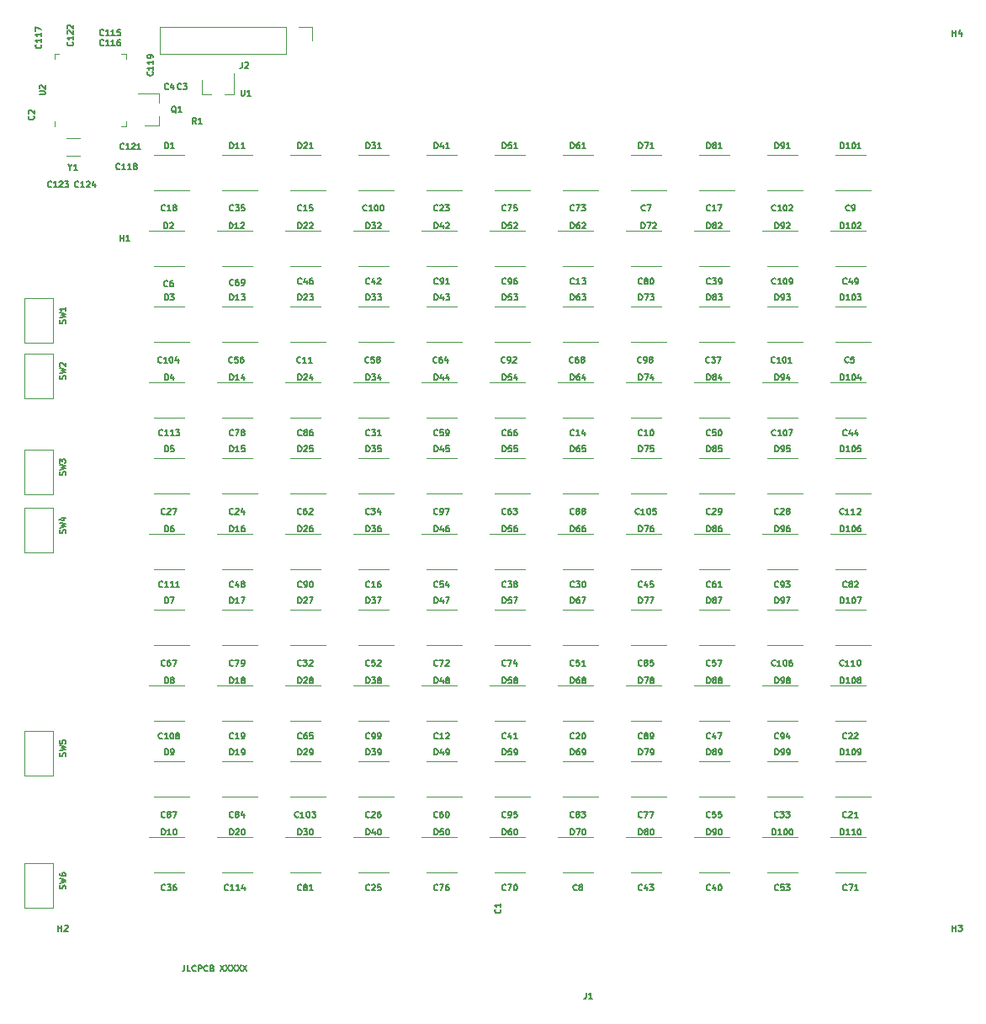
<source format=gbr>
G04 #@! TF.GenerationSoftware,KiCad,Pcbnew,(5.1.5)-2*
G04 #@! TF.CreationDate,2019-12-11T15:06:20-05:00*
G04 #@! TF.ProjectId,main,6d61696e-2e6b-4696-9361-645f70636258,rev?*
G04 #@! TF.SameCoordinates,Original*
G04 #@! TF.FileFunction,Legend,Top*
G04 #@! TF.FilePolarity,Positive*
%FSLAX46Y46*%
G04 Gerber Fmt 4.6, Leading zero omitted, Abs format (unit mm)*
G04 Created by KiCad (PCBNEW (5.1.5)-2) date 2019-12-11 15:06:20*
%MOMM*%
%LPD*%
G04 APERTURE LIST*
%ADD10C,0.130000*%
%ADD11C,0.120000*%
G04 APERTURE END LIST*
D10*
X17245714Y-95491428D02*
X17245714Y-95920000D01*
X17217142Y-96005714D01*
X17160000Y-96062857D01*
X17074285Y-96091428D01*
X17017142Y-96091428D01*
X17817142Y-96091428D02*
X17531428Y-96091428D01*
X17531428Y-95491428D01*
X18360000Y-96034285D02*
X18331428Y-96062857D01*
X18245714Y-96091428D01*
X18188571Y-96091428D01*
X18102857Y-96062857D01*
X18045714Y-96005714D01*
X18017142Y-95948571D01*
X17988571Y-95834285D01*
X17988571Y-95748571D01*
X18017142Y-95634285D01*
X18045714Y-95577142D01*
X18102857Y-95520000D01*
X18188571Y-95491428D01*
X18245714Y-95491428D01*
X18331428Y-95520000D01*
X18360000Y-95548571D01*
X18617142Y-96091428D02*
X18617142Y-95491428D01*
X18845714Y-95491428D01*
X18902857Y-95520000D01*
X18931428Y-95548571D01*
X18960000Y-95605714D01*
X18960000Y-95691428D01*
X18931428Y-95748571D01*
X18902857Y-95777142D01*
X18845714Y-95805714D01*
X18617142Y-95805714D01*
X19560000Y-96034285D02*
X19531428Y-96062857D01*
X19445714Y-96091428D01*
X19388571Y-96091428D01*
X19302857Y-96062857D01*
X19245714Y-96005714D01*
X19217142Y-95948571D01*
X19188571Y-95834285D01*
X19188571Y-95748571D01*
X19217142Y-95634285D01*
X19245714Y-95577142D01*
X19302857Y-95520000D01*
X19388571Y-95491428D01*
X19445714Y-95491428D01*
X19531428Y-95520000D01*
X19560000Y-95548571D01*
X20017142Y-95777142D02*
X20102857Y-95805714D01*
X20131428Y-95834285D01*
X20160000Y-95891428D01*
X20160000Y-95977142D01*
X20131428Y-96034285D01*
X20102857Y-96062857D01*
X20045714Y-96091428D01*
X19817142Y-96091428D01*
X19817142Y-95491428D01*
X20017142Y-95491428D01*
X20074285Y-95520000D01*
X20102857Y-95548571D01*
X20131428Y-95605714D01*
X20131428Y-95662857D01*
X20102857Y-95720000D01*
X20074285Y-95748571D01*
X20017142Y-95777142D01*
X19817142Y-95777142D01*
X20817142Y-95491428D02*
X21217142Y-96091428D01*
X21217142Y-95491428D02*
X20817142Y-96091428D01*
X21388571Y-95491428D02*
X21788571Y-96091428D01*
X21788571Y-95491428D02*
X21388571Y-96091428D01*
X21960000Y-95491428D02*
X22360000Y-96091428D01*
X22360000Y-95491428D02*
X21960000Y-96091428D01*
X22531428Y-95491428D02*
X22931428Y-96091428D01*
X22931428Y-95491428D02*
X22531428Y-96091428D01*
X23102857Y-95491428D02*
X23502857Y-96091428D01*
X23502857Y-95491428D02*
X23102857Y-96091428D01*
D11*
X21046000Y-14060000D02*
X24046000Y-14060000D01*
X24546000Y-17560000D02*
X21046000Y-17560000D01*
X14188000Y-14060000D02*
X17188000Y-14060000D01*
X17688000Y-17560000D02*
X14188000Y-17560000D01*
X85768000Y-86140000D02*
X82768000Y-86140000D01*
X82268000Y-82640000D02*
X85768000Y-82640000D01*
X82768000Y-75020000D02*
X85768000Y-75020000D01*
X86268000Y-78520000D02*
X82768000Y-78520000D01*
X85768000Y-70900000D02*
X82768000Y-70900000D01*
X82268000Y-67400000D02*
X85768000Y-67400000D01*
X82768000Y-59780000D02*
X85768000Y-59780000D01*
X86268000Y-63280000D02*
X82768000Y-63280000D01*
X85768000Y-55660000D02*
X82768000Y-55660000D01*
X82268000Y-52160000D02*
X85768000Y-52160000D01*
X82768000Y-44540000D02*
X85768000Y-44540000D01*
X86268000Y-48040000D02*
X82768000Y-48040000D01*
X85768000Y-40420000D02*
X82768000Y-40420000D01*
X82268000Y-36920000D02*
X85768000Y-36920000D01*
X82768000Y-29300000D02*
X85768000Y-29300000D01*
X86268000Y-32800000D02*
X82768000Y-32800000D01*
X85768000Y-25180000D02*
X82768000Y-25180000D01*
X82268000Y-21680000D02*
X85768000Y-21680000D01*
X82768000Y-14060000D02*
X85768000Y-14060000D01*
X86268000Y-17560000D02*
X82768000Y-17560000D01*
X78910000Y-86140000D02*
X75910000Y-86140000D01*
X75410000Y-82640000D02*
X78910000Y-82640000D01*
X75910000Y-75020000D02*
X78910000Y-75020000D01*
X79410000Y-78520000D02*
X75910000Y-78520000D01*
X78910000Y-70900000D02*
X75910000Y-70900000D01*
X75410000Y-67400000D02*
X78910000Y-67400000D01*
X75910000Y-59780000D02*
X78910000Y-59780000D01*
X79410000Y-63280000D02*
X75910000Y-63280000D01*
X78910000Y-55660000D02*
X75910000Y-55660000D01*
X75410000Y-52160000D02*
X78910000Y-52160000D01*
X75910000Y-44540000D02*
X78910000Y-44540000D01*
X79410000Y-48040000D02*
X75910000Y-48040000D01*
X78910000Y-40420000D02*
X75910000Y-40420000D01*
X75410000Y-36920000D02*
X78910000Y-36920000D01*
X75910000Y-29300000D02*
X78910000Y-29300000D01*
X79410000Y-32800000D02*
X75910000Y-32800000D01*
X78910000Y-25180000D02*
X75910000Y-25180000D01*
X75410000Y-21680000D02*
X78910000Y-21680000D01*
X75910000Y-14060000D02*
X78910000Y-14060000D01*
X79410000Y-17560000D02*
X75910000Y-17560000D01*
X72052000Y-86140000D02*
X69052000Y-86140000D01*
X68552000Y-82640000D02*
X72052000Y-82640000D01*
X69052000Y-75020000D02*
X72052000Y-75020000D01*
X72552000Y-78520000D02*
X69052000Y-78520000D01*
X72052000Y-70900000D02*
X69052000Y-70900000D01*
X68552000Y-67400000D02*
X72052000Y-67400000D01*
X69052000Y-59780000D02*
X72052000Y-59780000D01*
X72552000Y-63280000D02*
X69052000Y-63280000D01*
X72052000Y-55660000D02*
X69052000Y-55660000D01*
X68552000Y-52160000D02*
X72052000Y-52160000D01*
X69052000Y-44540000D02*
X72052000Y-44540000D01*
X72552000Y-48040000D02*
X69052000Y-48040000D01*
X72052000Y-40420000D02*
X69052000Y-40420000D01*
X68552000Y-36920000D02*
X72052000Y-36920000D01*
X69052000Y-29300000D02*
X72052000Y-29300000D01*
X72552000Y-32800000D02*
X69052000Y-32800000D01*
X72052000Y-25180000D02*
X69052000Y-25180000D01*
X68552000Y-21680000D02*
X72052000Y-21680000D01*
X69052000Y-14060000D02*
X72052000Y-14060000D01*
X72552000Y-17560000D02*
X69052000Y-17560000D01*
X65194000Y-86140000D02*
X62194000Y-86140000D01*
X61694000Y-82640000D02*
X65194000Y-82640000D01*
X62194000Y-75020000D02*
X65194000Y-75020000D01*
X65694000Y-78520000D02*
X62194000Y-78520000D01*
X65194000Y-70900000D02*
X62194000Y-70900000D01*
X61694000Y-67400000D02*
X65194000Y-67400000D01*
X62194000Y-59780000D02*
X65194000Y-59780000D01*
X65694000Y-63280000D02*
X62194000Y-63280000D01*
X65194000Y-55660000D02*
X62194000Y-55660000D01*
X61694000Y-52160000D02*
X65194000Y-52160000D01*
X62194000Y-44540000D02*
X65194000Y-44540000D01*
X65694000Y-48040000D02*
X62194000Y-48040000D01*
X65194000Y-40420000D02*
X62194000Y-40420000D01*
X61694000Y-36920000D02*
X65194000Y-36920000D01*
X62194000Y-29300000D02*
X65194000Y-29300000D01*
X65694000Y-32800000D02*
X62194000Y-32800000D01*
X65194000Y-25180000D02*
X62194000Y-25180000D01*
X61694000Y-21680000D02*
X65194000Y-21680000D01*
X62194000Y-14060000D02*
X65194000Y-14060000D01*
X65694000Y-17560000D02*
X62194000Y-17560000D01*
X58336000Y-86140000D02*
X55336000Y-86140000D01*
X54836000Y-82640000D02*
X58336000Y-82640000D01*
X55336000Y-75020000D02*
X58336000Y-75020000D01*
X58836000Y-78520000D02*
X55336000Y-78520000D01*
X58336000Y-70900000D02*
X55336000Y-70900000D01*
X54836000Y-67400000D02*
X58336000Y-67400000D01*
X55336000Y-59780000D02*
X58336000Y-59780000D01*
X58836000Y-63280000D02*
X55336000Y-63280000D01*
X58336000Y-55660000D02*
X55336000Y-55660000D01*
X54836000Y-52160000D02*
X58336000Y-52160000D01*
X55336000Y-44540000D02*
X58336000Y-44540000D01*
X58836000Y-48040000D02*
X55336000Y-48040000D01*
X58336000Y-40420000D02*
X55336000Y-40420000D01*
X54836000Y-36920000D02*
X58336000Y-36920000D01*
X55336000Y-29300000D02*
X58336000Y-29300000D01*
X58836000Y-32800000D02*
X55336000Y-32800000D01*
X58336000Y-25180000D02*
X55336000Y-25180000D01*
X54836000Y-21680000D02*
X58336000Y-21680000D01*
X55336000Y-14060000D02*
X58336000Y-14060000D01*
X58836000Y-17560000D02*
X55336000Y-17560000D01*
X51478000Y-86140000D02*
X48478000Y-86140000D01*
X47978000Y-82640000D02*
X51478000Y-82640000D01*
X48478000Y-75020000D02*
X51478000Y-75020000D01*
X51978000Y-78520000D02*
X48478000Y-78520000D01*
X51478000Y-70900000D02*
X48478000Y-70900000D01*
X47978000Y-67400000D02*
X51478000Y-67400000D01*
X48478000Y-59780000D02*
X51478000Y-59780000D01*
X51978000Y-63280000D02*
X48478000Y-63280000D01*
X51478000Y-55660000D02*
X48478000Y-55660000D01*
X47978000Y-52160000D02*
X51478000Y-52160000D01*
X48478000Y-44540000D02*
X51478000Y-44540000D01*
X51978000Y-48040000D02*
X48478000Y-48040000D01*
X51478000Y-40420000D02*
X48478000Y-40420000D01*
X47978000Y-36920000D02*
X51478000Y-36920000D01*
X48478000Y-29300000D02*
X51478000Y-29300000D01*
X51978000Y-32800000D02*
X48478000Y-32800000D01*
X51478000Y-25180000D02*
X48478000Y-25180000D01*
X47978000Y-21680000D02*
X51478000Y-21680000D01*
X48478000Y-14060000D02*
X51478000Y-14060000D01*
X51978000Y-17560000D02*
X48478000Y-17560000D01*
X44620000Y-86140000D02*
X41620000Y-86140000D01*
X41120000Y-82640000D02*
X44620000Y-82640000D01*
X41620000Y-75020000D02*
X44620000Y-75020000D01*
X45120000Y-78520000D02*
X41620000Y-78520000D01*
X44620000Y-70900000D02*
X41620000Y-70900000D01*
X41120000Y-67400000D02*
X44620000Y-67400000D01*
X41620000Y-59780000D02*
X44620000Y-59780000D01*
X45120000Y-63280000D02*
X41620000Y-63280000D01*
X44620000Y-55660000D02*
X41620000Y-55660000D01*
X41120000Y-52160000D02*
X44620000Y-52160000D01*
X41620000Y-44540000D02*
X44620000Y-44540000D01*
X45120000Y-48040000D02*
X41620000Y-48040000D01*
X44620000Y-40420000D02*
X41620000Y-40420000D01*
X41120000Y-36920000D02*
X44620000Y-36920000D01*
X41620000Y-29300000D02*
X44620000Y-29300000D01*
X45120000Y-32800000D02*
X41620000Y-32800000D01*
X44620000Y-25180000D02*
X41620000Y-25180000D01*
X41120000Y-21680000D02*
X44620000Y-21680000D01*
X41620000Y-14060000D02*
X44620000Y-14060000D01*
X45120000Y-17560000D02*
X41620000Y-17560000D01*
X37762000Y-86140000D02*
X34762000Y-86140000D01*
X34262000Y-82640000D02*
X37762000Y-82640000D01*
X34762000Y-75020000D02*
X37762000Y-75020000D01*
X38262000Y-78520000D02*
X34762000Y-78520000D01*
X37762000Y-70900000D02*
X34762000Y-70900000D01*
X34262000Y-67400000D02*
X37762000Y-67400000D01*
X34762000Y-59780000D02*
X37762000Y-59780000D01*
X38262000Y-63280000D02*
X34762000Y-63280000D01*
X37762000Y-55660000D02*
X34762000Y-55660000D01*
X34262000Y-52160000D02*
X37762000Y-52160000D01*
X34762000Y-44540000D02*
X37762000Y-44540000D01*
X38262000Y-48040000D02*
X34762000Y-48040000D01*
X37762000Y-40420000D02*
X34762000Y-40420000D01*
X34262000Y-36920000D02*
X37762000Y-36920000D01*
X34762000Y-29300000D02*
X37762000Y-29300000D01*
X38262000Y-32800000D02*
X34762000Y-32800000D01*
X37762000Y-25180000D02*
X34762000Y-25180000D01*
X34262000Y-21680000D02*
X37762000Y-21680000D01*
X34762000Y-14060000D02*
X37762000Y-14060000D01*
X38262000Y-17560000D02*
X34762000Y-17560000D01*
X30904000Y-86140000D02*
X27904000Y-86140000D01*
X27404000Y-82640000D02*
X30904000Y-82640000D01*
X27904000Y-75020000D02*
X30904000Y-75020000D01*
X31404000Y-78520000D02*
X27904000Y-78520000D01*
X30904000Y-70900000D02*
X27904000Y-70900000D01*
X27404000Y-67400000D02*
X30904000Y-67400000D01*
X27904000Y-59780000D02*
X30904000Y-59780000D01*
X31404000Y-63280000D02*
X27904000Y-63280000D01*
X30904000Y-55660000D02*
X27904000Y-55660000D01*
X27404000Y-52160000D02*
X30904000Y-52160000D01*
X27904000Y-44540000D02*
X30904000Y-44540000D01*
X31404000Y-48040000D02*
X27904000Y-48040000D01*
X30904000Y-40420000D02*
X27904000Y-40420000D01*
X27404000Y-36920000D02*
X30904000Y-36920000D01*
X27904000Y-29300000D02*
X30904000Y-29300000D01*
X31404000Y-32800000D02*
X27904000Y-32800000D01*
X30904000Y-25180000D02*
X27904000Y-25180000D01*
X27404000Y-21680000D02*
X30904000Y-21680000D01*
X27904000Y-14060000D02*
X30904000Y-14060000D01*
X31404000Y-17560000D02*
X27904000Y-17560000D01*
X24046000Y-86140000D02*
X21046000Y-86140000D01*
X20546000Y-82640000D02*
X24046000Y-82640000D01*
X21046000Y-75020000D02*
X24046000Y-75020000D01*
X24546000Y-78520000D02*
X21046000Y-78520000D01*
X24046000Y-70900000D02*
X21046000Y-70900000D01*
X20546000Y-67400000D02*
X24046000Y-67400000D01*
X21046000Y-59780000D02*
X24046000Y-59780000D01*
X24546000Y-63280000D02*
X21046000Y-63280000D01*
X24046000Y-55660000D02*
X21046000Y-55660000D01*
X20546000Y-52160000D02*
X24046000Y-52160000D01*
X21046000Y-44540000D02*
X24046000Y-44540000D01*
X24546000Y-48040000D02*
X21046000Y-48040000D01*
X24046000Y-40420000D02*
X21046000Y-40420000D01*
X20546000Y-36920000D02*
X24046000Y-36920000D01*
X21046000Y-29300000D02*
X24046000Y-29300000D01*
X24546000Y-32800000D02*
X21046000Y-32800000D01*
X24046000Y-25180000D02*
X21046000Y-25180000D01*
X20546000Y-21680000D02*
X24046000Y-21680000D01*
X17188000Y-86140000D02*
X14188000Y-86140000D01*
X13688000Y-82640000D02*
X17188000Y-82640000D01*
X14188000Y-75020000D02*
X17188000Y-75020000D01*
X17688000Y-78520000D02*
X14188000Y-78520000D01*
X17188000Y-70900000D02*
X14188000Y-70900000D01*
X13688000Y-67400000D02*
X17188000Y-67400000D01*
X14188000Y-59780000D02*
X17188000Y-59780000D01*
X17688000Y-63280000D02*
X14188000Y-63280000D01*
X17188000Y-55660000D02*
X14188000Y-55660000D01*
X13688000Y-52160000D02*
X17188000Y-52160000D01*
X14188000Y-44540000D02*
X17188000Y-44540000D01*
X17688000Y-48040000D02*
X14188000Y-48040000D01*
X17188000Y-40420000D02*
X14188000Y-40420000D01*
X13688000Y-36920000D02*
X17188000Y-36920000D01*
X14188000Y-29300000D02*
X17188000Y-29300000D01*
X17688000Y-32800000D02*
X14188000Y-32800000D01*
X17188000Y-25180000D02*
X14188000Y-25180000D01*
X13688000Y-21680000D02*
X17188000Y-21680000D01*
X14670000Y-11040000D02*
X13210000Y-11040000D01*
X14670000Y-7880000D02*
X12510000Y-7880000D01*
X14670000Y-7880000D02*
X14670000Y-8810000D01*
X14670000Y-11040000D02*
X14670000Y-10110000D01*
X19020000Y-7960000D02*
X19020000Y-6500000D01*
X22180000Y-7960000D02*
X22180000Y-5800000D01*
X22180000Y-7960000D02*
X21250000Y-7960000D01*
X19020000Y-7960000D02*
X19950000Y-7960000D01*
X30080000Y-1170000D02*
X30080000Y-2500000D01*
X28750000Y-1170000D02*
X30080000Y-1170000D01*
X27480000Y-1170000D02*
X27480000Y-3830000D01*
X27480000Y-3830000D02*
X14720000Y-3830000D01*
X27480000Y-1170000D02*
X14720000Y-1170000D01*
X14720000Y-1170000D02*
X14720000Y-3830000D01*
X6675000Y-14125000D02*
X5325000Y-14125000D01*
X6675000Y-12375000D02*
X5325000Y-12375000D01*
X1088000Y-89750000D02*
X1088000Y-85250000D01*
X3988000Y-89750000D02*
X1088000Y-89750000D01*
X3988000Y-85250000D02*
X1088000Y-85250000D01*
X3988000Y-89750000D02*
X3988000Y-85250000D01*
X1088000Y-76418000D02*
X1088000Y-71918000D01*
X3988000Y-76418000D02*
X1088000Y-76418000D01*
X3988000Y-71918000D02*
X1088000Y-71918000D01*
X3988000Y-76418000D02*
X3988000Y-71918000D01*
X1088000Y-54004000D02*
X1088000Y-49504000D01*
X3988000Y-54004000D02*
X1088000Y-54004000D01*
X3988000Y-49504000D02*
X1088000Y-49504000D01*
X3988000Y-54004000D02*
X3988000Y-49504000D01*
X1088000Y-48162000D02*
X1088000Y-43662000D01*
X3988000Y-48162000D02*
X1088000Y-48162000D01*
X3988000Y-43662000D02*
X1088000Y-43662000D01*
X3988000Y-48162000D02*
X3988000Y-43662000D01*
X1088000Y-38490000D02*
X1088000Y-33990000D01*
X3988000Y-38490000D02*
X1088000Y-38490000D01*
X3988000Y-33990000D02*
X1088000Y-33990000D01*
X3988000Y-38490000D02*
X3988000Y-33990000D01*
X1088000Y-32902000D02*
X1088000Y-28402000D01*
X3988000Y-32902000D02*
X1088000Y-32902000D01*
X3988000Y-28402000D02*
X1088000Y-28402000D01*
X3988000Y-32902000D02*
X3988000Y-28402000D01*
X4140000Y-10635000D02*
X4140000Y-11110000D01*
X11360000Y-3890000D02*
X10885000Y-3890000D01*
X11360000Y-4365000D02*
X11360000Y-3890000D01*
X11360000Y-11110000D02*
X10885000Y-11110000D01*
X11360000Y-10635000D02*
X11360000Y-11110000D01*
X4140000Y-3890000D02*
X4615000Y-3890000D01*
X4140000Y-4365000D02*
X4140000Y-3890000D01*
D10*
X21817428Y-13381428D02*
X21817428Y-12781428D01*
X21960285Y-12781428D01*
X22046000Y-12810000D01*
X22103142Y-12867142D01*
X22131714Y-12924285D01*
X22160285Y-13038571D01*
X22160285Y-13124285D01*
X22131714Y-13238571D01*
X22103142Y-13295714D01*
X22046000Y-13352857D01*
X21960285Y-13381428D01*
X21817428Y-13381428D01*
X22731714Y-13381428D02*
X22388857Y-13381428D01*
X22560285Y-13381428D02*
X22560285Y-12781428D01*
X22503142Y-12867142D01*
X22446000Y-12924285D01*
X22388857Y-12952857D01*
X23303142Y-13381428D02*
X22960285Y-13381428D01*
X23131714Y-13381428D02*
X23131714Y-12781428D01*
X23074571Y-12867142D01*
X23017428Y-12924285D01*
X22960285Y-12952857D01*
X15245142Y-13381428D02*
X15245142Y-12781428D01*
X15388000Y-12781428D01*
X15473714Y-12810000D01*
X15530857Y-12867142D01*
X15559428Y-12924285D01*
X15588000Y-13038571D01*
X15588000Y-13124285D01*
X15559428Y-13238571D01*
X15530857Y-13295714D01*
X15473714Y-13352857D01*
X15388000Y-13381428D01*
X15245142Y-13381428D01*
X16159428Y-13381428D02*
X15816571Y-13381428D01*
X15988000Y-13381428D02*
X15988000Y-12781428D01*
X15930857Y-12867142D01*
X15873714Y-12924285D01*
X15816571Y-12952857D01*
X83253714Y-82375428D02*
X83253714Y-81775428D01*
X83396571Y-81775428D01*
X83482285Y-81804000D01*
X83539428Y-81861142D01*
X83568000Y-81918285D01*
X83596571Y-82032571D01*
X83596571Y-82118285D01*
X83568000Y-82232571D01*
X83539428Y-82289714D01*
X83482285Y-82346857D01*
X83396571Y-82375428D01*
X83253714Y-82375428D01*
X84168000Y-82375428D02*
X83825142Y-82375428D01*
X83996571Y-82375428D02*
X83996571Y-81775428D01*
X83939428Y-81861142D01*
X83882285Y-81918285D01*
X83825142Y-81946857D01*
X84739428Y-82375428D02*
X84396571Y-82375428D01*
X84568000Y-82375428D02*
X84568000Y-81775428D01*
X84510857Y-81861142D01*
X84453714Y-81918285D01*
X84396571Y-81946857D01*
X85110857Y-81775428D02*
X85168000Y-81775428D01*
X85225142Y-81804000D01*
X85253714Y-81832571D01*
X85282285Y-81889714D01*
X85310857Y-82004000D01*
X85310857Y-82146857D01*
X85282285Y-82261142D01*
X85253714Y-82318285D01*
X85225142Y-82346857D01*
X85168000Y-82375428D01*
X85110857Y-82375428D01*
X85053714Y-82346857D01*
X85025142Y-82318285D01*
X84996571Y-82261142D01*
X84968000Y-82146857D01*
X84968000Y-82004000D01*
X84996571Y-81889714D01*
X85025142Y-81832571D01*
X85053714Y-81804000D01*
X85110857Y-81775428D01*
X83253714Y-74341428D02*
X83253714Y-73741428D01*
X83396571Y-73741428D01*
X83482285Y-73770000D01*
X83539428Y-73827142D01*
X83568000Y-73884285D01*
X83596571Y-73998571D01*
X83596571Y-74084285D01*
X83568000Y-74198571D01*
X83539428Y-74255714D01*
X83482285Y-74312857D01*
X83396571Y-74341428D01*
X83253714Y-74341428D01*
X84168000Y-74341428D02*
X83825142Y-74341428D01*
X83996571Y-74341428D02*
X83996571Y-73741428D01*
X83939428Y-73827142D01*
X83882285Y-73884285D01*
X83825142Y-73912857D01*
X84539428Y-73741428D02*
X84596571Y-73741428D01*
X84653714Y-73770000D01*
X84682285Y-73798571D01*
X84710857Y-73855714D01*
X84739428Y-73970000D01*
X84739428Y-74112857D01*
X84710857Y-74227142D01*
X84682285Y-74284285D01*
X84653714Y-74312857D01*
X84596571Y-74341428D01*
X84539428Y-74341428D01*
X84482285Y-74312857D01*
X84453714Y-74284285D01*
X84425142Y-74227142D01*
X84396571Y-74112857D01*
X84396571Y-73970000D01*
X84425142Y-73855714D01*
X84453714Y-73798571D01*
X84482285Y-73770000D01*
X84539428Y-73741428D01*
X85025142Y-74341428D02*
X85139428Y-74341428D01*
X85196571Y-74312857D01*
X85225142Y-74284285D01*
X85282285Y-74198571D01*
X85310857Y-74084285D01*
X85310857Y-73855714D01*
X85282285Y-73798571D01*
X85253714Y-73770000D01*
X85196571Y-73741428D01*
X85082285Y-73741428D01*
X85025142Y-73770000D01*
X84996571Y-73798571D01*
X84968000Y-73855714D01*
X84968000Y-73998571D01*
X84996571Y-74055714D01*
X85025142Y-74084285D01*
X85082285Y-74112857D01*
X85196571Y-74112857D01*
X85253714Y-74084285D01*
X85282285Y-74055714D01*
X85310857Y-73998571D01*
X83253714Y-67135428D02*
X83253714Y-66535428D01*
X83396571Y-66535428D01*
X83482285Y-66564000D01*
X83539428Y-66621142D01*
X83568000Y-66678285D01*
X83596571Y-66792571D01*
X83596571Y-66878285D01*
X83568000Y-66992571D01*
X83539428Y-67049714D01*
X83482285Y-67106857D01*
X83396571Y-67135428D01*
X83253714Y-67135428D01*
X84168000Y-67135428D02*
X83825142Y-67135428D01*
X83996571Y-67135428D02*
X83996571Y-66535428D01*
X83939428Y-66621142D01*
X83882285Y-66678285D01*
X83825142Y-66706857D01*
X84539428Y-66535428D02*
X84596571Y-66535428D01*
X84653714Y-66564000D01*
X84682285Y-66592571D01*
X84710857Y-66649714D01*
X84739428Y-66764000D01*
X84739428Y-66906857D01*
X84710857Y-67021142D01*
X84682285Y-67078285D01*
X84653714Y-67106857D01*
X84596571Y-67135428D01*
X84539428Y-67135428D01*
X84482285Y-67106857D01*
X84453714Y-67078285D01*
X84425142Y-67021142D01*
X84396571Y-66906857D01*
X84396571Y-66764000D01*
X84425142Y-66649714D01*
X84453714Y-66592571D01*
X84482285Y-66564000D01*
X84539428Y-66535428D01*
X85082285Y-66792571D02*
X85025142Y-66764000D01*
X84996571Y-66735428D01*
X84968000Y-66678285D01*
X84968000Y-66649714D01*
X84996571Y-66592571D01*
X85025142Y-66564000D01*
X85082285Y-66535428D01*
X85196571Y-66535428D01*
X85253714Y-66564000D01*
X85282285Y-66592571D01*
X85310857Y-66649714D01*
X85310857Y-66678285D01*
X85282285Y-66735428D01*
X85253714Y-66764000D01*
X85196571Y-66792571D01*
X85082285Y-66792571D01*
X85025142Y-66821142D01*
X84996571Y-66849714D01*
X84968000Y-66906857D01*
X84968000Y-67021142D01*
X84996571Y-67078285D01*
X85025142Y-67106857D01*
X85082285Y-67135428D01*
X85196571Y-67135428D01*
X85253714Y-67106857D01*
X85282285Y-67078285D01*
X85310857Y-67021142D01*
X85310857Y-66906857D01*
X85282285Y-66849714D01*
X85253714Y-66821142D01*
X85196571Y-66792571D01*
X83253714Y-59101428D02*
X83253714Y-58501428D01*
X83396571Y-58501428D01*
X83482285Y-58530000D01*
X83539428Y-58587142D01*
X83568000Y-58644285D01*
X83596571Y-58758571D01*
X83596571Y-58844285D01*
X83568000Y-58958571D01*
X83539428Y-59015714D01*
X83482285Y-59072857D01*
X83396571Y-59101428D01*
X83253714Y-59101428D01*
X84168000Y-59101428D02*
X83825142Y-59101428D01*
X83996571Y-59101428D02*
X83996571Y-58501428D01*
X83939428Y-58587142D01*
X83882285Y-58644285D01*
X83825142Y-58672857D01*
X84539428Y-58501428D02*
X84596571Y-58501428D01*
X84653714Y-58530000D01*
X84682285Y-58558571D01*
X84710857Y-58615714D01*
X84739428Y-58730000D01*
X84739428Y-58872857D01*
X84710857Y-58987142D01*
X84682285Y-59044285D01*
X84653714Y-59072857D01*
X84596571Y-59101428D01*
X84539428Y-59101428D01*
X84482285Y-59072857D01*
X84453714Y-59044285D01*
X84425142Y-58987142D01*
X84396571Y-58872857D01*
X84396571Y-58730000D01*
X84425142Y-58615714D01*
X84453714Y-58558571D01*
X84482285Y-58530000D01*
X84539428Y-58501428D01*
X84939428Y-58501428D02*
X85339428Y-58501428D01*
X85082285Y-59101428D01*
X83253714Y-51895428D02*
X83253714Y-51295428D01*
X83396571Y-51295428D01*
X83482285Y-51324000D01*
X83539428Y-51381142D01*
X83568000Y-51438285D01*
X83596571Y-51552571D01*
X83596571Y-51638285D01*
X83568000Y-51752571D01*
X83539428Y-51809714D01*
X83482285Y-51866857D01*
X83396571Y-51895428D01*
X83253714Y-51895428D01*
X84168000Y-51895428D02*
X83825142Y-51895428D01*
X83996571Y-51895428D02*
X83996571Y-51295428D01*
X83939428Y-51381142D01*
X83882285Y-51438285D01*
X83825142Y-51466857D01*
X84539428Y-51295428D02*
X84596571Y-51295428D01*
X84653714Y-51324000D01*
X84682285Y-51352571D01*
X84710857Y-51409714D01*
X84739428Y-51524000D01*
X84739428Y-51666857D01*
X84710857Y-51781142D01*
X84682285Y-51838285D01*
X84653714Y-51866857D01*
X84596571Y-51895428D01*
X84539428Y-51895428D01*
X84482285Y-51866857D01*
X84453714Y-51838285D01*
X84425142Y-51781142D01*
X84396571Y-51666857D01*
X84396571Y-51524000D01*
X84425142Y-51409714D01*
X84453714Y-51352571D01*
X84482285Y-51324000D01*
X84539428Y-51295428D01*
X85253714Y-51295428D02*
X85139428Y-51295428D01*
X85082285Y-51324000D01*
X85053714Y-51352571D01*
X84996571Y-51438285D01*
X84968000Y-51552571D01*
X84968000Y-51781142D01*
X84996571Y-51838285D01*
X85025142Y-51866857D01*
X85082285Y-51895428D01*
X85196571Y-51895428D01*
X85253714Y-51866857D01*
X85282285Y-51838285D01*
X85310857Y-51781142D01*
X85310857Y-51638285D01*
X85282285Y-51581142D01*
X85253714Y-51552571D01*
X85196571Y-51524000D01*
X85082285Y-51524000D01*
X85025142Y-51552571D01*
X84996571Y-51581142D01*
X84968000Y-51638285D01*
X83253714Y-43861428D02*
X83253714Y-43261428D01*
X83396571Y-43261428D01*
X83482285Y-43290000D01*
X83539428Y-43347142D01*
X83568000Y-43404285D01*
X83596571Y-43518571D01*
X83596571Y-43604285D01*
X83568000Y-43718571D01*
X83539428Y-43775714D01*
X83482285Y-43832857D01*
X83396571Y-43861428D01*
X83253714Y-43861428D01*
X84168000Y-43861428D02*
X83825142Y-43861428D01*
X83996571Y-43861428D02*
X83996571Y-43261428D01*
X83939428Y-43347142D01*
X83882285Y-43404285D01*
X83825142Y-43432857D01*
X84539428Y-43261428D02*
X84596571Y-43261428D01*
X84653714Y-43290000D01*
X84682285Y-43318571D01*
X84710857Y-43375714D01*
X84739428Y-43490000D01*
X84739428Y-43632857D01*
X84710857Y-43747142D01*
X84682285Y-43804285D01*
X84653714Y-43832857D01*
X84596571Y-43861428D01*
X84539428Y-43861428D01*
X84482285Y-43832857D01*
X84453714Y-43804285D01*
X84425142Y-43747142D01*
X84396571Y-43632857D01*
X84396571Y-43490000D01*
X84425142Y-43375714D01*
X84453714Y-43318571D01*
X84482285Y-43290000D01*
X84539428Y-43261428D01*
X85282285Y-43261428D02*
X84996571Y-43261428D01*
X84968000Y-43547142D01*
X84996571Y-43518571D01*
X85053714Y-43490000D01*
X85196571Y-43490000D01*
X85253714Y-43518571D01*
X85282285Y-43547142D01*
X85310857Y-43604285D01*
X85310857Y-43747142D01*
X85282285Y-43804285D01*
X85253714Y-43832857D01*
X85196571Y-43861428D01*
X85053714Y-43861428D01*
X84996571Y-43832857D01*
X84968000Y-43804285D01*
X83253714Y-36655428D02*
X83253714Y-36055428D01*
X83396571Y-36055428D01*
X83482285Y-36084000D01*
X83539428Y-36141142D01*
X83568000Y-36198285D01*
X83596571Y-36312571D01*
X83596571Y-36398285D01*
X83568000Y-36512571D01*
X83539428Y-36569714D01*
X83482285Y-36626857D01*
X83396571Y-36655428D01*
X83253714Y-36655428D01*
X84168000Y-36655428D02*
X83825142Y-36655428D01*
X83996571Y-36655428D02*
X83996571Y-36055428D01*
X83939428Y-36141142D01*
X83882285Y-36198285D01*
X83825142Y-36226857D01*
X84539428Y-36055428D02*
X84596571Y-36055428D01*
X84653714Y-36084000D01*
X84682285Y-36112571D01*
X84710857Y-36169714D01*
X84739428Y-36284000D01*
X84739428Y-36426857D01*
X84710857Y-36541142D01*
X84682285Y-36598285D01*
X84653714Y-36626857D01*
X84596571Y-36655428D01*
X84539428Y-36655428D01*
X84482285Y-36626857D01*
X84453714Y-36598285D01*
X84425142Y-36541142D01*
X84396571Y-36426857D01*
X84396571Y-36284000D01*
X84425142Y-36169714D01*
X84453714Y-36112571D01*
X84482285Y-36084000D01*
X84539428Y-36055428D01*
X85253714Y-36255428D02*
X85253714Y-36655428D01*
X85110857Y-36026857D02*
X84968000Y-36455428D01*
X85339428Y-36455428D01*
X83253714Y-28621428D02*
X83253714Y-28021428D01*
X83396571Y-28021428D01*
X83482285Y-28050000D01*
X83539428Y-28107142D01*
X83568000Y-28164285D01*
X83596571Y-28278571D01*
X83596571Y-28364285D01*
X83568000Y-28478571D01*
X83539428Y-28535714D01*
X83482285Y-28592857D01*
X83396571Y-28621428D01*
X83253714Y-28621428D01*
X84168000Y-28621428D02*
X83825142Y-28621428D01*
X83996571Y-28621428D02*
X83996571Y-28021428D01*
X83939428Y-28107142D01*
X83882285Y-28164285D01*
X83825142Y-28192857D01*
X84539428Y-28021428D02*
X84596571Y-28021428D01*
X84653714Y-28050000D01*
X84682285Y-28078571D01*
X84710857Y-28135714D01*
X84739428Y-28250000D01*
X84739428Y-28392857D01*
X84710857Y-28507142D01*
X84682285Y-28564285D01*
X84653714Y-28592857D01*
X84596571Y-28621428D01*
X84539428Y-28621428D01*
X84482285Y-28592857D01*
X84453714Y-28564285D01*
X84425142Y-28507142D01*
X84396571Y-28392857D01*
X84396571Y-28250000D01*
X84425142Y-28135714D01*
X84453714Y-28078571D01*
X84482285Y-28050000D01*
X84539428Y-28021428D01*
X84939428Y-28021428D02*
X85310857Y-28021428D01*
X85110857Y-28250000D01*
X85196571Y-28250000D01*
X85253714Y-28278571D01*
X85282285Y-28307142D01*
X85310857Y-28364285D01*
X85310857Y-28507142D01*
X85282285Y-28564285D01*
X85253714Y-28592857D01*
X85196571Y-28621428D01*
X85025142Y-28621428D01*
X84968000Y-28592857D01*
X84939428Y-28564285D01*
X83253714Y-21415428D02*
X83253714Y-20815428D01*
X83396571Y-20815428D01*
X83482285Y-20844000D01*
X83539428Y-20901142D01*
X83568000Y-20958285D01*
X83596571Y-21072571D01*
X83596571Y-21158285D01*
X83568000Y-21272571D01*
X83539428Y-21329714D01*
X83482285Y-21386857D01*
X83396571Y-21415428D01*
X83253714Y-21415428D01*
X84168000Y-21415428D02*
X83825142Y-21415428D01*
X83996571Y-21415428D02*
X83996571Y-20815428D01*
X83939428Y-20901142D01*
X83882285Y-20958285D01*
X83825142Y-20986857D01*
X84539428Y-20815428D02*
X84596571Y-20815428D01*
X84653714Y-20844000D01*
X84682285Y-20872571D01*
X84710857Y-20929714D01*
X84739428Y-21044000D01*
X84739428Y-21186857D01*
X84710857Y-21301142D01*
X84682285Y-21358285D01*
X84653714Y-21386857D01*
X84596571Y-21415428D01*
X84539428Y-21415428D01*
X84482285Y-21386857D01*
X84453714Y-21358285D01*
X84425142Y-21301142D01*
X84396571Y-21186857D01*
X84396571Y-21044000D01*
X84425142Y-20929714D01*
X84453714Y-20872571D01*
X84482285Y-20844000D01*
X84539428Y-20815428D01*
X84968000Y-20872571D02*
X84996571Y-20844000D01*
X85053714Y-20815428D01*
X85196571Y-20815428D01*
X85253714Y-20844000D01*
X85282285Y-20872571D01*
X85310857Y-20929714D01*
X85310857Y-20986857D01*
X85282285Y-21072571D01*
X84939428Y-21415428D01*
X85310857Y-21415428D01*
X83253714Y-13381428D02*
X83253714Y-12781428D01*
X83396571Y-12781428D01*
X83482285Y-12810000D01*
X83539428Y-12867142D01*
X83568000Y-12924285D01*
X83596571Y-13038571D01*
X83596571Y-13124285D01*
X83568000Y-13238571D01*
X83539428Y-13295714D01*
X83482285Y-13352857D01*
X83396571Y-13381428D01*
X83253714Y-13381428D01*
X84168000Y-13381428D02*
X83825142Y-13381428D01*
X83996571Y-13381428D02*
X83996571Y-12781428D01*
X83939428Y-12867142D01*
X83882285Y-12924285D01*
X83825142Y-12952857D01*
X84539428Y-12781428D02*
X84596571Y-12781428D01*
X84653714Y-12810000D01*
X84682285Y-12838571D01*
X84710857Y-12895714D01*
X84739428Y-13010000D01*
X84739428Y-13152857D01*
X84710857Y-13267142D01*
X84682285Y-13324285D01*
X84653714Y-13352857D01*
X84596571Y-13381428D01*
X84539428Y-13381428D01*
X84482285Y-13352857D01*
X84453714Y-13324285D01*
X84425142Y-13267142D01*
X84396571Y-13152857D01*
X84396571Y-13010000D01*
X84425142Y-12895714D01*
X84453714Y-12838571D01*
X84482285Y-12810000D01*
X84539428Y-12781428D01*
X85310857Y-13381428D02*
X84968000Y-13381428D01*
X85139428Y-13381428D02*
X85139428Y-12781428D01*
X85082285Y-12867142D01*
X85025142Y-12924285D01*
X84968000Y-12952857D01*
X76395714Y-82375428D02*
X76395714Y-81775428D01*
X76538571Y-81775428D01*
X76624285Y-81804000D01*
X76681428Y-81861142D01*
X76710000Y-81918285D01*
X76738571Y-82032571D01*
X76738571Y-82118285D01*
X76710000Y-82232571D01*
X76681428Y-82289714D01*
X76624285Y-82346857D01*
X76538571Y-82375428D01*
X76395714Y-82375428D01*
X77310000Y-82375428D02*
X76967142Y-82375428D01*
X77138571Y-82375428D02*
X77138571Y-81775428D01*
X77081428Y-81861142D01*
X77024285Y-81918285D01*
X76967142Y-81946857D01*
X77681428Y-81775428D02*
X77738571Y-81775428D01*
X77795714Y-81804000D01*
X77824285Y-81832571D01*
X77852857Y-81889714D01*
X77881428Y-82004000D01*
X77881428Y-82146857D01*
X77852857Y-82261142D01*
X77824285Y-82318285D01*
X77795714Y-82346857D01*
X77738571Y-82375428D01*
X77681428Y-82375428D01*
X77624285Y-82346857D01*
X77595714Y-82318285D01*
X77567142Y-82261142D01*
X77538571Y-82146857D01*
X77538571Y-82004000D01*
X77567142Y-81889714D01*
X77595714Y-81832571D01*
X77624285Y-81804000D01*
X77681428Y-81775428D01*
X78252857Y-81775428D02*
X78310000Y-81775428D01*
X78367142Y-81804000D01*
X78395714Y-81832571D01*
X78424285Y-81889714D01*
X78452857Y-82004000D01*
X78452857Y-82146857D01*
X78424285Y-82261142D01*
X78395714Y-82318285D01*
X78367142Y-82346857D01*
X78310000Y-82375428D01*
X78252857Y-82375428D01*
X78195714Y-82346857D01*
X78167142Y-82318285D01*
X78138571Y-82261142D01*
X78110000Y-82146857D01*
X78110000Y-82004000D01*
X78138571Y-81889714D01*
X78167142Y-81832571D01*
X78195714Y-81804000D01*
X78252857Y-81775428D01*
X76681428Y-74341428D02*
X76681428Y-73741428D01*
X76824285Y-73741428D01*
X76910000Y-73770000D01*
X76967142Y-73827142D01*
X76995714Y-73884285D01*
X77024285Y-73998571D01*
X77024285Y-74084285D01*
X76995714Y-74198571D01*
X76967142Y-74255714D01*
X76910000Y-74312857D01*
X76824285Y-74341428D01*
X76681428Y-74341428D01*
X77310000Y-74341428D02*
X77424285Y-74341428D01*
X77481428Y-74312857D01*
X77510000Y-74284285D01*
X77567142Y-74198571D01*
X77595714Y-74084285D01*
X77595714Y-73855714D01*
X77567142Y-73798571D01*
X77538571Y-73770000D01*
X77481428Y-73741428D01*
X77367142Y-73741428D01*
X77310000Y-73770000D01*
X77281428Y-73798571D01*
X77252857Y-73855714D01*
X77252857Y-73998571D01*
X77281428Y-74055714D01*
X77310000Y-74084285D01*
X77367142Y-74112857D01*
X77481428Y-74112857D01*
X77538571Y-74084285D01*
X77567142Y-74055714D01*
X77595714Y-73998571D01*
X77881428Y-74341428D02*
X77995714Y-74341428D01*
X78052857Y-74312857D01*
X78081428Y-74284285D01*
X78138571Y-74198571D01*
X78167142Y-74084285D01*
X78167142Y-73855714D01*
X78138571Y-73798571D01*
X78110000Y-73770000D01*
X78052857Y-73741428D01*
X77938571Y-73741428D01*
X77881428Y-73770000D01*
X77852857Y-73798571D01*
X77824285Y-73855714D01*
X77824285Y-73998571D01*
X77852857Y-74055714D01*
X77881428Y-74084285D01*
X77938571Y-74112857D01*
X78052857Y-74112857D01*
X78110000Y-74084285D01*
X78138571Y-74055714D01*
X78167142Y-73998571D01*
X76681428Y-67135428D02*
X76681428Y-66535428D01*
X76824285Y-66535428D01*
X76910000Y-66564000D01*
X76967142Y-66621142D01*
X76995714Y-66678285D01*
X77024285Y-66792571D01*
X77024285Y-66878285D01*
X76995714Y-66992571D01*
X76967142Y-67049714D01*
X76910000Y-67106857D01*
X76824285Y-67135428D01*
X76681428Y-67135428D01*
X77310000Y-67135428D02*
X77424285Y-67135428D01*
X77481428Y-67106857D01*
X77510000Y-67078285D01*
X77567142Y-66992571D01*
X77595714Y-66878285D01*
X77595714Y-66649714D01*
X77567142Y-66592571D01*
X77538571Y-66564000D01*
X77481428Y-66535428D01*
X77367142Y-66535428D01*
X77310000Y-66564000D01*
X77281428Y-66592571D01*
X77252857Y-66649714D01*
X77252857Y-66792571D01*
X77281428Y-66849714D01*
X77310000Y-66878285D01*
X77367142Y-66906857D01*
X77481428Y-66906857D01*
X77538571Y-66878285D01*
X77567142Y-66849714D01*
X77595714Y-66792571D01*
X77938571Y-66792571D02*
X77881428Y-66764000D01*
X77852857Y-66735428D01*
X77824285Y-66678285D01*
X77824285Y-66649714D01*
X77852857Y-66592571D01*
X77881428Y-66564000D01*
X77938571Y-66535428D01*
X78052857Y-66535428D01*
X78110000Y-66564000D01*
X78138571Y-66592571D01*
X78167142Y-66649714D01*
X78167142Y-66678285D01*
X78138571Y-66735428D01*
X78110000Y-66764000D01*
X78052857Y-66792571D01*
X77938571Y-66792571D01*
X77881428Y-66821142D01*
X77852857Y-66849714D01*
X77824285Y-66906857D01*
X77824285Y-67021142D01*
X77852857Y-67078285D01*
X77881428Y-67106857D01*
X77938571Y-67135428D01*
X78052857Y-67135428D01*
X78110000Y-67106857D01*
X78138571Y-67078285D01*
X78167142Y-67021142D01*
X78167142Y-66906857D01*
X78138571Y-66849714D01*
X78110000Y-66821142D01*
X78052857Y-66792571D01*
X76681428Y-59101428D02*
X76681428Y-58501428D01*
X76824285Y-58501428D01*
X76910000Y-58530000D01*
X76967142Y-58587142D01*
X76995714Y-58644285D01*
X77024285Y-58758571D01*
X77024285Y-58844285D01*
X76995714Y-58958571D01*
X76967142Y-59015714D01*
X76910000Y-59072857D01*
X76824285Y-59101428D01*
X76681428Y-59101428D01*
X77310000Y-59101428D02*
X77424285Y-59101428D01*
X77481428Y-59072857D01*
X77510000Y-59044285D01*
X77567142Y-58958571D01*
X77595714Y-58844285D01*
X77595714Y-58615714D01*
X77567142Y-58558571D01*
X77538571Y-58530000D01*
X77481428Y-58501428D01*
X77367142Y-58501428D01*
X77310000Y-58530000D01*
X77281428Y-58558571D01*
X77252857Y-58615714D01*
X77252857Y-58758571D01*
X77281428Y-58815714D01*
X77310000Y-58844285D01*
X77367142Y-58872857D01*
X77481428Y-58872857D01*
X77538571Y-58844285D01*
X77567142Y-58815714D01*
X77595714Y-58758571D01*
X77795714Y-58501428D02*
X78195714Y-58501428D01*
X77938571Y-59101428D01*
X76681428Y-51895428D02*
X76681428Y-51295428D01*
X76824285Y-51295428D01*
X76910000Y-51324000D01*
X76967142Y-51381142D01*
X76995714Y-51438285D01*
X77024285Y-51552571D01*
X77024285Y-51638285D01*
X76995714Y-51752571D01*
X76967142Y-51809714D01*
X76910000Y-51866857D01*
X76824285Y-51895428D01*
X76681428Y-51895428D01*
X77310000Y-51895428D02*
X77424285Y-51895428D01*
X77481428Y-51866857D01*
X77510000Y-51838285D01*
X77567142Y-51752571D01*
X77595714Y-51638285D01*
X77595714Y-51409714D01*
X77567142Y-51352571D01*
X77538571Y-51324000D01*
X77481428Y-51295428D01*
X77367142Y-51295428D01*
X77310000Y-51324000D01*
X77281428Y-51352571D01*
X77252857Y-51409714D01*
X77252857Y-51552571D01*
X77281428Y-51609714D01*
X77310000Y-51638285D01*
X77367142Y-51666857D01*
X77481428Y-51666857D01*
X77538571Y-51638285D01*
X77567142Y-51609714D01*
X77595714Y-51552571D01*
X78110000Y-51295428D02*
X77995714Y-51295428D01*
X77938571Y-51324000D01*
X77910000Y-51352571D01*
X77852857Y-51438285D01*
X77824285Y-51552571D01*
X77824285Y-51781142D01*
X77852857Y-51838285D01*
X77881428Y-51866857D01*
X77938571Y-51895428D01*
X78052857Y-51895428D01*
X78110000Y-51866857D01*
X78138571Y-51838285D01*
X78167142Y-51781142D01*
X78167142Y-51638285D01*
X78138571Y-51581142D01*
X78110000Y-51552571D01*
X78052857Y-51524000D01*
X77938571Y-51524000D01*
X77881428Y-51552571D01*
X77852857Y-51581142D01*
X77824285Y-51638285D01*
X76681428Y-43861428D02*
X76681428Y-43261428D01*
X76824285Y-43261428D01*
X76910000Y-43290000D01*
X76967142Y-43347142D01*
X76995714Y-43404285D01*
X77024285Y-43518571D01*
X77024285Y-43604285D01*
X76995714Y-43718571D01*
X76967142Y-43775714D01*
X76910000Y-43832857D01*
X76824285Y-43861428D01*
X76681428Y-43861428D01*
X77310000Y-43861428D02*
X77424285Y-43861428D01*
X77481428Y-43832857D01*
X77510000Y-43804285D01*
X77567142Y-43718571D01*
X77595714Y-43604285D01*
X77595714Y-43375714D01*
X77567142Y-43318571D01*
X77538571Y-43290000D01*
X77481428Y-43261428D01*
X77367142Y-43261428D01*
X77310000Y-43290000D01*
X77281428Y-43318571D01*
X77252857Y-43375714D01*
X77252857Y-43518571D01*
X77281428Y-43575714D01*
X77310000Y-43604285D01*
X77367142Y-43632857D01*
X77481428Y-43632857D01*
X77538571Y-43604285D01*
X77567142Y-43575714D01*
X77595714Y-43518571D01*
X78138571Y-43261428D02*
X77852857Y-43261428D01*
X77824285Y-43547142D01*
X77852857Y-43518571D01*
X77910000Y-43490000D01*
X78052857Y-43490000D01*
X78110000Y-43518571D01*
X78138571Y-43547142D01*
X78167142Y-43604285D01*
X78167142Y-43747142D01*
X78138571Y-43804285D01*
X78110000Y-43832857D01*
X78052857Y-43861428D01*
X77910000Y-43861428D01*
X77852857Y-43832857D01*
X77824285Y-43804285D01*
X76681428Y-36655428D02*
X76681428Y-36055428D01*
X76824285Y-36055428D01*
X76910000Y-36084000D01*
X76967142Y-36141142D01*
X76995714Y-36198285D01*
X77024285Y-36312571D01*
X77024285Y-36398285D01*
X76995714Y-36512571D01*
X76967142Y-36569714D01*
X76910000Y-36626857D01*
X76824285Y-36655428D01*
X76681428Y-36655428D01*
X77310000Y-36655428D02*
X77424285Y-36655428D01*
X77481428Y-36626857D01*
X77510000Y-36598285D01*
X77567142Y-36512571D01*
X77595714Y-36398285D01*
X77595714Y-36169714D01*
X77567142Y-36112571D01*
X77538571Y-36084000D01*
X77481428Y-36055428D01*
X77367142Y-36055428D01*
X77310000Y-36084000D01*
X77281428Y-36112571D01*
X77252857Y-36169714D01*
X77252857Y-36312571D01*
X77281428Y-36369714D01*
X77310000Y-36398285D01*
X77367142Y-36426857D01*
X77481428Y-36426857D01*
X77538571Y-36398285D01*
X77567142Y-36369714D01*
X77595714Y-36312571D01*
X78110000Y-36255428D02*
X78110000Y-36655428D01*
X77967142Y-36026857D02*
X77824285Y-36455428D01*
X78195714Y-36455428D01*
X76681428Y-28621428D02*
X76681428Y-28021428D01*
X76824285Y-28021428D01*
X76910000Y-28050000D01*
X76967142Y-28107142D01*
X76995714Y-28164285D01*
X77024285Y-28278571D01*
X77024285Y-28364285D01*
X76995714Y-28478571D01*
X76967142Y-28535714D01*
X76910000Y-28592857D01*
X76824285Y-28621428D01*
X76681428Y-28621428D01*
X77310000Y-28621428D02*
X77424285Y-28621428D01*
X77481428Y-28592857D01*
X77510000Y-28564285D01*
X77567142Y-28478571D01*
X77595714Y-28364285D01*
X77595714Y-28135714D01*
X77567142Y-28078571D01*
X77538571Y-28050000D01*
X77481428Y-28021428D01*
X77367142Y-28021428D01*
X77310000Y-28050000D01*
X77281428Y-28078571D01*
X77252857Y-28135714D01*
X77252857Y-28278571D01*
X77281428Y-28335714D01*
X77310000Y-28364285D01*
X77367142Y-28392857D01*
X77481428Y-28392857D01*
X77538571Y-28364285D01*
X77567142Y-28335714D01*
X77595714Y-28278571D01*
X77795714Y-28021428D02*
X78167142Y-28021428D01*
X77967142Y-28250000D01*
X78052857Y-28250000D01*
X78110000Y-28278571D01*
X78138571Y-28307142D01*
X78167142Y-28364285D01*
X78167142Y-28507142D01*
X78138571Y-28564285D01*
X78110000Y-28592857D01*
X78052857Y-28621428D01*
X77881428Y-28621428D01*
X77824285Y-28592857D01*
X77795714Y-28564285D01*
X76681428Y-21415428D02*
X76681428Y-20815428D01*
X76824285Y-20815428D01*
X76910000Y-20844000D01*
X76967142Y-20901142D01*
X76995714Y-20958285D01*
X77024285Y-21072571D01*
X77024285Y-21158285D01*
X76995714Y-21272571D01*
X76967142Y-21329714D01*
X76910000Y-21386857D01*
X76824285Y-21415428D01*
X76681428Y-21415428D01*
X77310000Y-21415428D02*
X77424285Y-21415428D01*
X77481428Y-21386857D01*
X77510000Y-21358285D01*
X77567142Y-21272571D01*
X77595714Y-21158285D01*
X77595714Y-20929714D01*
X77567142Y-20872571D01*
X77538571Y-20844000D01*
X77481428Y-20815428D01*
X77367142Y-20815428D01*
X77310000Y-20844000D01*
X77281428Y-20872571D01*
X77252857Y-20929714D01*
X77252857Y-21072571D01*
X77281428Y-21129714D01*
X77310000Y-21158285D01*
X77367142Y-21186857D01*
X77481428Y-21186857D01*
X77538571Y-21158285D01*
X77567142Y-21129714D01*
X77595714Y-21072571D01*
X77824285Y-20872571D02*
X77852857Y-20844000D01*
X77910000Y-20815428D01*
X78052857Y-20815428D01*
X78110000Y-20844000D01*
X78138571Y-20872571D01*
X78167142Y-20929714D01*
X78167142Y-20986857D01*
X78138571Y-21072571D01*
X77795714Y-21415428D01*
X78167142Y-21415428D01*
X76681428Y-13381428D02*
X76681428Y-12781428D01*
X76824285Y-12781428D01*
X76910000Y-12810000D01*
X76967142Y-12867142D01*
X76995714Y-12924285D01*
X77024285Y-13038571D01*
X77024285Y-13124285D01*
X76995714Y-13238571D01*
X76967142Y-13295714D01*
X76910000Y-13352857D01*
X76824285Y-13381428D01*
X76681428Y-13381428D01*
X77310000Y-13381428D02*
X77424285Y-13381428D01*
X77481428Y-13352857D01*
X77510000Y-13324285D01*
X77567142Y-13238571D01*
X77595714Y-13124285D01*
X77595714Y-12895714D01*
X77567142Y-12838571D01*
X77538571Y-12810000D01*
X77481428Y-12781428D01*
X77367142Y-12781428D01*
X77310000Y-12810000D01*
X77281428Y-12838571D01*
X77252857Y-12895714D01*
X77252857Y-13038571D01*
X77281428Y-13095714D01*
X77310000Y-13124285D01*
X77367142Y-13152857D01*
X77481428Y-13152857D01*
X77538571Y-13124285D01*
X77567142Y-13095714D01*
X77595714Y-13038571D01*
X78167142Y-13381428D02*
X77824285Y-13381428D01*
X77995714Y-13381428D02*
X77995714Y-12781428D01*
X77938571Y-12867142D01*
X77881428Y-12924285D01*
X77824285Y-12952857D01*
X69823428Y-82375428D02*
X69823428Y-81775428D01*
X69966285Y-81775428D01*
X70052000Y-81804000D01*
X70109142Y-81861142D01*
X70137714Y-81918285D01*
X70166285Y-82032571D01*
X70166285Y-82118285D01*
X70137714Y-82232571D01*
X70109142Y-82289714D01*
X70052000Y-82346857D01*
X69966285Y-82375428D01*
X69823428Y-82375428D01*
X70452000Y-82375428D02*
X70566285Y-82375428D01*
X70623428Y-82346857D01*
X70652000Y-82318285D01*
X70709142Y-82232571D01*
X70737714Y-82118285D01*
X70737714Y-81889714D01*
X70709142Y-81832571D01*
X70680571Y-81804000D01*
X70623428Y-81775428D01*
X70509142Y-81775428D01*
X70452000Y-81804000D01*
X70423428Y-81832571D01*
X70394857Y-81889714D01*
X70394857Y-82032571D01*
X70423428Y-82089714D01*
X70452000Y-82118285D01*
X70509142Y-82146857D01*
X70623428Y-82146857D01*
X70680571Y-82118285D01*
X70709142Y-82089714D01*
X70737714Y-82032571D01*
X71109142Y-81775428D02*
X71166285Y-81775428D01*
X71223428Y-81804000D01*
X71252000Y-81832571D01*
X71280571Y-81889714D01*
X71309142Y-82004000D01*
X71309142Y-82146857D01*
X71280571Y-82261142D01*
X71252000Y-82318285D01*
X71223428Y-82346857D01*
X71166285Y-82375428D01*
X71109142Y-82375428D01*
X71052000Y-82346857D01*
X71023428Y-82318285D01*
X70994857Y-82261142D01*
X70966285Y-82146857D01*
X70966285Y-82004000D01*
X70994857Y-81889714D01*
X71023428Y-81832571D01*
X71052000Y-81804000D01*
X71109142Y-81775428D01*
X69823428Y-74341428D02*
X69823428Y-73741428D01*
X69966285Y-73741428D01*
X70052000Y-73770000D01*
X70109142Y-73827142D01*
X70137714Y-73884285D01*
X70166285Y-73998571D01*
X70166285Y-74084285D01*
X70137714Y-74198571D01*
X70109142Y-74255714D01*
X70052000Y-74312857D01*
X69966285Y-74341428D01*
X69823428Y-74341428D01*
X70509142Y-73998571D02*
X70452000Y-73970000D01*
X70423428Y-73941428D01*
X70394857Y-73884285D01*
X70394857Y-73855714D01*
X70423428Y-73798571D01*
X70452000Y-73770000D01*
X70509142Y-73741428D01*
X70623428Y-73741428D01*
X70680571Y-73770000D01*
X70709142Y-73798571D01*
X70737714Y-73855714D01*
X70737714Y-73884285D01*
X70709142Y-73941428D01*
X70680571Y-73970000D01*
X70623428Y-73998571D01*
X70509142Y-73998571D01*
X70452000Y-74027142D01*
X70423428Y-74055714D01*
X70394857Y-74112857D01*
X70394857Y-74227142D01*
X70423428Y-74284285D01*
X70452000Y-74312857D01*
X70509142Y-74341428D01*
X70623428Y-74341428D01*
X70680571Y-74312857D01*
X70709142Y-74284285D01*
X70737714Y-74227142D01*
X70737714Y-74112857D01*
X70709142Y-74055714D01*
X70680571Y-74027142D01*
X70623428Y-73998571D01*
X71023428Y-74341428D02*
X71137714Y-74341428D01*
X71194857Y-74312857D01*
X71223428Y-74284285D01*
X71280571Y-74198571D01*
X71309142Y-74084285D01*
X71309142Y-73855714D01*
X71280571Y-73798571D01*
X71252000Y-73770000D01*
X71194857Y-73741428D01*
X71080571Y-73741428D01*
X71023428Y-73770000D01*
X70994857Y-73798571D01*
X70966285Y-73855714D01*
X70966285Y-73998571D01*
X70994857Y-74055714D01*
X71023428Y-74084285D01*
X71080571Y-74112857D01*
X71194857Y-74112857D01*
X71252000Y-74084285D01*
X71280571Y-74055714D01*
X71309142Y-73998571D01*
X69823428Y-67135428D02*
X69823428Y-66535428D01*
X69966285Y-66535428D01*
X70052000Y-66564000D01*
X70109142Y-66621142D01*
X70137714Y-66678285D01*
X70166285Y-66792571D01*
X70166285Y-66878285D01*
X70137714Y-66992571D01*
X70109142Y-67049714D01*
X70052000Y-67106857D01*
X69966285Y-67135428D01*
X69823428Y-67135428D01*
X70509142Y-66792571D02*
X70452000Y-66764000D01*
X70423428Y-66735428D01*
X70394857Y-66678285D01*
X70394857Y-66649714D01*
X70423428Y-66592571D01*
X70452000Y-66564000D01*
X70509142Y-66535428D01*
X70623428Y-66535428D01*
X70680571Y-66564000D01*
X70709142Y-66592571D01*
X70737714Y-66649714D01*
X70737714Y-66678285D01*
X70709142Y-66735428D01*
X70680571Y-66764000D01*
X70623428Y-66792571D01*
X70509142Y-66792571D01*
X70452000Y-66821142D01*
X70423428Y-66849714D01*
X70394857Y-66906857D01*
X70394857Y-67021142D01*
X70423428Y-67078285D01*
X70452000Y-67106857D01*
X70509142Y-67135428D01*
X70623428Y-67135428D01*
X70680571Y-67106857D01*
X70709142Y-67078285D01*
X70737714Y-67021142D01*
X70737714Y-66906857D01*
X70709142Y-66849714D01*
X70680571Y-66821142D01*
X70623428Y-66792571D01*
X71080571Y-66792571D02*
X71023428Y-66764000D01*
X70994857Y-66735428D01*
X70966285Y-66678285D01*
X70966285Y-66649714D01*
X70994857Y-66592571D01*
X71023428Y-66564000D01*
X71080571Y-66535428D01*
X71194857Y-66535428D01*
X71252000Y-66564000D01*
X71280571Y-66592571D01*
X71309142Y-66649714D01*
X71309142Y-66678285D01*
X71280571Y-66735428D01*
X71252000Y-66764000D01*
X71194857Y-66792571D01*
X71080571Y-66792571D01*
X71023428Y-66821142D01*
X70994857Y-66849714D01*
X70966285Y-66906857D01*
X70966285Y-67021142D01*
X70994857Y-67078285D01*
X71023428Y-67106857D01*
X71080571Y-67135428D01*
X71194857Y-67135428D01*
X71252000Y-67106857D01*
X71280571Y-67078285D01*
X71309142Y-67021142D01*
X71309142Y-66906857D01*
X71280571Y-66849714D01*
X71252000Y-66821142D01*
X71194857Y-66792571D01*
X69823428Y-59101428D02*
X69823428Y-58501428D01*
X69966285Y-58501428D01*
X70052000Y-58530000D01*
X70109142Y-58587142D01*
X70137714Y-58644285D01*
X70166285Y-58758571D01*
X70166285Y-58844285D01*
X70137714Y-58958571D01*
X70109142Y-59015714D01*
X70052000Y-59072857D01*
X69966285Y-59101428D01*
X69823428Y-59101428D01*
X70509142Y-58758571D02*
X70452000Y-58730000D01*
X70423428Y-58701428D01*
X70394857Y-58644285D01*
X70394857Y-58615714D01*
X70423428Y-58558571D01*
X70452000Y-58530000D01*
X70509142Y-58501428D01*
X70623428Y-58501428D01*
X70680571Y-58530000D01*
X70709142Y-58558571D01*
X70737714Y-58615714D01*
X70737714Y-58644285D01*
X70709142Y-58701428D01*
X70680571Y-58730000D01*
X70623428Y-58758571D01*
X70509142Y-58758571D01*
X70452000Y-58787142D01*
X70423428Y-58815714D01*
X70394857Y-58872857D01*
X70394857Y-58987142D01*
X70423428Y-59044285D01*
X70452000Y-59072857D01*
X70509142Y-59101428D01*
X70623428Y-59101428D01*
X70680571Y-59072857D01*
X70709142Y-59044285D01*
X70737714Y-58987142D01*
X70737714Y-58872857D01*
X70709142Y-58815714D01*
X70680571Y-58787142D01*
X70623428Y-58758571D01*
X70937714Y-58501428D02*
X71337714Y-58501428D01*
X71080571Y-59101428D01*
X69823428Y-51895428D02*
X69823428Y-51295428D01*
X69966285Y-51295428D01*
X70052000Y-51324000D01*
X70109142Y-51381142D01*
X70137714Y-51438285D01*
X70166285Y-51552571D01*
X70166285Y-51638285D01*
X70137714Y-51752571D01*
X70109142Y-51809714D01*
X70052000Y-51866857D01*
X69966285Y-51895428D01*
X69823428Y-51895428D01*
X70509142Y-51552571D02*
X70452000Y-51524000D01*
X70423428Y-51495428D01*
X70394857Y-51438285D01*
X70394857Y-51409714D01*
X70423428Y-51352571D01*
X70452000Y-51324000D01*
X70509142Y-51295428D01*
X70623428Y-51295428D01*
X70680571Y-51324000D01*
X70709142Y-51352571D01*
X70737714Y-51409714D01*
X70737714Y-51438285D01*
X70709142Y-51495428D01*
X70680571Y-51524000D01*
X70623428Y-51552571D01*
X70509142Y-51552571D01*
X70452000Y-51581142D01*
X70423428Y-51609714D01*
X70394857Y-51666857D01*
X70394857Y-51781142D01*
X70423428Y-51838285D01*
X70452000Y-51866857D01*
X70509142Y-51895428D01*
X70623428Y-51895428D01*
X70680571Y-51866857D01*
X70709142Y-51838285D01*
X70737714Y-51781142D01*
X70737714Y-51666857D01*
X70709142Y-51609714D01*
X70680571Y-51581142D01*
X70623428Y-51552571D01*
X71252000Y-51295428D02*
X71137714Y-51295428D01*
X71080571Y-51324000D01*
X71052000Y-51352571D01*
X70994857Y-51438285D01*
X70966285Y-51552571D01*
X70966285Y-51781142D01*
X70994857Y-51838285D01*
X71023428Y-51866857D01*
X71080571Y-51895428D01*
X71194857Y-51895428D01*
X71252000Y-51866857D01*
X71280571Y-51838285D01*
X71309142Y-51781142D01*
X71309142Y-51638285D01*
X71280571Y-51581142D01*
X71252000Y-51552571D01*
X71194857Y-51524000D01*
X71080571Y-51524000D01*
X71023428Y-51552571D01*
X70994857Y-51581142D01*
X70966285Y-51638285D01*
X69823428Y-43861428D02*
X69823428Y-43261428D01*
X69966285Y-43261428D01*
X70052000Y-43290000D01*
X70109142Y-43347142D01*
X70137714Y-43404285D01*
X70166285Y-43518571D01*
X70166285Y-43604285D01*
X70137714Y-43718571D01*
X70109142Y-43775714D01*
X70052000Y-43832857D01*
X69966285Y-43861428D01*
X69823428Y-43861428D01*
X70509142Y-43518571D02*
X70452000Y-43490000D01*
X70423428Y-43461428D01*
X70394857Y-43404285D01*
X70394857Y-43375714D01*
X70423428Y-43318571D01*
X70452000Y-43290000D01*
X70509142Y-43261428D01*
X70623428Y-43261428D01*
X70680571Y-43290000D01*
X70709142Y-43318571D01*
X70737714Y-43375714D01*
X70737714Y-43404285D01*
X70709142Y-43461428D01*
X70680571Y-43490000D01*
X70623428Y-43518571D01*
X70509142Y-43518571D01*
X70452000Y-43547142D01*
X70423428Y-43575714D01*
X70394857Y-43632857D01*
X70394857Y-43747142D01*
X70423428Y-43804285D01*
X70452000Y-43832857D01*
X70509142Y-43861428D01*
X70623428Y-43861428D01*
X70680571Y-43832857D01*
X70709142Y-43804285D01*
X70737714Y-43747142D01*
X70737714Y-43632857D01*
X70709142Y-43575714D01*
X70680571Y-43547142D01*
X70623428Y-43518571D01*
X71280571Y-43261428D02*
X70994857Y-43261428D01*
X70966285Y-43547142D01*
X70994857Y-43518571D01*
X71052000Y-43490000D01*
X71194857Y-43490000D01*
X71252000Y-43518571D01*
X71280571Y-43547142D01*
X71309142Y-43604285D01*
X71309142Y-43747142D01*
X71280571Y-43804285D01*
X71252000Y-43832857D01*
X71194857Y-43861428D01*
X71052000Y-43861428D01*
X70994857Y-43832857D01*
X70966285Y-43804285D01*
X69823428Y-36655428D02*
X69823428Y-36055428D01*
X69966285Y-36055428D01*
X70052000Y-36084000D01*
X70109142Y-36141142D01*
X70137714Y-36198285D01*
X70166285Y-36312571D01*
X70166285Y-36398285D01*
X70137714Y-36512571D01*
X70109142Y-36569714D01*
X70052000Y-36626857D01*
X69966285Y-36655428D01*
X69823428Y-36655428D01*
X70509142Y-36312571D02*
X70452000Y-36284000D01*
X70423428Y-36255428D01*
X70394857Y-36198285D01*
X70394857Y-36169714D01*
X70423428Y-36112571D01*
X70452000Y-36084000D01*
X70509142Y-36055428D01*
X70623428Y-36055428D01*
X70680571Y-36084000D01*
X70709142Y-36112571D01*
X70737714Y-36169714D01*
X70737714Y-36198285D01*
X70709142Y-36255428D01*
X70680571Y-36284000D01*
X70623428Y-36312571D01*
X70509142Y-36312571D01*
X70452000Y-36341142D01*
X70423428Y-36369714D01*
X70394857Y-36426857D01*
X70394857Y-36541142D01*
X70423428Y-36598285D01*
X70452000Y-36626857D01*
X70509142Y-36655428D01*
X70623428Y-36655428D01*
X70680571Y-36626857D01*
X70709142Y-36598285D01*
X70737714Y-36541142D01*
X70737714Y-36426857D01*
X70709142Y-36369714D01*
X70680571Y-36341142D01*
X70623428Y-36312571D01*
X71252000Y-36255428D02*
X71252000Y-36655428D01*
X71109142Y-36026857D02*
X70966285Y-36455428D01*
X71337714Y-36455428D01*
X69823428Y-28621428D02*
X69823428Y-28021428D01*
X69966285Y-28021428D01*
X70052000Y-28050000D01*
X70109142Y-28107142D01*
X70137714Y-28164285D01*
X70166285Y-28278571D01*
X70166285Y-28364285D01*
X70137714Y-28478571D01*
X70109142Y-28535714D01*
X70052000Y-28592857D01*
X69966285Y-28621428D01*
X69823428Y-28621428D01*
X70509142Y-28278571D02*
X70452000Y-28250000D01*
X70423428Y-28221428D01*
X70394857Y-28164285D01*
X70394857Y-28135714D01*
X70423428Y-28078571D01*
X70452000Y-28050000D01*
X70509142Y-28021428D01*
X70623428Y-28021428D01*
X70680571Y-28050000D01*
X70709142Y-28078571D01*
X70737714Y-28135714D01*
X70737714Y-28164285D01*
X70709142Y-28221428D01*
X70680571Y-28250000D01*
X70623428Y-28278571D01*
X70509142Y-28278571D01*
X70452000Y-28307142D01*
X70423428Y-28335714D01*
X70394857Y-28392857D01*
X70394857Y-28507142D01*
X70423428Y-28564285D01*
X70452000Y-28592857D01*
X70509142Y-28621428D01*
X70623428Y-28621428D01*
X70680571Y-28592857D01*
X70709142Y-28564285D01*
X70737714Y-28507142D01*
X70737714Y-28392857D01*
X70709142Y-28335714D01*
X70680571Y-28307142D01*
X70623428Y-28278571D01*
X70937714Y-28021428D02*
X71309142Y-28021428D01*
X71109142Y-28250000D01*
X71194857Y-28250000D01*
X71252000Y-28278571D01*
X71280571Y-28307142D01*
X71309142Y-28364285D01*
X71309142Y-28507142D01*
X71280571Y-28564285D01*
X71252000Y-28592857D01*
X71194857Y-28621428D01*
X71023428Y-28621428D01*
X70966285Y-28592857D01*
X70937714Y-28564285D01*
X69823428Y-21415428D02*
X69823428Y-20815428D01*
X69966285Y-20815428D01*
X70052000Y-20844000D01*
X70109142Y-20901142D01*
X70137714Y-20958285D01*
X70166285Y-21072571D01*
X70166285Y-21158285D01*
X70137714Y-21272571D01*
X70109142Y-21329714D01*
X70052000Y-21386857D01*
X69966285Y-21415428D01*
X69823428Y-21415428D01*
X70509142Y-21072571D02*
X70452000Y-21044000D01*
X70423428Y-21015428D01*
X70394857Y-20958285D01*
X70394857Y-20929714D01*
X70423428Y-20872571D01*
X70452000Y-20844000D01*
X70509142Y-20815428D01*
X70623428Y-20815428D01*
X70680571Y-20844000D01*
X70709142Y-20872571D01*
X70737714Y-20929714D01*
X70737714Y-20958285D01*
X70709142Y-21015428D01*
X70680571Y-21044000D01*
X70623428Y-21072571D01*
X70509142Y-21072571D01*
X70452000Y-21101142D01*
X70423428Y-21129714D01*
X70394857Y-21186857D01*
X70394857Y-21301142D01*
X70423428Y-21358285D01*
X70452000Y-21386857D01*
X70509142Y-21415428D01*
X70623428Y-21415428D01*
X70680571Y-21386857D01*
X70709142Y-21358285D01*
X70737714Y-21301142D01*
X70737714Y-21186857D01*
X70709142Y-21129714D01*
X70680571Y-21101142D01*
X70623428Y-21072571D01*
X70966285Y-20872571D02*
X70994857Y-20844000D01*
X71052000Y-20815428D01*
X71194857Y-20815428D01*
X71252000Y-20844000D01*
X71280571Y-20872571D01*
X71309142Y-20929714D01*
X71309142Y-20986857D01*
X71280571Y-21072571D01*
X70937714Y-21415428D01*
X71309142Y-21415428D01*
X69823428Y-13381428D02*
X69823428Y-12781428D01*
X69966285Y-12781428D01*
X70052000Y-12810000D01*
X70109142Y-12867142D01*
X70137714Y-12924285D01*
X70166285Y-13038571D01*
X70166285Y-13124285D01*
X70137714Y-13238571D01*
X70109142Y-13295714D01*
X70052000Y-13352857D01*
X69966285Y-13381428D01*
X69823428Y-13381428D01*
X70509142Y-13038571D02*
X70452000Y-13010000D01*
X70423428Y-12981428D01*
X70394857Y-12924285D01*
X70394857Y-12895714D01*
X70423428Y-12838571D01*
X70452000Y-12810000D01*
X70509142Y-12781428D01*
X70623428Y-12781428D01*
X70680571Y-12810000D01*
X70709142Y-12838571D01*
X70737714Y-12895714D01*
X70737714Y-12924285D01*
X70709142Y-12981428D01*
X70680571Y-13010000D01*
X70623428Y-13038571D01*
X70509142Y-13038571D01*
X70452000Y-13067142D01*
X70423428Y-13095714D01*
X70394857Y-13152857D01*
X70394857Y-13267142D01*
X70423428Y-13324285D01*
X70452000Y-13352857D01*
X70509142Y-13381428D01*
X70623428Y-13381428D01*
X70680571Y-13352857D01*
X70709142Y-13324285D01*
X70737714Y-13267142D01*
X70737714Y-13152857D01*
X70709142Y-13095714D01*
X70680571Y-13067142D01*
X70623428Y-13038571D01*
X71309142Y-13381428D02*
X70966285Y-13381428D01*
X71137714Y-13381428D02*
X71137714Y-12781428D01*
X71080571Y-12867142D01*
X71023428Y-12924285D01*
X70966285Y-12952857D01*
X62965428Y-82375428D02*
X62965428Y-81775428D01*
X63108285Y-81775428D01*
X63194000Y-81804000D01*
X63251142Y-81861142D01*
X63279714Y-81918285D01*
X63308285Y-82032571D01*
X63308285Y-82118285D01*
X63279714Y-82232571D01*
X63251142Y-82289714D01*
X63194000Y-82346857D01*
X63108285Y-82375428D01*
X62965428Y-82375428D01*
X63651142Y-82032571D02*
X63594000Y-82004000D01*
X63565428Y-81975428D01*
X63536857Y-81918285D01*
X63536857Y-81889714D01*
X63565428Y-81832571D01*
X63594000Y-81804000D01*
X63651142Y-81775428D01*
X63765428Y-81775428D01*
X63822571Y-81804000D01*
X63851142Y-81832571D01*
X63879714Y-81889714D01*
X63879714Y-81918285D01*
X63851142Y-81975428D01*
X63822571Y-82004000D01*
X63765428Y-82032571D01*
X63651142Y-82032571D01*
X63594000Y-82061142D01*
X63565428Y-82089714D01*
X63536857Y-82146857D01*
X63536857Y-82261142D01*
X63565428Y-82318285D01*
X63594000Y-82346857D01*
X63651142Y-82375428D01*
X63765428Y-82375428D01*
X63822571Y-82346857D01*
X63851142Y-82318285D01*
X63879714Y-82261142D01*
X63879714Y-82146857D01*
X63851142Y-82089714D01*
X63822571Y-82061142D01*
X63765428Y-82032571D01*
X64251142Y-81775428D02*
X64308285Y-81775428D01*
X64365428Y-81804000D01*
X64394000Y-81832571D01*
X64422571Y-81889714D01*
X64451142Y-82004000D01*
X64451142Y-82146857D01*
X64422571Y-82261142D01*
X64394000Y-82318285D01*
X64365428Y-82346857D01*
X64308285Y-82375428D01*
X64251142Y-82375428D01*
X64194000Y-82346857D01*
X64165428Y-82318285D01*
X64136857Y-82261142D01*
X64108285Y-82146857D01*
X64108285Y-82004000D01*
X64136857Y-81889714D01*
X64165428Y-81832571D01*
X64194000Y-81804000D01*
X64251142Y-81775428D01*
X62965428Y-74341428D02*
X62965428Y-73741428D01*
X63108285Y-73741428D01*
X63194000Y-73770000D01*
X63251142Y-73827142D01*
X63279714Y-73884285D01*
X63308285Y-73998571D01*
X63308285Y-74084285D01*
X63279714Y-74198571D01*
X63251142Y-74255714D01*
X63194000Y-74312857D01*
X63108285Y-74341428D01*
X62965428Y-74341428D01*
X63508285Y-73741428D02*
X63908285Y-73741428D01*
X63651142Y-74341428D01*
X64165428Y-74341428D02*
X64279714Y-74341428D01*
X64336857Y-74312857D01*
X64365428Y-74284285D01*
X64422571Y-74198571D01*
X64451142Y-74084285D01*
X64451142Y-73855714D01*
X64422571Y-73798571D01*
X64394000Y-73770000D01*
X64336857Y-73741428D01*
X64222571Y-73741428D01*
X64165428Y-73770000D01*
X64136857Y-73798571D01*
X64108285Y-73855714D01*
X64108285Y-73998571D01*
X64136857Y-74055714D01*
X64165428Y-74084285D01*
X64222571Y-74112857D01*
X64336857Y-74112857D01*
X64394000Y-74084285D01*
X64422571Y-74055714D01*
X64451142Y-73998571D01*
X62965428Y-67135428D02*
X62965428Y-66535428D01*
X63108285Y-66535428D01*
X63194000Y-66564000D01*
X63251142Y-66621142D01*
X63279714Y-66678285D01*
X63308285Y-66792571D01*
X63308285Y-66878285D01*
X63279714Y-66992571D01*
X63251142Y-67049714D01*
X63194000Y-67106857D01*
X63108285Y-67135428D01*
X62965428Y-67135428D01*
X63508285Y-66535428D02*
X63908285Y-66535428D01*
X63651142Y-67135428D01*
X64222571Y-66792571D02*
X64165428Y-66764000D01*
X64136857Y-66735428D01*
X64108285Y-66678285D01*
X64108285Y-66649714D01*
X64136857Y-66592571D01*
X64165428Y-66564000D01*
X64222571Y-66535428D01*
X64336857Y-66535428D01*
X64394000Y-66564000D01*
X64422571Y-66592571D01*
X64451142Y-66649714D01*
X64451142Y-66678285D01*
X64422571Y-66735428D01*
X64394000Y-66764000D01*
X64336857Y-66792571D01*
X64222571Y-66792571D01*
X64165428Y-66821142D01*
X64136857Y-66849714D01*
X64108285Y-66906857D01*
X64108285Y-67021142D01*
X64136857Y-67078285D01*
X64165428Y-67106857D01*
X64222571Y-67135428D01*
X64336857Y-67135428D01*
X64394000Y-67106857D01*
X64422571Y-67078285D01*
X64451142Y-67021142D01*
X64451142Y-66906857D01*
X64422571Y-66849714D01*
X64394000Y-66821142D01*
X64336857Y-66792571D01*
X62965428Y-59101428D02*
X62965428Y-58501428D01*
X63108285Y-58501428D01*
X63194000Y-58530000D01*
X63251142Y-58587142D01*
X63279714Y-58644285D01*
X63308285Y-58758571D01*
X63308285Y-58844285D01*
X63279714Y-58958571D01*
X63251142Y-59015714D01*
X63194000Y-59072857D01*
X63108285Y-59101428D01*
X62965428Y-59101428D01*
X63508285Y-58501428D02*
X63908285Y-58501428D01*
X63651142Y-59101428D01*
X64079714Y-58501428D02*
X64479714Y-58501428D01*
X64222571Y-59101428D01*
X62965428Y-51895428D02*
X62965428Y-51295428D01*
X63108285Y-51295428D01*
X63194000Y-51324000D01*
X63251142Y-51381142D01*
X63279714Y-51438285D01*
X63308285Y-51552571D01*
X63308285Y-51638285D01*
X63279714Y-51752571D01*
X63251142Y-51809714D01*
X63194000Y-51866857D01*
X63108285Y-51895428D01*
X62965428Y-51895428D01*
X63508285Y-51295428D02*
X63908285Y-51295428D01*
X63651142Y-51895428D01*
X64394000Y-51295428D02*
X64279714Y-51295428D01*
X64222571Y-51324000D01*
X64194000Y-51352571D01*
X64136857Y-51438285D01*
X64108285Y-51552571D01*
X64108285Y-51781142D01*
X64136857Y-51838285D01*
X64165428Y-51866857D01*
X64222571Y-51895428D01*
X64336857Y-51895428D01*
X64394000Y-51866857D01*
X64422571Y-51838285D01*
X64451142Y-51781142D01*
X64451142Y-51638285D01*
X64422571Y-51581142D01*
X64394000Y-51552571D01*
X64336857Y-51524000D01*
X64222571Y-51524000D01*
X64165428Y-51552571D01*
X64136857Y-51581142D01*
X64108285Y-51638285D01*
X62965428Y-43861428D02*
X62965428Y-43261428D01*
X63108285Y-43261428D01*
X63194000Y-43290000D01*
X63251142Y-43347142D01*
X63279714Y-43404285D01*
X63308285Y-43518571D01*
X63308285Y-43604285D01*
X63279714Y-43718571D01*
X63251142Y-43775714D01*
X63194000Y-43832857D01*
X63108285Y-43861428D01*
X62965428Y-43861428D01*
X63508285Y-43261428D02*
X63908285Y-43261428D01*
X63651142Y-43861428D01*
X64422571Y-43261428D02*
X64136857Y-43261428D01*
X64108285Y-43547142D01*
X64136857Y-43518571D01*
X64194000Y-43490000D01*
X64336857Y-43490000D01*
X64394000Y-43518571D01*
X64422571Y-43547142D01*
X64451142Y-43604285D01*
X64451142Y-43747142D01*
X64422571Y-43804285D01*
X64394000Y-43832857D01*
X64336857Y-43861428D01*
X64194000Y-43861428D01*
X64136857Y-43832857D01*
X64108285Y-43804285D01*
X62965428Y-36655428D02*
X62965428Y-36055428D01*
X63108285Y-36055428D01*
X63194000Y-36084000D01*
X63251142Y-36141142D01*
X63279714Y-36198285D01*
X63308285Y-36312571D01*
X63308285Y-36398285D01*
X63279714Y-36512571D01*
X63251142Y-36569714D01*
X63194000Y-36626857D01*
X63108285Y-36655428D01*
X62965428Y-36655428D01*
X63508285Y-36055428D02*
X63908285Y-36055428D01*
X63651142Y-36655428D01*
X64394000Y-36255428D02*
X64394000Y-36655428D01*
X64251142Y-36026857D02*
X64108285Y-36455428D01*
X64479714Y-36455428D01*
X62965428Y-28621428D02*
X62965428Y-28021428D01*
X63108285Y-28021428D01*
X63194000Y-28050000D01*
X63251142Y-28107142D01*
X63279714Y-28164285D01*
X63308285Y-28278571D01*
X63308285Y-28364285D01*
X63279714Y-28478571D01*
X63251142Y-28535714D01*
X63194000Y-28592857D01*
X63108285Y-28621428D01*
X62965428Y-28621428D01*
X63508285Y-28021428D02*
X63908285Y-28021428D01*
X63651142Y-28621428D01*
X64079714Y-28021428D02*
X64451142Y-28021428D01*
X64251142Y-28250000D01*
X64336857Y-28250000D01*
X64394000Y-28278571D01*
X64422571Y-28307142D01*
X64451142Y-28364285D01*
X64451142Y-28507142D01*
X64422571Y-28564285D01*
X64394000Y-28592857D01*
X64336857Y-28621428D01*
X64165428Y-28621428D01*
X64108285Y-28592857D01*
X64079714Y-28564285D01*
X63219428Y-21415428D02*
X63219428Y-20815428D01*
X63362285Y-20815428D01*
X63448000Y-20844000D01*
X63505142Y-20901142D01*
X63533714Y-20958285D01*
X63562285Y-21072571D01*
X63562285Y-21158285D01*
X63533714Y-21272571D01*
X63505142Y-21329714D01*
X63448000Y-21386857D01*
X63362285Y-21415428D01*
X63219428Y-21415428D01*
X63762285Y-20815428D02*
X64162285Y-20815428D01*
X63905142Y-21415428D01*
X64362285Y-20872571D02*
X64390857Y-20844000D01*
X64448000Y-20815428D01*
X64590857Y-20815428D01*
X64648000Y-20844000D01*
X64676571Y-20872571D01*
X64705142Y-20929714D01*
X64705142Y-20986857D01*
X64676571Y-21072571D01*
X64333714Y-21415428D01*
X64705142Y-21415428D01*
X62965428Y-13381428D02*
X62965428Y-12781428D01*
X63108285Y-12781428D01*
X63194000Y-12810000D01*
X63251142Y-12867142D01*
X63279714Y-12924285D01*
X63308285Y-13038571D01*
X63308285Y-13124285D01*
X63279714Y-13238571D01*
X63251142Y-13295714D01*
X63194000Y-13352857D01*
X63108285Y-13381428D01*
X62965428Y-13381428D01*
X63508285Y-12781428D02*
X63908285Y-12781428D01*
X63651142Y-13381428D01*
X64451142Y-13381428D02*
X64108285Y-13381428D01*
X64279714Y-13381428D02*
X64279714Y-12781428D01*
X64222571Y-12867142D01*
X64165428Y-12924285D01*
X64108285Y-12952857D01*
X56107428Y-82375428D02*
X56107428Y-81775428D01*
X56250285Y-81775428D01*
X56336000Y-81804000D01*
X56393142Y-81861142D01*
X56421714Y-81918285D01*
X56450285Y-82032571D01*
X56450285Y-82118285D01*
X56421714Y-82232571D01*
X56393142Y-82289714D01*
X56336000Y-82346857D01*
X56250285Y-82375428D01*
X56107428Y-82375428D01*
X56650285Y-81775428D02*
X57050285Y-81775428D01*
X56793142Y-82375428D01*
X57393142Y-81775428D02*
X57450285Y-81775428D01*
X57507428Y-81804000D01*
X57536000Y-81832571D01*
X57564571Y-81889714D01*
X57593142Y-82004000D01*
X57593142Y-82146857D01*
X57564571Y-82261142D01*
X57536000Y-82318285D01*
X57507428Y-82346857D01*
X57450285Y-82375428D01*
X57393142Y-82375428D01*
X57336000Y-82346857D01*
X57307428Y-82318285D01*
X57278857Y-82261142D01*
X57250285Y-82146857D01*
X57250285Y-82004000D01*
X57278857Y-81889714D01*
X57307428Y-81832571D01*
X57336000Y-81804000D01*
X57393142Y-81775428D01*
X56107428Y-74341428D02*
X56107428Y-73741428D01*
X56250285Y-73741428D01*
X56336000Y-73770000D01*
X56393142Y-73827142D01*
X56421714Y-73884285D01*
X56450285Y-73998571D01*
X56450285Y-74084285D01*
X56421714Y-74198571D01*
X56393142Y-74255714D01*
X56336000Y-74312857D01*
X56250285Y-74341428D01*
X56107428Y-74341428D01*
X56964571Y-73741428D02*
X56850285Y-73741428D01*
X56793142Y-73770000D01*
X56764571Y-73798571D01*
X56707428Y-73884285D01*
X56678857Y-73998571D01*
X56678857Y-74227142D01*
X56707428Y-74284285D01*
X56736000Y-74312857D01*
X56793142Y-74341428D01*
X56907428Y-74341428D01*
X56964571Y-74312857D01*
X56993142Y-74284285D01*
X57021714Y-74227142D01*
X57021714Y-74084285D01*
X56993142Y-74027142D01*
X56964571Y-73998571D01*
X56907428Y-73970000D01*
X56793142Y-73970000D01*
X56736000Y-73998571D01*
X56707428Y-74027142D01*
X56678857Y-74084285D01*
X57307428Y-74341428D02*
X57421714Y-74341428D01*
X57478857Y-74312857D01*
X57507428Y-74284285D01*
X57564571Y-74198571D01*
X57593142Y-74084285D01*
X57593142Y-73855714D01*
X57564571Y-73798571D01*
X57536000Y-73770000D01*
X57478857Y-73741428D01*
X57364571Y-73741428D01*
X57307428Y-73770000D01*
X57278857Y-73798571D01*
X57250285Y-73855714D01*
X57250285Y-73998571D01*
X57278857Y-74055714D01*
X57307428Y-74084285D01*
X57364571Y-74112857D01*
X57478857Y-74112857D01*
X57536000Y-74084285D01*
X57564571Y-74055714D01*
X57593142Y-73998571D01*
X56107428Y-67135428D02*
X56107428Y-66535428D01*
X56250285Y-66535428D01*
X56336000Y-66564000D01*
X56393142Y-66621142D01*
X56421714Y-66678285D01*
X56450285Y-66792571D01*
X56450285Y-66878285D01*
X56421714Y-66992571D01*
X56393142Y-67049714D01*
X56336000Y-67106857D01*
X56250285Y-67135428D01*
X56107428Y-67135428D01*
X56964571Y-66535428D02*
X56850285Y-66535428D01*
X56793142Y-66564000D01*
X56764571Y-66592571D01*
X56707428Y-66678285D01*
X56678857Y-66792571D01*
X56678857Y-67021142D01*
X56707428Y-67078285D01*
X56736000Y-67106857D01*
X56793142Y-67135428D01*
X56907428Y-67135428D01*
X56964571Y-67106857D01*
X56993142Y-67078285D01*
X57021714Y-67021142D01*
X57021714Y-66878285D01*
X56993142Y-66821142D01*
X56964571Y-66792571D01*
X56907428Y-66764000D01*
X56793142Y-66764000D01*
X56736000Y-66792571D01*
X56707428Y-66821142D01*
X56678857Y-66878285D01*
X57364571Y-66792571D02*
X57307428Y-66764000D01*
X57278857Y-66735428D01*
X57250285Y-66678285D01*
X57250285Y-66649714D01*
X57278857Y-66592571D01*
X57307428Y-66564000D01*
X57364571Y-66535428D01*
X57478857Y-66535428D01*
X57536000Y-66564000D01*
X57564571Y-66592571D01*
X57593142Y-66649714D01*
X57593142Y-66678285D01*
X57564571Y-66735428D01*
X57536000Y-66764000D01*
X57478857Y-66792571D01*
X57364571Y-66792571D01*
X57307428Y-66821142D01*
X57278857Y-66849714D01*
X57250285Y-66906857D01*
X57250285Y-67021142D01*
X57278857Y-67078285D01*
X57307428Y-67106857D01*
X57364571Y-67135428D01*
X57478857Y-67135428D01*
X57536000Y-67106857D01*
X57564571Y-67078285D01*
X57593142Y-67021142D01*
X57593142Y-66906857D01*
X57564571Y-66849714D01*
X57536000Y-66821142D01*
X57478857Y-66792571D01*
X56107428Y-59101428D02*
X56107428Y-58501428D01*
X56250285Y-58501428D01*
X56336000Y-58530000D01*
X56393142Y-58587142D01*
X56421714Y-58644285D01*
X56450285Y-58758571D01*
X56450285Y-58844285D01*
X56421714Y-58958571D01*
X56393142Y-59015714D01*
X56336000Y-59072857D01*
X56250285Y-59101428D01*
X56107428Y-59101428D01*
X56964571Y-58501428D02*
X56850285Y-58501428D01*
X56793142Y-58530000D01*
X56764571Y-58558571D01*
X56707428Y-58644285D01*
X56678857Y-58758571D01*
X56678857Y-58987142D01*
X56707428Y-59044285D01*
X56736000Y-59072857D01*
X56793142Y-59101428D01*
X56907428Y-59101428D01*
X56964571Y-59072857D01*
X56993142Y-59044285D01*
X57021714Y-58987142D01*
X57021714Y-58844285D01*
X56993142Y-58787142D01*
X56964571Y-58758571D01*
X56907428Y-58730000D01*
X56793142Y-58730000D01*
X56736000Y-58758571D01*
X56707428Y-58787142D01*
X56678857Y-58844285D01*
X57221714Y-58501428D02*
X57621714Y-58501428D01*
X57364571Y-59101428D01*
X56107428Y-51895428D02*
X56107428Y-51295428D01*
X56250285Y-51295428D01*
X56336000Y-51324000D01*
X56393142Y-51381142D01*
X56421714Y-51438285D01*
X56450285Y-51552571D01*
X56450285Y-51638285D01*
X56421714Y-51752571D01*
X56393142Y-51809714D01*
X56336000Y-51866857D01*
X56250285Y-51895428D01*
X56107428Y-51895428D01*
X56964571Y-51295428D02*
X56850285Y-51295428D01*
X56793142Y-51324000D01*
X56764571Y-51352571D01*
X56707428Y-51438285D01*
X56678857Y-51552571D01*
X56678857Y-51781142D01*
X56707428Y-51838285D01*
X56736000Y-51866857D01*
X56793142Y-51895428D01*
X56907428Y-51895428D01*
X56964571Y-51866857D01*
X56993142Y-51838285D01*
X57021714Y-51781142D01*
X57021714Y-51638285D01*
X56993142Y-51581142D01*
X56964571Y-51552571D01*
X56907428Y-51524000D01*
X56793142Y-51524000D01*
X56736000Y-51552571D01*
X56707428Y-51581142D01*
X56678857Y-51638285D01*
X57536000Y-51295428D02*
X57421714Y-51295428D01*
X57364571Y-51324000D01*
X57336000Y-51352571D01*
X57278857Y-51438285D01*
X57250285Y-51552571D01*
X57250285Y-51781142D01*
X57278857Y-51838285D01*
X57307428Y-51866857D01*
X57364571Y-51895428D01*
X57478857Y-51895428D01*
X57536000Y-51866857D01*
X57564571Y-51838285D01*
X57593142Y-51781142D01*
X57593142Y-51638285D01*
X57564571Y-51581142D01*
X57536000Y-51552571D01*
X57478857Y-51524000D01*
X57364571Y-51524000D01*
X57307428Y-51552571D01*
X57278857Y-51581142D01*
X57250285Y-51638285D01*
X56107428Y-43861428D02*
X56107428Y-43261428D01*
X56250285Y-43261428D01*
X56336000Y-43290000D01*
X56393142Y-43347142D01*
X56421714Y-43404285D01*
X56450285Y-43518571D01*
X56450285Y-43604285D01*
X56421714Y-43718571D01*
X56393142Y-43775714D01*
X56336000Y-43832857D01*
X56250285Y-43861428D01*
X56107428Y-43861428D01*
X56964571Y-43261428D02*
X56850285Y-43261428D01*
X56793142Y-43290000D01*
X56764571Y-43318571D01*
X56707428Y-43404285D01*
X56678857Y-43518571D01*
X56678857Y-43747142D01*
X56707428Y-43804285D01*
X56736000Y-43832857D01*
X56793142Y-43861428D01*
X56907428Y-43861428D01*
X56964571Y-43832857D01*
X56993142Y-43804285D01*
X57021714Y-43747142D01*
X57021714Y-43604285D01*
X56993142Y-43547142D01*
X56964571Y-43518571D01*
X56907428Y-43490000D01*
X56793142Y-43490000D01*
X56736000Y-43518571D01*
X56707428Y-43547142D01*
X56678857Y-43604285D01*
X57564571Y-43261428D02*
X57278857Y-43261428D01*
X57250285Y-43547142D01*
X57278857Y-43518571D01*
X57336000Y-43490000D01*
X57478857Y-43490000D01*
X57536000Y-43518571D01*
X57564571Y-43547142D01*
X57593142Y-43604285D01*
X57593142Y-43747142D01*
X57564571Y-43804285D01*
X57536000Y-43832857D01*
X57478857Y-43861428D01*
X57336000Y-43861428D01*
X57278857Y-43832857D01*
X57250285Y-43804285D01*
X56107428Y-36655428D02*
X56107428Y-36055428D01*
X56250285Y-36055428D01*
X56336000Y-36084000D01*
X56393142Y-36141142D01*
X56421714Y-36198285D01*
X56450285Y-36312571D01*
X56450285Y-36398285D01*
X56421714Y-36512571D01*
X56393142Y-36569714D01*
X56336000Y-36626857D01*
X56250285Y-36655428D01*
X56107428Y-36655428D01*
X56964571Y-36055428D02*
X56850285Y-36055428D01*
X56793142Y-36084000D01*
X56764571Y-36112571D01*
X56707428Y-36198285D01*
X56678857Y-36312571D01*
X56678857Y-36541142D01*
X56707428Y-36598285D01*
X56736000Y-36626857D01*
X56793142Y-36655428D01*
X56907428Y-36655428D01*
X56964571Y-36626857D01*
X56993142Y-36598285D01*
X57021714Y-36541142D01*
X57021714Y-36398285D01*
X56993142Y-36341142D01*
X56964571Y-36312571D01*
X56907428Y-36284000D01*
X56793142Y-36284000D01*
X56736000Y-36312571D01*
X56707428Y-36341142D01*
X56678857Y-36398285D01*
X57536000Y-36255428D02*
X57536000Y-36655428D01*
X57393142Y-36026857D02*
X57250285Y-36455428D01*
X57621714Y-36455428D01*
X56107428Y-28621428D02*
X56107428Y-28021428D01*
X56250285Y-28021428D01*
X56336000Y-28050000D01*
X56393142Y-28107142D01*
X56421714Y-28164285D01*
X56450285Y-28278571D01*
X56450285Y-28364285D01*
X56421714Y-28478571D01*
X56393142Y-28535714D01*
X56336000Y-28592857D01*
X56250285Y-28621428D01*
X56107428Y-28621428D01*
X56964571Y-28021428D02*
X56850285Y-28021428D01*
X56793142Y-28050000D01*
X56764571Y-28078571D01*
X56707428Y-28164285D01*
X56678857Y-28278571D01*
X56678857Y-28507142D01*
X56707428Y-28564285D01*
X56736000Y-28592857D01*
X56793142Y-28621428D01*
X56907428Y-28621428D01*
X56964571Y-28592857D01*
X56993142Y-28564285D01*
X57021714Y-28507142D01*
X57021714Y-28364285D01*
X56993142Y-28307142D01*
X56964571Y-28278571D01*
X56907428Y-28250000D01*
X56793142Y-28250000D01*
X56736000Y-28278571D01*
X56707428Y-28307142D01*
X56678857Y-28364285D01*
X57221714Y-28021428D02*
X57593142Y-28021428D01*
X57393142Y-28250000D01*
X57478857Y-28250000D01*
X57536000Y-28278571D01*
X57564571Y-28307142D01*
X57593142Y-28364285D01*
X57593142Y-28507142D01*
X57564571Y-28564285D01*
X57536000Y-28592857D01*
X57478857Y-28621428D01*
X57307428Y-28621428D01*
X57250285Y-28592857D01*
X57221714Y-28564285D01*
X56107428Y-21415428D02*
X56107428Y-20815428D01*
X56250285Y-20815428D01*
X56336000Y-20844000D01*
X56393142Y-20901142D01*
X56421714Y-20958285D01*
X56450285Y-21072571D01*
X56450285Y-21158285D01*
X56421714Y-21272571D01*
X56393142Y-21329714D01*
X56336000Y-21386857D01*
X56250285Y-21415428D01*
X56107428Y-21415428D01*
X56964571Y-20815428D02*
X56850285Y-20815428D01*
X56793142Y-20844000D01*
X56764571Y-20872571D01*
X56707428Y-20958285D01*
X56678857Y-21072571D01*
X56678857Y-21301142D01*
X56707428Y-21358285D01*
X56736000Y-21386857D01*
X56793142Y-21415428D01*
X56907428Y-21415428D01*
X56964571Y-21386857D01*
X56993142Y-21358285D01*
X57021714Y-21301142D01*
X57021714Y-21158285D01*
X56993142Y-21101142D01*
X56964571Y-21072571D01*
X56907428Y-21044000D01*
X56793142Y-21044000D01*
X56736000Y-21072571D01*
X56707428Y-21101142D01*
X56678857Y-21158285D01*
X57250285Y-20872571D02*
X57278857Y-20844000D01*
X57336000Y-20815428D01*
X57478857Y-20815428D01*
X57536000Y-20844000D01*
X57564571Y-20872571D01*
X57593142Y-20929714D01*
X57593142Y-20986857D01*
X57564571Y-21072571D01*
X57221714Y-21415428D01*
X57593142Y-21415428D01*
X56107428Y-13381428D02*
X56107428Y-12781428D01*
X56250285Y-12781428D01*
X56336000Y-12810000D01*
X56393142Y-12867142D01*
X56421714Y-12924285D01*
X56450285Y-13038571D01*
X56450285Y-13124285D01*
X56421714Y-13238571D01*
X56393142Y-13295714D01*
X56336000Y-13352857D01*
X56250285Y-13381428D01*
X56107428Y-13381428D01*
X56964571Y-12781428D02*
X56850285Y-12781428D01*
X56793142Y-12810000D01*
X56764571Y-12838571D01*
X56707428Y-12924285D01*
X56678857Y-13038571D01*
X56678857Y-13267142D01*
X56707428Y-13324285D01*
X56736000Y-13352857D01*
X56793142Y-13381428D01*
X56907428Y-13381428D01*
X56964571Y-13352857D01*
X56993142Y-13324285D01*
X57021714Y-13267142D01*
X57021714Y-13124285D01*
X56993142Y-13067142D01*
X56964571Y-13038571D01*
X56907428Y-13010000D01*
X56793142Y-13010000D01*
X56736000Y-13038571D01*
X56707428Y-13067142D01*
X56678857Y-13124285D01*
X57593142Y-13381428D02*
X57250285Y-13381428D01*
X57421714Y-13381428D02*
X57421714Y-12781428D01*
X57364571Y-12867142D01*
X57307428Y-12924285D01*
X57250285Y-12952857D01*
X49249428Y-82375428D02*
X49249428Y-81775428D01*
X49392285Y-81775428D01*
X49478000Y-81804000D01*
X49535142Y-81861142D01*
X49563714Y-81918285D01*
X49592285Y-82032571D01*
X49592285Y-82118285D01*
X49563714Y-82232571D01*
X49535142Y-82289714D01*
X49478000Y-82346857D01*
X49392285Y-82375428D01*
X49249428Y-82375428D01*
X50106571Y-81775428D02*
X49992285Y-81775428D01*
X49935142Y-81804000D01*
X49906571Y-81832571D01*
X49849428Y-81918285D01*
X49820857Y-82032571D01*
X49820857Y-82261142D01*
X49849428Y-82318285D01*
X49878000Y-82346857D01*
X49935142Y-82375428D01*
X50049428Y-82375428D01*
X50106571Y-82346857D01*
X50135142Y-82318285D01*
X50163714Y-82261142D01*
X50163714Y-82118285D01*
X50135142Y-82061142D01*
X50106571Y-82032571D01*
X50049428Y-82004000D01*
X49935142Y-82004000D01*
X49878000Y-82032571D01*
X49849428Y-82061142D01*
X49820857Y-82118285D01*
X50535142Y-81775428D02*
X50592285Y-81775428D01*
X50649428Y-81804000D01*
X50678000Y-81832571D01*
X50706571Y-81889714D01*
X50735142Y-82004000D01*
X50735142Y-82146857D01*
X50706571Y-82261142D01*
X50678000Y-82318285D01*
X50649428Y-82346857D01*
X50592285Y-82375428D01*
X50535142Y-82375428D01*
X50478000Y-82346857D01*
X50449428Y-82318285D01*
X50420857Y-82261142D01*
X50392285Y-82146857D01*
X50392285Y-82004000D01*
X50420857Y-81889714D01*
X50449428Y-81832571D01*
X50478000Y-81804000D01*
X50535142Y-81775428D01*
X49249428Y-74341428D02*
X49249428Y-73741428D01*
X49392285Y-73741428D01*
X49478000Y-73770000D01*
X49535142Y-73827142D01*
X49563714Y-73884285D01*
X49592285Y-73998571D01*
X49592285Y-74084285D01*
X49563714Y-74198571D01*
X49535142Y-74255714D01*
X49478000Y-74312857D01*
X49392285Y-74341428D01*
X49249428Y-74341428D01*
X50135142Y-73741428D02*
X49849428Y-73741428D01*
X49820857Y-74027142D01*
X49849428Y-73998571D01*
X49906571Y-73970000D01*
X50049428Y-73970000D01*
X50106571Y-73998571D01*
X50135142Y-74027142D01*
X50163714Y-74084285D01*
X50163714Y-74227142D01*
X50135142Y-74284285D01*
X50106571Y-74312857D01*
X50049428Y-74341428D01*
X49906571Y-74341428D01*
X49849428Y-74312857D01*
X49820857Y-74284285D01*
X50449428Y-74341428D02*
X50563714Y-74341428D01*
X50620857Y-74312857D01*
X50649428Y-74284285D01*
X50706571Y-74198571D01*
X50735142Y-74084285D01*
X50735142Y-73855714D01*
X50706571Y-73798571D01*
X50678000Y-73770000D01*
X50620857Y-73741428D01*
X50506571Y-73741428D01*
X50449428Y-73770000D01*
X50420857Y-73798571D01*
X50392285Y-73855714D01*
X50392285Y-73998571D01*
X50420857Y-74055714D01*
X50449428Y-74084285D01*
X50506571Y-74112857D01*
X50620857Y-74112857D01*
X50678000Y-74084285D01*
X50706571Y-74055714D01*
X50735142Y-73998571D01*
X49249428Y-67135428D02*
X49249428Y-66535428D01*
X49392285Y-66535428D01*
X49478000Y-66564000D01*
X49535142Y-66621142D01*
X49563714Y-66678285D01*
X49592285Y-66792571D01*
X49592285Y-66878285D01*
X49563714Y-66992571D01*
X49535142Y-67049714D01*
X49478000Y-67106857D01*
X49392285Y-67135428D01*
X49249428Y-67135428D01*
X50135142Y-66535428D02*
X49849428Y-66535428D01*
X49820857Y-66821142D01*
X49849428Y-66792571D01*
X49906571Y-66764000D01*
X50049428Y-66764000D01*
X50106571Y-66792571D01*
X50135142Y-66821142D01*
X50163714Y-66878285D01*
X50163714Y-67021142D01*
X50135142Y-67078285D01*
X50106571Y-67106857D01*
X50049428Y-67135428D01*
X49906571Y-67135428D01*
X49849428Y-67106857D01*
X49820857Y-67078285D01*
X50506571Y-66792571D02*
X50449428Y-66764000D01*
X50420857Y-66735428D01*
X50392285Y-66678285D01*
X50392285Y-66649714D01*
X50420857Y-66592571D01*
X50449428Y-66564000D01*
X50506571Y-66535428D01*
X50620857Y-66535428D01*
X50678000Y-66564000D01*
X50706571Y-66592571D01*
X50735142Y-66649714D01*
X50735142Y-66678285D01*
X50706571Y-66735428D01*
X50678000Y-66764000D01*
X50620857Y-66792571D01*
X50506571Y-66792571D01*
X50449428Y-66821142D01*
X50420857Y-66849714D01*
X50392285Y-66906857D01*
X50392285Y-67021142D01*
X50420857Y-67078285D01*
X50449428Y-67106857D01*
X50506571Y-67135428D01*
X50620857Y-67135428D01*
X50678000Y-67106857D01*
X50706571Y-67078285D01*
X50735142Y-67021142D01*
X50735142Y-66906857D01*
X50706571Y-66849714D01*
X50678000Y-66821142D01*
X50620857Y-66792571D01*
X49249428Y-59101428D02*
X49249428Y-58501428D01*
X49392285Y-58501428D01*
X49478000Y-58530000D01*
X49535142Y-58587142D01*
X49563714Y-58644285D01*
X49592285Y-58758571D01*
X49592285Y-58844285D01*
X49563714Y-58958571D01*
X49535142Y-59015714D01*
X49478000Y-59072857D01*
X49392285Y-59101428D01*
X49249428Y-59101428D01*
X50135142Y-58501428D02*
X49849428Y-58501428D01*
X49820857Y-58787142D01*
X49849428Y-58758571D01*
X49906571Y-58730000D01*
X50049428Y-58730000D01*
X50106571Y-58758571D01*
X50135142Y-58787142D01*
X50163714Y-58844285D01*
X50163714Y-58987142D01*
X50135142Y-59044285D01*
X50106571Y-59072857D01*
X50049428Y-59101428D01*
X49906571Y-59101428D01*
X49849428Y-59072857D01*
X49820857Y-59044285D01*
X50363714Y-58501428D02*
X50763714Y-58501428D01*
X50506571Y-59101428D01*
X49249428Y-51895428D02*
X49249428Y-51295428D01*
X49392285Y-51295428D01*
X49478000Y-51324000D01*
X49535142Y-51381142D01*
X49563714Y-51438285D01*
X49592285Y-51552571D01*
X49592285Y-51638285D01*
X49563714Y-51752571D01*
X49535142Y-51809714D01*
X49478000Y-51866857D01*
X49392285Y-51895428D01*
X49249428Y-51895428D01*
X50135142Y-51295428D02*
X49849428Y-51295428D01*
X49820857Y-51581142D01*
X49849428Y-51552571D01*
X49906571Y-51524000D01*
X50049428Y-51524000D01*
X50106571Y-51552571D01*
X50135142Y-51581142D01*
X50163714Y-51638285D01*
X50163714Y-51781142D01*
X50135142Y-51838285D01*
X50106571Y-51866857D01*
X50049428Y-51895428D01*
X49906571Y-51895428D01*
X49849428Y-51866857D01*
X49820857Y-51838285D01*
X50678000Y-51295428D02*
X50563714Y-51295428D01*
X50506571Y-51324000D01*
X50478000Y-51352571D01*
X50420857Y-51438285D01*
X50392285Y-51552571D01*
X50392285Y-51781142D01*
X50420857Y-51838285D01*
X50449428Y-51866857D01*
X50506571Y-51895428D01*
X50620857Y-51895428D01*
X50678000Y-51866857D01*
X50706571Y-51838285D01*
X50735142Y-51781142D01*
X50735142Y-51638285D01*
X50706571Y-51581142D01*
X50678000Y-51552571D01*
X50620857Y-51524000D01*
X50506571Y-51524000D01*
X50449428Y-51552571D01*
X50420857Y-51581142D01*
X50392285Y-51638285D01*
X49249428Y-43861428D02*
X49249428Y-43261428D01*
X49392285Y-43261428D01*
X49478000Y-43290000D01*
X49535142Y-43347142D01*
X49563714Y-43404285D01*
X49592285Y-43518571D01*
X49592285Y-43604285D01*
X49563714Y-43718571D01*
X49535142Y-43775714D01*
X49478000Y-43832857D01*
X49392285Y-43861428D01*
X49249428Y-43861428D01*
X50135142Y-43261428D02*
X49849428Y-43261428D01*
X49820857Y-43547142D01*
X49849428Y-43518571D01*
X49906571Y-43490000D01*
X50049428Y-43490000D01*
X50106571Y-43518571D01*
X50135142Y-43547142D01*
X50163714Y-43604285D01*
X50163714Y-43747142D01*
X50135142Y-43804285D01*
X50106571Y-43832857D01*
X50049428Y-43861428D01*
X49906571Y-43861428D01*
X49849428Y-43832857D01*
X49820857Y-43804285D01*
X50706571Y-43261428D02*
X50420857Y-43261428D01*
X50392285Y-43547142D01*
X50420857Y-43518571D01*
X50478000Y-43490000D01*
X50620857Y-43490000D01*
X50678000Y-43518571D01*
X50706571Y-43547142D01*
X50735142Y-43604285D01*
X50735142Y-43747142D01*
X50706571Y-43804285D01*
X50678000Y-43832857D01*
X50620857Y-43861428D01*
X50478000Y-43861428D01*
X50420857Y-43832857D01*
X50392285Y-43804285D01*
X49249428Y-36655428D02*
X49249428Y-36055428D01*
X49392285Y-36055428D01*
X49478000Y-36084000D01*
X49535142Y-36141142D01*
X49563714Y-36198285D01*
X49592285Y-36312571D01*
X49592285Y-36398285D01*
X49563714Y-36512571D01*
X49535142Y-36569714D01*
X49478000Y-36626857D01*
X49392285Y-36655428D01*
X49249428Y-36655428D01*
X50135142Y-36055428D02*
X49849428Y-36055428D01*
X49820857Y-36341142D01*
X49849428Y-36312571D01*
X49906571Y-36284000D01*
X50049428Y-36284000D01*
X50106571Y-36312571D01*
X50135142Y-36341142D01*
X50163714Y-36398285D01*
X50163714Y-36541142D01*
X50135142Y-36598285D01*
X50106571Y-36626857D01*
X50049428Y-36655428D01*
X49906571Y-36655428D01*
X49849428Y-36626857D01*
X49820857Y-36598285D01*
X50678000Y-36255428D02*
X50678000Y-36655428D01*
X50535142Y-36026857D02*
X50392285Y-36455428D01*
X50763714Y-36455428D01*
X49249428Y-28621428D02*
X49249428Y-28021428D01*
X49392285Y-28021428D01*
X49478000Y-28050000D01*
X49535142Y-28107142D01*
X49563714Y-28164285D01*
X49592285Y-28278571D01*
X49592285Y-28364285D01*
X49563714Y-28478571D01*
X49535142Y-28535714D01*
X49478000Y-28592857D01*
X49392285Y-28621428D01*
X49249428Y-28621428D01*
X50135142Y-28021428D02*
X49849428Y-28021428D01*
X49820857Y-28307142D01*
X49849428Y-28278571D01*
X49906571Y-28250000D01*
X50049428Y-28250000D01*
X50106571Y-28278571D01*
X50135142Y-28307142D01*
X50163714Y-28364285D01*
X50163714Y-28507142D01*
X50135142Y-28564285D01*
X50106571Y-28592857D01*
X50049428Y-28621428D01*
X49906571Y-28621428D01*
X49849428Y-28592857D01*
X49820857Y-28564285D01*
X50363714Y-28021428D02*
X50735142Y-28021428D01*
X50535142Y-28250000D01*
X50620857Y-28250000D01*
X50678000Y-28278571D01*
X50706571Y-28307142D01*
X50735142Y-28364285D01*
X50735142Y-28507142D01*
X50706571Y-28564285D01*
X50678000Y-28592857D01*
X50620857Y-28621428D01*
X50449428Y-28621428D01*
X50392285Y-28592857D01*
X50363714Y-28564285D01*
X49249428Y-21415428D02*
X49249428Y-20815428D01*
X49392285Y-20815428D01*
X49478000Y-20844000D01*
X49535142Y-20901142D01*
X49563714Y-20958285D01*
X49592285Y-21072571D01*
X49592285Y-21158285D01*
X49563714Y-21272571D01*
X49535142Y-21329714D01*
X49478000Y-21386857D01*
X49392285Y-21415428D01*
X49249428Y-21415428D01*
X50135142Y-20815428D02*
X49849428Y-20815428D01*
X49820857Y-21101142D01*
X49849428Y-21072571D01*
X49906571Y-21044000D01*
X50049428Y-21044000D01*
X50106571Y-21072571D01*
X50135142Y-21101142D01*
X50163714Y-21158285D01*
X50163714Y-21301142D01*
X50135142Y-21358285D01*
X50106571Y-21386857D01*
X50049428Y-21415428D01*
X49906571Y-21415428D01*
X49849428Y-21386857D01*
X49820857Y-21358285D01*
X50392285Y-20872571D02*
X50420857Y-20844000D01*
X50478000Y-20815428D01*
X50620857Y-20815428D01*
X50678000Y-20844000D01*
X50706571Y-20872571D01*
X50735142Y-20929714D01*
X50735142Y-20986857D01*
X50706571Y-21072571D01*
X50363714Y-21415428D01*
X50735142Y-21415428D01*
X49249428Y-13381428D02*
X49249428Y-12781428D01*
X49392285Y-12781428D01*
X49478000Y-12810000D01*
X49535142Y-12867142D01*
X49563714Y-12924285D01*
X49592285Y-13038571D01*
X49592285Y-13124285D01*
X49563714Y-13238571D01*
X49535142Y-13295714D01*
X49478000Y-13352857D01*
X49392285Y-13381428D01*
X49249428Y-13381428D01*
X50135142Y-12781428D02*
X49849428Y-12781428D01*
X49820857Y-13067142D01*
X49849428Y-13038571D01*
X49906571Y-13010000D01*
X50049428Y-13010000D01*
X50106571Y-13038571D01*
X50135142Y-13067142D01*
X50163714Y-13124285D01*
X50163714Y-13267142D01*
X50135142Y-13324285D01*
X50106571Y-13352857D01*
X50049428Y-13381428D01*
X49906571Y-13381428D01*
X49849428Y-13352857D01*
X49820857Y-13324285D01*
X50735142Y-13381428D02*
X50392285Y-13381428D01*
X50563714Y-13381428D02*
X50563714Y-12781428D01*
X50506571Y-12867142D01*
X50449428Y-12924285D01*
X50392285Y-12952857D01*
X42391428Y-82375428D02*
X42391428Y-81775428D01*
X42534285Y-81775428D01*
X42620000Y-81804000D01*
X42677142Y-81861142D01*
X42705714Y-81918285D01*
X42734285Y-82032571D01*
X42734285Y-82118285D01*
X42705714Y-82232571D01*
X42677142Y-82289714D01*
X42620000Y-82346857D01*
X42534285Y-82375428D01*
X42391428Y-82375428D01*
X43277142Y-81775428D02*
X42991428Y-81775428D01*
X42962857Y-82061142D01*
X42991428Y-82032571D01*
X43048571Y-82004000D01*
X43191428Y-82004000D01*
X43248571Y-82032571D01*
X43277142Y-82061142D01*
X43305714Y-82118285D01*
X43305714Y-82261142D01*
X43277142Y-82318285D01*
X43248571Y-82346857D01*
X43191428Y-82375428D01*
X43048571Y-82375428D01*
X42991428Y-82346857D01*
X42962857Y-82318285D01*
X43677142Y-81775428D02*
X43734285Y-81775428D01*
X43791428Y-81804000D01*
X43820000Y-81832571D01*
X43848571Y-81889714D01*
X43877142Y-82004000D01*
X43877142Y-82146857D01*
X43848571Y-82261142D01*
X43820000Y-82318285D01*
X43791428Y-82346857D01*
X43734285Y-82375428D01*
X43677142Y-82375428D01*
X43620000Y-82346857D01*
X43591428Y-82318285D01*
X43562857Y-82261142D01*
X43534285Y-82146857D01*
X43534285Y-82004000D01*
X43562857Y-81889714D01*
X43591428Y-81832571D01*
X43620000Y-81804000D01*
X43677142Y-81775428D01*
X42391428Y-74341428D02*
X42391428Y-73741428D01*
X42534285Y-73741428D01*
X42620000Y-73770000D01*
X42677142Y-73827142D01*
X42705714Y-73884285D01*
X42734285Y-73998571D01*
X42734285Y-74084285D01*
X42705714Y-74198571D01*
X42677142Y-74255714D01*
X42620000Y-74312857D01*
X42534285Y-74341428D01*
X42391428Y-74341428D01*
X43248571Y-73941428D02*
X43248571Y-74341428D01*
X43105714Y-73712857D02*
X42962857Y-74141428D01*
X43334285Y-74141428D01*
X43591428Y-74341428D02*
X43705714Y-74341428D01*
X43762857Y-74312857D01*
X43791428Y-74284285D01*
X43848571Y-74198571D01*
X43877142Y-74084285D01*
X43877142Y-73855714D01*
X43848571Y-73798571D01*
X43820000Y-73770000D01*
X43762857Y-73741428D01*
X43648571Y-73741428D01*
X43591428Y-73770000D01*
X43562857Y-73798571D01*
X43534285Y-73855714D01*
X43534285Y-73998571D01*
X43562857Y-74055714D01*
X43591428Y-74084285D01*
X43648571Y-74112857D01*
X43762857Y-74112857D01*
X43820000Y-74084285D01*
X43848571Y-74055714D01*
X43877142Y-73998571D01*
X42391428Y-67135428D02*
X42391428Y-66535428D01*
X42534285Y-66535428D01*
X42620000Y-66564000D01*
X42677142Y-66621142D01*
X42705714Y-66678285D01*
X42734285Y-66792571D01*
X42734285Y-66878285D01*
X42705714Y-66992571D01*
X42677142Y-67049714D01*
X42620000Y-67106857D01*
X42534285Y-67135428D01*
X42391428Y-67135428D01*
X43248571Y-66735428D02*
X43248571Y-67135428D01*
X43105714Y-66506857D02*
X42962857Y-66935428D01*
X43334285Y-66935428D01*
X43648571Y-66792571D02*
X43591428Y-66764000D01*
X43562857Y-66735428D01*
X43534285Y-66678285D01*
X43534285Y-66649714D01*
X43562857Y-66592571D01*
X43591428Y-66564000D01*
X43648571Y-66535428D01*
X43762857Y-66535428D01*
X43820000Y-66564000D01*
X43848571Y-66592571D01*
X43877142Y-66649714D01*
X43877142Y-66678285D01*
X43848571Y-66735428D01*
X43820000Y-66764000D01*
X43762857Y-66792571D01*
X43648571Y-66792571D01*
X43591428Y-66821142D01*
X43562857Y-66849714D01*
X43534285Y-66906857D01*
X43534285Y-67021142D01*
X43562857Y-67078285D01*
X43591428Y-67106857D01*
X43648571Y-67135428D01*
X43762857Y-67135428D01*
X43820000Y-67106857D01*
X43848571Y-67078285D01*
X43877142Y-67021142D01*
X43877142Y-66906857D01*
X43848571Y-66849714D01*
X43820000Y-66821142D01*
X43762857Y-66792571D01*
X42391428Y-59101428D02*
X42391428Y-58501428D01*
X42534285Y-58501428D01*
X42620000Y-58530000D01*
X42677142Y-58587142D01*
X42705714Y-58644285D01*
X42734285Y-58758571D01*
X42734285Y-58844285D01*
X42705714Y-58958571D01*
X42677142Y-59015714D01*
X42620000Y-59072857D01*
X42534285Y-59101428D01*
X42391428Y-59101428D01*
X43248571Y-58701428D02*
X43248571Y-59101428D01*
X43105714Y-58472857D02*
X42962857Y-58901428D01*
X43334285Y-58901428D01*
X43505714Y-58501428D02*
X43905714Y-58501428D01*
X43648571Y-59101428D01*
X42391428Y-51895428D02*
X42391428Y-51295428D01*
X42534285Y-51295428D01*
X42620000Y-51324000D01*
X42677142Y-51381142D01*
X42705714Y-51438285D01*
X42734285Y-51552571D01*
X42734285Y-51638285D01*
X42705714Y-51752571D01*
X42677142Y-51809714D01*
X42620000Y-51866857D01*
X42534285Y-51895428D01*
X42391428Y-51895428D01*
X43248571Y-51495428D02*
X43248571Y-51895428D01*
X43105714Y-51266857D02*
X42962857Y-51695428D01*
X43334285Y-51695428D01*
X43820000Y-51295428D02*
X43705714Y-51295428D01*
X43648571Y-51324000D01*
X43620000Y-51352571D01*
X43562857Y-51438285D01*
X43534285Y-51552571D01*
X43534285Y-51781142D01*
X43562857Y-51838285D01*
X43591428Y-51866857D01*
X43648571Y-51895428D01*
X43762857Y-51895428D01*
X43820000Y-51866857D01*
X43848571Y-51838285D01*
X43877142Y-51781142D01*
X43877142Y-51638285D01*
X43848571Y-51581142D01*
X43820000Y-51552571D01*
X43762857Y-51524000D01*
X43648571Y-51524000D01*
X43591428Y-51552571D01*
X43562857Y-51581142D01*
X43534285Y-51638285D01*
X42391428Y-43861428D02*
X42391428Y-43261428D01*
X42534285Y-43261428D01*
X42620000Y-43290000D01*
X42677142Y-43347142D01*
X42705714Y-43404285D01*
X42734285Y-43518571D01*
X42734285Y-43604285D01*
X42705714Y-43718571D01*
X42677142Y-43775714D01*
X42620000Y-43832857D01*
X42534285Y-43861428D01*
X42391428Y-43861428D01*
X43248571Y-43461428D02*
X43248571Y-43861428D01*
X43105714Y-43232857D02*
X42962857Y-43661428D01*
X43334285Y-43661428D01*
X43848571Y-43261428D02*
X43562857Y-43261428D01*
X43534285Y-43547142D01*
X43562857Y-43518571D01*
X43620000Y-43490000D01*
X43762857Y-43490000D01*
X43820000Y-43518571D01*
X43848571Y-43547142D01*
X43877142Y-43604285D01*
X43877142Y-43747142D01*
X43848571Y-43804285D01*
X43820000Y-43832857D01*
X43762857Y-43861428D01*
X43620000Y-43861428D01*
X43562857Y-43832857D01*
X43534285Y-43804285D01*
X42391428Y-36655428D02*
X42391428Y-36055428D01*
X42534285Y-36055428D01*
X42620000Y-36084000D01*
X42677142Y-36141142D01*
X42705714Y-36198285D01*
X42734285Y-36312571D01*
X42734285Y-36398285D01*
X42705714Y-36512571D01*
X42677142Y-36569714D01*
X42620000Y-36626857D01*
X42534285Y-36655428D01*
X42391428Y-36655428D01*
X43248571Y-36255428D02*
X43248571Y-36655428D01*
X43105714Y-36026857D02*
X42962857Y-36455428D01*
X43334285Y-36455428D01*
X43820000Y-36255428D02*
X43820000Y-36655428D01*
X43677142Y-36026857D02*
X43534285Y-36455428D01*
X43905714Y-36455428D01*
X42391428Y-28621428D02*
X42391428Y-28021428D01*
X42534285Y-28021428D01*
X42620000Y-28050000D01*
X42677142Y-28107142D01*
X42705714Y-28164285D01*
X42734285Y-28278571D01*
X42734285Y-28364285D01*
X42705714Y-28478571D01*
X42677142Y-28535714D01*
X42620000Y-28592857D01*
X42534285Y-28621428D01*
X42391428Y-28621428D01*
X43248571Y-28221428D02*
X43248571Y-28621428D01*
X43105714Y-27992857D02*
X42962857Y-28421428D01*
X43334285Y-28421428D01*
X43505714Y-28021428D02*
X43877142Y-28021428D01*
X43677142Y-28250000D01*
X43762857Y-28250000D01*
X43820000Y-28278571D01*
X43848571Y-28307142D01*
X43877142Y-28364285D01*
X43877142Y-28507142D01*
X43848571Y-28564285D01*
X43820000Y-28592857D01*
X43762857Y-28621428D01*
X43591428Y-28621428D01*
X43534285Y-28592857D01*
X43505714Y-28564285D01*
X42391428Y-21415428D02*
X42391428Y-20815428D01*
X42534285Y-20815428D01*
X42620000Y-20844000D01*
X42677142Y-20901142D01*
X42705714Y-20958285D01*
X42734285Y-21072571D01*
X42734285Y-21158285D01*
X42705714Y-21272571D01*
X42677142Y-21329714D01*
X42620000Y-21386857D01*
X42534285Y-21415428D01*
X42391428Y-21415428D01*
X43248571Y-21015428D02*
X43248571Y-21415428D01*
X43105714Y-20786857D02*
X42962857Y-21215428D01*
X43334285Y-21215428D01*
X43534285Y-20872571D02*
X43562857Y-20844000D01*
X43620000Y-20815428D01*
X43762857Y-20815428D01*
X43820000Y-20844000D01*
X43848571Y-20872571D01*
X43877142Y-20929714D01*
X43877142Y-20986857D01*
X43848571Y-21072571D01*
X43505714Y-21415428D01*
X43877142Y-21415428D01*
X42391428Y-13381428D02*
X42391428Y-12781428D01*
X42534285Y-12781428D01*
X42620000Y-12810000D01*
X42677142Y-12867142D01*
X42705714Y-12924285D01*
X42734285Y-13038571D01*
X42734285Y-13124285D01*
X42705714Y-13238571D01*
X42677142Y-13295714D01*
X42620000Y-13352857D01*
X42534285Y-13381428D01*
X42391428Y-13381428D01*
X43248571Y-12981428D02*
X43248571Y-13381428D01*
X43105714Y-12752857D02*
X42962857Y-13181428D01*
X43334285Y-13181428D01*
X43877142Y-13381428D02*
X43534285Y-13381428D01*
X43705714Y-13381428D02*
X43705714Y-12781428D01*
X43648571Y-12867142D01*
X43591428Y-12924285D01*
X43534285Y-12952857D01*
X35533428Y-82375428D02*
X35533428Y-81775428D01*
X35676285Y-81775428D01*
X35762000Y-81804000D01*
X35819142Y-81861142D01*
X35847714Y-81918285D01*
X35876285Y-82032571D01*
X35876285Y-82118285D01*
X35847714Y-82232571D01*
X35819142Y-82289714D01*
X35762000Y-82346857D01*
X35676285Y-82375428D01*
X35533428Y-82375428D01*
X36390571Y-81975428D02*
X36390571Y-82375428D01*
X36247714Y-81746857D02*
X36104857Y-82175428D01*
X36476285Y-82175428D01*
X36819142Y-81775428D02*
X36876285Y-81775428D01*
X36933428Y-81804000D01*
X36962000Y-81832571D01*
X36990571Y-81889714D01*
X37019142Y-82004000D01*
X37019142Y-82146857D01*
X36990571Y-82261142D01*
X36962000Y-82318285D01*
X36933428Y-82346857D01*
X36876285Y-82375428D01*
X36819142Y-82375428D01*
X36762000Y-82346857D01*
X36733428Y-82318285D01*
X36704857Y-82261142D01*
X36676285Y-82146857D01*
X36676285Y-82004000D01*
X36704857Y-81889714D01*
X36733428Y-81832571D01*
X36762000Y-81804000D01*
X36819142Y-81775428D01*
X35533428Y-74341428D02*
X35533428Y-73741428D01*
X35676285Y-73741428D01*
X35762000Y-73770000D01*
X35819142Y-73827142D01*
X35847714Y-73884285D01*
X35876285Y-73998571D01*
X35876285Y-74084285D01*
X35847714Y-74198571D01*
X35819142Y-74255714D01*
X35762000Y-74312857D01*
X35676285Y-74341428D01*
X35533428Y-74341428D01*
X36076285Y-73741428D02*
X36447714Y-73741428D01*
X36247714Y-73970000D01*
X36333428Y-73970000D01*
X36390571Y-73998571D01*
X36419142Y-74027142D01*
X36447714Y-74084285D01*
X36447714Y-74227142D01*
X36419142Y-74284285D01*
X36390571Y-74312857D01*
X36333428Y-74341428D01*
X36162000Y-74341428D01*
X36104857Y-74312857D01*
X36076285Y-74284285D01*
X36733428Y-74341428D02*
X36847714Y-74341428D01*
X36904857Y-74312857D01*
X36933428Y-74284285D01*
X36990571Y-74198571D01*
X37019142Y-74084285D01*
X37019142Y-73855714D01*
X36990571Y-73798571D01*
X36962000Y-73770000D01*
X36904857Y-73741428D01*
X36790571Y-73741428D01*
X36733428Y-73770000D01*
X36704857Y-73798571D01*
X36676285Y-73855714D01*
X36676285Y-73998571D01*
X36704857Y-74055714D01*
X36733428Y-74084285D01*
X36790571Y-74112857D01*
X36904857Y-74112857D01*
X36962000Y-74084285D01*
X36990571Y-74055714D01*
X37019142Y-73998571D01*
X35533428Y-67135428D02*
X35533428Y-66535428D01*
X35676285Y-66535428D01*
X35762000Y-66564000D01*
X35819142Y-66621142D01*
X35847714Y-66678285D01*
X35876285Y-66792571D01*
X35876285Y-66878285D01*
X35847714Y-66992571D01*
X35819142Y-67049714D01*
X35762000Y-67106857D01*
X35676285Y-67135428D01*
X35533428Y-67135428D01*
X36076285Y-66535428D02*
X36447714Y-66535428D01*
X36247714Y-66764000D01*
X36333428Y-66764000D01*
X36390571Y-66792571D01*
X36419142Y-66821142D01*
X36447714Y-66878285D01*
X36447714Y-67021142D01*
X36419142Y-67078285D01*
X36390571Y-67106857D01*
X36333428Y-67135428D01*
X36162000Y-67135428D01*
X36104857Y-67106857D01*
X36076285Y-67078285D01*
X36790571Y-66792571D02*
X36733428Y-66764000D01*
X36704857Y-66735428D01*
X36676285Y-66678285D01*
X36676285Y-66649714D01*
X36704857Y-66592571D01*
X36733428Y-66564000D01*
X36790571Y-66535428D01*
X36904857Y-66535428D01*
X36962000Y-66564000D01*
X36990571Y-66592571D01*
X37019142Y-66649714D01*
X37019142Y-66678285D01*
X36990571Y-66735428D01*
X36962000Y-66764000D01*
X36904857Y-66792571D01*
X36790571Y-66792571D01*
X36733428Y-66821142D01*
X36704857Y-66849714D01*
X36676285Y-66906857D01*
X36676285Y-67021142D01*
X36704857Y-67078285D01*
X36733428Y-67106857D01*
X36790571Y-67135428D01*
X36904857Y-67135428D01*
X36962000Y-67106857D01*
X36990571Y-67078285D01*
X37019142Y-67021142D01*
X37019142Y-66906857D01*
X36990571Y-66849714D01*
X36962000Y-66821142D01*
X36904857Y-66792571D01*
X35533428Y-59101428D02*
X35533428Y-58501428D01*
X35676285Y-58501428D01*
X35762000Y-58530000D01*
X35819142Y-58587142D01*
X35847714Y-58644285D01*
X35876285Y-58758571D01*
X35876285Y-58844285D01*
X35847714Y-58958571D01*
X35819142Y-59015714D01*
X35762000Y-59072857D01*
X35676285Y-59101428D01*
X35533428Y-59101428D01*
X36076285Y-58501428D02*
X36447714Y-58501428D01*
X36247714Y-58730000D01*
X36333428Y-58730000D01*
X36390571Y-58758571D01*
X36419142Y-58787142D01*
X36447714Y-58844285D01*
X36447714Y-58987142D01*
X36419142Y-59044285D01*
X36390571Y-59072857D01*
X36333428Y-59101428D01*
X36162000Y-59101428D01*
X36104857Y-59072857D01*
X36076285Y-59044285D01*
X36647714Y-58501428D02*
X37047714Y-58501428D01*
X36790571Y-59101428D01*
X35533428Y-51895428D02*
X35533428Y-51295428D01*
X35676285Y-51295428D01*
X35762000Y-51324000D01*
X35819142Y-51381142D01*
X35847714Y-51438285D01*
X35876285Y-51552571D01*
X35876285Y-51638285D01*
X35847714Y-51752571D01*
X35819142Y-51809714D01*
X35762000Y-51866857D01*
X35676285Y-51895428D01*
X35533428Y-51895428D01*
X36076285Y-51295428D02*
X36447714Y-51295428D01*
X36247714Y-51524000D01*
X36333428Y-51524000D01*
X36390571Y-51552571D01*
X36419142Y-51581142D01*
X36447714Y-51638285D01*
X36447714Y-51781142D01*
X36419142Y-51838285D01*
X36390571Y-51866857D01*
X36333428Y-51895428D01*
X36162000Y-51895428D01*
X36104857Y-51866857D01*
X36076285Y-51838285D01*
X36962000Y-51295428D02*
X36847714Y-51295428D01*
X36790571Y-51324000D01*
X36762000Y-51352571D01*
X36704857Y-51438285D01*
X36676285Y-51552571D01*
X36676285Y-51781142D01*
X36704857Y-51838285D01*
X36733428Y-51866857D01*
X36790571Y-51895428D01*
X36904857Y-51895428D01*
X36962000Y-51866857D01*
X36990571Y-51838285D01*
X37019142Y-51781142D01*
X37019142Y-51638285D01*
X36990571Y-51581142D01*
X36962000Y-51552571D01*
X36904857Y-51524000D01*
X36790571Y-51524000D01*
X36733428Y-51552571D01*
X36704857Y-51581142D01*
X36676285Y-51638285D01*
X35533428Y-43861428D02*
X35533428Y-43261428D01*
X35676285Y-43261428D01*
X35762000Y-43290000D01*
X35819142Y-43347142D01*
X35847714Y-43404285D01*
X35876285Y-43518571D01*
X35876285Y-43604285D01*
X35847714Y-43718571D01*
X35819142Y-43775714D01*
X35762000Y-43832857D01*
X35676285Y-43861428D01*
X35533428Y-43861428D01*
X36076285Y-43261428D02*
X36447714Y-43261428D01*
X36247714Y-43490000D01*
X36333428Y-43490000D01*
X36390571Y-43518571D01*
X36419142Y-43547142D01*
X36447714Y-43604285D01*
X36447714Y-43747142D01*
X36419142Y-43804285D01*
X36390571Y-43832857D01*
X36333428Y-43861428D01*
X36162000Y-43861428D01*
X36104857Y-43832857D01*
X36076285Y-43804285D01*
X36990571Y-43261428D02*
X36704857Y-43261428D01*
X36676285Y-43547142D01*
X36704857Y-43518571D01*
X36762000Y-43490000D01*
X36904857Y-43490000D01*
X36962000Y-43518571D01*
X36990571Y-43547142D01*
X37019142Y-43604285D01*
X37019142Y-43747142D01*
X36990571Y-43804285D01*
X36962000Y-43832857D01*
X36904857Y-43861428D01*
X36762000Y-43861428D01*
X36704857Y-43832857D01*
X36676285Y-43804285D01*
X35533428Y-36655428D02*
X35533428Y-36055428D01*
X35676285Y-36055428D01*
X35762000Y-36084000D01*
X35819142Y-36141142D01*
X35847714Y-36198285D01*
X35876285Y-36312571D01*
X35876285Y-36398285D01*
X35847714Y-36512571D01*
X35819142Y-36569714D01*
X35762000Y-36626857D01*
X35676285Y-36655428D01*
X35533428Y-36655428D01*
X36076285Y-36055428D02*
X36447714Y-36055428D01*
X36247714Y-36284000D01*
X36333428Y-36284000D01*
X36390571Y-36312571D01*
X36419142Y-36341142D01*
X36447714Y-36398285D01*
X36447714Y-36541142D01*
X36419142Y-36598285D01*
X36390571Y-36626857D01*
X36333428Y-36655428D01*
X36162000Y-36655428D01*
X36104857Y-36626857D01*
X36076285Y-36598285D01*
X36962000Y-36255428D02*
X36962000Y-36655428D01*
X36819142Y-36026857D02*
X36676285Y-36455428D01*
X37047714Y-36455428D01*
X35533428Y-28621428D02*
X35533428Y-28021428D01*
X35676285Y-28021428D01*
X35762000Y-28050000D01*
X35819142Y-28107142D01*
X35847714Y-28164285D01*
X35876285Y-28278571D01*
X35876285Y-28364285D01*
X35847714Y-28478571D01*
X35819142Y-28535714D01*
X35762000Y-28592857D01*
X35676285Y-28621428D01*
X35533428Y-28621428D01*
X36076285Y-28021428D02*
X36447714Y-28021428D01*
X36247714Y-28250000D01*
X36333428Y-28250000D01*
X36390571Y-28278571D01*
X36419142Y-28307142D01*
X36447714Y-28364285D01*
X36447714Y-28507142D01*
X36419142Y-28564285D01*
X36390571Y-28592857D01*
X36333428Y-28621428D01*
X36162000Y-28621428D01*
X36104857Y-28592857D01*
X36076285Y-28564285D01*
X36647714Y-28021428D02*
X37019142Y-28021428D01*
X36819142Y-28250000D01*
X36904857Y-28250000D01*
X36962000Y-28278571D01*
X36990571Y-28307142D01*
X37019142Y-28364285D01*
X37019142Y-28507142D01*
X36990571Y-28564285D01*
X36962000Y-28592857D01*
X36904857Y-28621428D01*
X36733428Y-28621428D01*
X36676285Y-28592857D01*
X36647714Y-28564285D01*
X35533428Y-21415428D02*
X35533428Y-20815428D01*
X35676285Y-20815428D01*
X35762000Y-20844000D01*
X35819142Y-20901142D01*
X35847714Y-20958285D01*
X35876285Y-21072571D01*
X35876285Y-21158285D01*
X35847714Y-21272571D01*
X35819142Y-21329714D01*
X35762000Y-21386857D01*
X35676285Y-21415428D01*
X35533428Y-21415428D01*
X36076285Y-20815428D02*
X36447714Y-20815428D01*
X36247714Y-21044000D01*
X36333428Y-21044000D01*
X36390571Y-21072571D01*
X36419142Y-21101142D01*
X36447714Y-21158285D01*
X36447714Y-21301142D01*
X36419142Y-21358285D01*
X36390571Y-21386857D01*
X36333428Y-21415428D01*
X36162000Y-21415428D01*
X36104857Y-21386857D01*
X36076285Y-21358285D01*
X36676285Y-20872571D02*
X36704857Y-20844000D01*
X36762000Y-20815428D01*
X36904857Y-20815428D01*
X36962000Y-20844000D01*
X36990571Y-20872571D01*
X37019142Y-20929714D01*
X37019142Y-20986857D01*
X36990571Y-21072571D01*
X36647714Y-21415428D01*
X37019142Y-21415428D01*
X35533428Y-13381428D02*
X35533428Y-12781428D01*
X35676285Y-12781428D01*
X35762000Y-12810000D01*
X35819142Y-12867142D01*
X35847714Y-12924285D01*
X35876285Y-13038571D01*
X35876285Y-13124285D01*
X35847714Y-13238571D01*
X35819142Y-13295714D01*
X35762000Y-13352857D01*
X35676285Y-13381428D01*
X35533428Y-13381428D01*
X36076285Y-12781428D02*
X36447714Y-12781428D01*
X36247714Y-13010000D01*
X36333428Y-13010000D01*
X36390571Y-13038571D01*
X36419142Y-13067142D01*
X36447714Y-13124285D01*
X36447714Y-13267142D01*
X36419142Y-13324285D01*
X36390571Y-13352857D01*
X36333428Y-13381428D01*
X36162000Y-13381428D01*
X36104857Y-13352857D01*
X36076285Y-13324285D01*
X37019142Y-13381428D02*
X36676285Y-13381428D01*
X36847714Y-13381428D02*
X36847714Y-12781428D01*
X36790571Y-12867142D01*
X36733428Y-12924285D01*
X36676285Y-12952857D01*
X28675428Y-82375428D02*
X28675428Y-81775428D01*
X28818285Y-81775428D01*
X28904000Y-81804000D01*
X28961142Y-81861142D01*
X28989714Y-81918285D01*
X29018285Y-82032571D01*
X29018285Y-82118285D01*
X28989714Y-82232571D01*
X28961142Y-82289714D01*
X28904000Y-82346857D01*
X28818285Y-82375428D01*
X28675428Y-82375428D01*
X29218285Y-81775428D02*
X29589714Y-81775428D01*
X29389714Y-82004000D01*
X29475428Y-82004000D01*
X29532571Y-82032571D01*
X29561142Y-82061142D01*
X29589714Y-82118285D01*
X29589714Y-82261142D01*
X29561142Y-82318285D01*
X29532571Y-82346857D01*
X29475428Y-82375428D01*
X29304000Y-82375428D01*
X29246857Y-82346857D01*
X29218285Y-82318285D01*
X29961142Y-81775428D02*
X30018285Y-81775428D01*
X30075428Y-81804000D01*
X30104000Y-81832571D01*
X30132571Y-81889714D01*
X30161142Y-82004000D01*
X30161142Y-82146857D01*
X30132571Y-82261142D01*
X30104000Y-82318285D01*
X30075428Y-82346857D01*
X30018285Y-82375428D01*
X29961142Y-82375428D01*
X29904000Y-82346857D01*
X29875428Y-82318285D01*
X29846857Y-82261142D01*
X29818285Y-82146857D01*
X29818285Y-82004000D01*
X29846857Y-81889714D01*
X29875428Y-81832571D01*
X29904000Y-81804000D01*
X29961142Y-81775428D01*
X28675428Y-74341428D02*
X28675428Y-73741428D01*
X28818285Y-73741428D01*
X28904000Y-73770000D01*
X28961142Y-73827142D01*
X28989714Y-73884285D01*
X29018285Y-73998571D01*
X29018285Y-74084285D01*
X28989714Y-74198571D01*
X28961142Y-74255714D01*
X28904000Y-74312857D01*
X28818285Y-74341428D01*
X28675428Y-74341428D01*
X29246857Y-73798571D02*
X29275428Y-73770000D01*
X29332571Y-73741428D01*
X29475428Y-73741428D01*
X29532571Y-73770000D01*
X29561142Y-73798571D01*
X29589714Y-73855714D01*
X29589714Y-73912857D01*
X29561142Y-73998571D01*
X29218285Y-74341428D01*
X29589714Y-74341428D01*
X29875428Y-74341428D02*
X29989714Y-74341428D01*
X30046857Y-74312857D01*
X30075428Y-74284285D01*
X30132571Y-74198571D01*
X30161142Y-74084285D01*
X30161142Y-73855714D01*
X30132571Y-73798571D01*
X30104000Y-73770000D01*
X30046857Y-73741428D01*
X29932571Y-73741428D01*
X29875428Y-73770000D01*
X29846857Y-73798571D01*
X29818285Y-73855714D01*
X29818285Y-73998571D01*
X29846857Y-74055714D01*
X29875428Y-74084285D01*
X29932571Y-74112857D01*
X30046857Y-74112857D01*
X30104000Y-74084285D01*
X30132571Y-74055714D01*
X30161142Y-73998571D01*
X28675428Y-67135428D02*
X28675428Y-66535428D01*
X28818285Y-66535428D01*
X28904000Y-66564000D01*
X28961142Y-66621142D01*
X28989714Y-66678285D01*
X29018285Y-66792571D01*
X29018285Y-66878285D01*
X28989714Y-66992571D01*
X28961142Y-67049714D01*
X28904000Y-67106857D01*
X28818285Y-67135428D01*
X28675428Y-67135428D01*
X29246857Y-66592571D02*
X29275428Y-66564000D01*
X29332571Y-66535428D01*
X29475428Y-66535428D01*
X29532571Y-66564000D01*
X29561142Y-66592571D01*
X29589714Y-66649714D01*
X29589714Y-66706857D01*
X29561142Y-66792571D01*
X29218285Y-67135428D01*
X29589714Y-67135428D01*
X29932571Y-66792571D02*
X29875428Y-66764000D01*
X29846857Y-66735428D01*
X29818285Y-66678285D01*
X29818285Y-66649714D01*
X29846857Y-66592571D01*
X29875428Y-66564000D01*
X29932571Y-66535428D01*
X30046857Y-66535428D01*
X30104000Y-66564000D01*
X30132571Y-66592571D01*
X30161142Y-66649714D01*
X30161142Y-66678285D01*
X30132571Y-66735428D01*
X30104000Y-66764000D01*
X30046857Y-66792571D01*
X29932571Y-66792571D01*
X29875428Y-66821142D01*
X29846857Y-66849714D01*
X29818285Y-66906857D01*
X29818285Y-67021142D01*
X29846857Y-67078285D01*
X29875428Y-67106857D01*
X29932571Y-67135428D01*
X30046857Y-67135428D01*
X30104000Y-67106857D01*
X30132571Y-67078285D01*
X30161142Y-67021142D01*
X30161142Y-66906857D01*
X30132571Y-66849714D01*
X30104000Y-66821142D01*
X30046857Y-66792571D01*
X28675428Y-59101428D02*
X28675428Y-58501428D01*
X28818285Y-58501428D01*
X28904000Y-58530000D01*
X28961142Y-58587142D01*
X28989714Y-58644285D01*
X29018285Y-58758571D01*
X29018285Y-58844285D01*
X28989714Y-58958571D01*
X28961142Y-59015714D01*
X28904000Y-59072857D01*
X28818285Y-59101428D01*
X28675428Y-59101428D01*
X29246857Y-58558571D02*
X29275428Y-58530000D01*
X29332571Y-58501428D01*
X29475428Y-58501428D01*
X29532571Y-58530000D01*
X29561142Y-58558571D01*
X29589714Y-58615714D01*
X29589714Y-58672857D01*
X29561142Y-58758571D01*
X29218285Y-59101428D01*
X29589714Y-59101428D01*
X29789714Y-58501428D02*
X30189714Y-58501428D01*
X29932571Y-59101428D01*
X28675428Y-51895428D02*
X28675428Y-51295428D01*
X28818285Y-51295428D01*
X28904000Y-51324000D01*
X28961142Y-51381142D01*
X28989714Y-51438285D01*
X29018285Y-51552571D01*
X29018285Y-51638285D01*
X28989714Y-51752571D01*
X28961142Y-51809714D01*
X28904000Y-51866857D01*
X28818285Y-51895428D01*
X28675428Y-51895428D01*
X29246857Y-51352571D02*
X29275428Y-51324000D01*
X29332571Y-51295428D01*
X29475428Y-51295428D01*
X29532571Y-51324000D01*
X29561142Y-51352571D01*
X29589714Y-51409714D01*
X29589714Y-51466857D01*
X29561142Y-51552571D01*
X29218285Y-51895428D01*
X29589714Y-51895428D01*
X30104000Y-51295428D02*
X29989714Y-51295428D01*
X29932571Y-51324000D01*
X29904000Y-51352571D01*
X29846857Y-51438285D01*
X29818285Y-51552571D01*
X29818285Y-51781142D01*
X29846857Y-51838285D01*
X29875428Y-51866857D01*
X29932571Y-51895428D01*
X30046857Y-51895428D01*
X30104000Y-51866857D01*
X30132571Y-51838285D01*
X30161142Y-51781142D01*
X30161142Y-51638285D01*
X30132571Y-51581142D01*
X30104000Y-51552571D01*
X30046857Y-51524000D01*
X29932571Y-51524000D01*
X29875428Y-51552571D01*
X29846857Y-51581142D01*
X29818285Y-51638285D01*
X28675428Y-43861428D02*
X28675428Y-43261428D01*
X28818285Y-43261428D01*
X28904000Y-43290000D01*
X28961142Y-43347142D01*
X28989714Y-43404285D01*
X29018285Y-43518571D01*
X29018285Y-43604285D01*
X28989714Y-43718571D01*
X28961142Y-43775714D01*
X28904000Y-43832857D01*
X28818285Y-43861428D01*
X28675428Y-43861428D01*
X29246857Y-43318571D02*
X29275428Y-43290000D01*
X29332571Y-43261428D01*
X29475428Y-43261428D01*
X29532571Y-43290000D01*
X29561142Y-43318571D01*
X29589714Y-43375714D01*
X29589714Y-43432857D01*
X29561142Y-43518571D01*
X29218285Y-43861428D01*
X29589714Y-43861428D01*
X30132571Y-43261428D02*
X29846857Y-43261428D01*
X29818285Y-43547142D01*
X29846857Y-43518571D01*
X29904000Y-43490000D01*
X30046857Y-43490000D01*
X30104000Y-43518571D01*
X30132571Y-43547142D01*
X30161142Y-43604285D01*
X30161142Y-43747142D01*
X30132571Y-43804285D01*
X30104000Y-43832857D01*
X30046857Y-43861428D01*
X29904000Y-43861428D01*
X29846857Y-43832857D01*
X29818285Y-43804285D01*
X28675428Y-36655428D02*
X28675428Y-36055428D01*
X28818285Y-36055428D01*
X28904000Y-36084000D01*
X28961142Y-36141142D01*
X28989714Y-36198285D01*
X29018285Y-36312571D01*
X29018285Y-36398285D01*
X28989714Y-36512571D01*
X28961142Y-36569714D01*
X28904000Y-36626857D01*
X28818285Y-36655428D01*
X28675428Y-36655428D01*
X29246857Y-36112571D02*
X29275428Y-36084000D01*
X29332571Y-36055428D01*
X29475428Y-36055428D01*
X29532571Y-36084000D01*
X29561142Y-36112571D01*
X29589714Y-36169714D01*
X29589714Y-36226857D01*
X29561142Y-36312571D01*
X29218285Y-36655428D01*
X29589714Y-36655428D01*
X30104000Y-36255428D02*
X30104000Y-36655428D01*
X29961142Y-36026857D02*
X29818285Y-36455428D01*
X30189714Y-36455428D01*
X28675428Y-28621428D02*
X28675428Y-28021428D01*
X28818285Y-28021428D01*
X28904000Y-28050000D01*
X28961142Y-28107142D01*
X28989714Y-28164285D01*
X29018285Y-28278571D01*
X29018285Y-28364285D01*
X28989714Y-28478571D01*
X28961142Y-28535714D01*
X28904000Y-28592857D01*
X28818285Y-28621428D01*
X28675428Y-28621428D01*
X29246857Y-28078571D02*
X29275428Y-28050000D01*
X29332571Y-28021428D01*
X29475428Y-28021428D01*
X29532571Y-28050000D01*
X29561142Y-28078571D01*
X29589714Y-28135714D01*
X29589714Y-28192857D01*
X29561142Y-28278571D01*
X29218285Y-28621428D01*
X29589714Y-28621428D01*
X29789714Y-28021428D02*
X30161142Y-28021428D01*
X29961142Y-28250000D01*
X30046857Y-28250000D01*
X30104000Y-28278571D01*
X30132571Y-28307142D01*
X30161142Y-28364285D01*
X30161142Y-28507142D01*
X30132571Y-28564285D01*
X30104000Y-28592857D01*
X30046857Y-28621428D01*
X29875428Y-28621428D01*
X29818285Y-28592857D01*
X29789714Y-28564285D01*
X28675428Y-21415428D02*
X28675428Y-20815428D01*
X28818285Y-20815428D01*
X28904000Y-20844000D01*
X28961142Y-20901142D01*
X28989714Y-20958285D01*
X29018285Y-21072571D01*
X29018285Y-21158285D01*
X28989714Y-21272571D01*
X28961142Y-21329714D01*
X28904000Y-21386857D01*
X28818285Y-21415428D01*
X28675428Y-21415428D01*
X29246857Y-20872571D02*
X29275428Y-20844000D01*
X29332571Y-20815428D01*
X29475428Y-20815428D01*
X29532571Y-20844000D01*
X29561142Y-20872571D01*
X29589714Y-20929714D01*
X29589714Y-20986857D01*
X29561142Y-21072571D01*
X29218285Y-21415428D01*
X29589714Y-21415428D01*
X29818285Y-20872571D02*
X29846857Y-20844000D01*
X29904000Y-20815428D01*
X30046857Y-20815428D01*
X30104000Y-20844000D01*
X30132571Y-20872571D01*
X30161142Y-20929714D01*
X30161142Y-20986857D01*
X30132571Y-21072571D01*
X29789714Y-21415428D01*
X30161142Y-21415428D01*
X28675428Y-13381428D02*
X28675428Y-12781428D01*
X28818285Y-12781428D01*
X28904000Y-12810000D01*
X28961142Y-12867142D01*
X28989714Y-12924285D01*
X29018285Y-13038571D01*
X29018285Y-13124285D01*
X28989714Y-13238571D01*
X28961142Y-13295714D01*
X28904000Y-13352857D01*
X28818285Y-13381428D01*
X28675428Y-13381428D01*
X29246857Y-12838571D02*
X29275428Y-12810000D01*
X29332571Y-12781428D01*
X29475428Y-12781428D01*
X29532571Y-12810000D01*
X29561142Y-12838571D01*
X29589714Y-12895714D01*
X29589714Y-12952857D01*
X29561142Y-13038571D01*
X29218285Y-13381428D01*
X29589714Y-13381428D01*
X30161142Y-13381428D02*
X29818285Y-13381428D01*
X29989714Y-13381428D02*
X29989714Y-12781428D01*
X29932571Y-12867142D01*
X29875428Y-12924285D01*
X29818285Y-12952857D01*
X21817428Y-82375428D02*
X21817428Y-81775428D01*
X21960285Y-81775428D01*
X22046000Y-81804000D01*
X22103142Y-81861142D01*
X22131714Y-81918285D01*
X22160285Y-82032571D01*
X22160285Y-82118285D01*
X22131714Y-82232571D01*
X22103142Y-82289714D01*
X22046000Y-82346857D01*
X21960285Y-82375428D01*
X21817428Y-82375428D01*
X22388857Y-81832571D02*
X22417428Y-81804000D01*
X22474571Y-81775428D01*
X22617428Y-81775428D01*
X22674571Y-81804000D01*
X22703142Y-81832571D01*
X22731714Y-81889714D01*
X22731714Y-81946857D01*
X22703142Y-82032571D01*
X22360285Y-82375428D01*
X22731714Y-82375428D01*
X23103142Y-81775428D02*
X23160285Y-81775428D01*
X23217428Y-81804000D01*
X23246000Y-81832571D01*
X23274571Y-81889714D01*
X23303142Y-82004000D01*
X23303142Y-82146857D01*
X23274571Y-82261142D01*
X23246000Y-82318285D01*
X23217428Y-82346857D01*
X23160285Y-82375428D01*
X23103142Y-82375428D01*
X23046000Y-82346857D01*
X23017428Y-82318285D01*
X22988857Y-82261142D01*
X22960285Y-82146857D01*
X22960285Y-82004000D01*
X22988857Y-81889714D01*
X23017428Y-81832571D01*
X23046000Y-81804000D01*
X23103142Y-81775428D01*
X21817428Y-74341428D02*
X21817428Y-73741428D01*
X21960285Y-73741428D01*
X22046000Y-73770000D01*
X22103142Y-73827142D01*
X22131714Y-73884285D01*
X22160285Y-73998571D01*
X22160285Y-74084285D01*
X22131714Y-74198571D01*
X22103142Y-74255714D01*
X22046000Y-74312857D01*
X21960285Y-74341428D01*
X21817428Y-74341428D01*
X22731714Y-74341428D02*
X22388857Y-74341428D01*
X22560285Y-74341428D02*
X22560285Y-73741428D01*
X22503142Y-73827142D01*
X22446000Y-73884285D01*
X22388857Y-73912857D01*
X23017428Y-74341428D02*
X23131714Y-74341428D01*
X23188857Y-74312857D01*
X23217428Y-74284285D01*
X23274571Y-74198571D01*
X23303142Y-74084285D01*
X23303142Y-73855714D01*
X23274571Y-73798571D01*
X23246000Y-73770000D01*
X23188857Y-73741428D01*
X23074571Y-73741428D01*
X23017428Y-73770000D01*
X22988857Y-73798571D01*
X22960285Y-73855714D01*
X22960285Y-73998571D01*
X22988857Y-74055714D01*
X23017428Y-74084285D01*
X23074571Y-74112857D01*
X23188857Y-74112857D01*
X23246000Y-74084285D01*
X23274571Y-74055714D01*
X23303142Y-73998571D01*
X21817428Y-67135428D02*
X21817428Y-66535428D01*
X21960285Y-66535428D01*
X22046000Y-66564000D01*
X22103142Y-66621142D01*
X22131714Y-66678285D01*
X22160285Y-66792571D01*
X22160285Y-66878285D01*
X22131714Y-66992571D01*
X22103142Y-67049714D01*
X22046000Y-67106857D01*
X21960285Y-67135428D01*
X21817428Y-67135428D01*
X22731714Y-67135428D02*
X22388857Y-67135428D01*
X22560285Y-67135428D02*
X22560285Y-66535428D01*
X22503142Y-66621142D01*
X22446000Y-66678285D01*
X22388857Y-66706857D01*
X23074571Y-66792571D02*
X23017428Y-66764000D01*
X22988857Y-66735428D01*
X22960285Y-66678285D01*
X22960285Y-66649714D01*
X22988857Y-66592571D01*
X23017428Y-66564000D01*
X23074571Y-66535428D01*
X23188857Y-66535428D01*
X23246000Y-66564000D01*
X23274571Y-66592571D01*
X23303142Y-66649714D01*
X23303142Y-66678285D01*
X23274571Y-66735428D01*
X23246000Y-66764000D01*
X23188857Y-66792571D01*
X23074571Y-66792571D01*
X23017428Y-66821142D01*
X22988857Y-66849714D01*
X22960285Y-66906857D01*
X22960285Y-67021142D01*
X22988857Y-67078285D01*
X23017428Y-67106857D01*
X23074571Y-67135428D01*
X23188857Y-67135428D01*
X23246000Y-67106857D01*
X23274571Y-67078285D01*
X23303142Y-67021142D01*
X23303142Y-66906857D01*
X23274571Y-66849714D01*
X23246000Y-66821142D01*
X23188857Y-66792571D01*
X21817428Y-59101428D02*
X21817428Y-58501428D01*
X21960285Y-58501428D01*
X22046000Y-58530000D01*
X22103142Y-58587142D01*
X22131714Y-58644285D01*
X22160285Y-58758571D01*
X22160285Y-58844285D01*
X22131714Y-58958571D01*
X22103142Y-59015714D01*
X22046000Y-59072857D01*
X21960285Y-59101428D01*
X21817428Y-59101428D01*
X22731714Y-59101428D02*
X22388857Y-59101428D01*
X22560285Y-59101428D02*
X22560285Y-58501428D01*
X22503142Y-58587142D01*
X22446000Y-58644285D01*
X22388857Y-58672857D01*
X22931714Y-58501428D02*
X23331714Y-58501428D01*
X23074571Y-59101428D01*
X21817428Y-51895428D02*
X21817428Y-51295428D01*
X21960285Y-51295428D01*
X22046000Y-51324000D01*
X22103142Y-51381142D01*
X22131714Y-51438285D01*
X22160285Y-51552571D01*
X22160285Y-51638285D01*
X22131714Y-51752571D01*
X22103142Y-51809714D01*
X22046000Y-51866857D01*
X21960285Y-51895428D01*
X21817428Y-51895428D01*
X22731714Y-51895428D02*
X22388857Y-51895428D01*
X22560285Y-51895428D02*
X22560285Y-51295428D01*
X22503142Y-51381142D01*
X22446000Y-51438285D01*
X22388857Y-51466857D01*
X23246000Y-51295428D02*
X23131714Y-51295428D01*
X23074571Y-51324000D01*
X23046000Y-51352571D01*
X22988857Y-51438285D01*
X22960285Y-51552571D01*
X22960285Y-51781142D01*
X22988857Y-51838285D01*
X23017428Y-51866857D01*
X23074571Y-51895428D01*
X23188857Y-51895428D01*
X23246000Y-51866857D01*
X23274571Y-51838285D01*
X23303142Y-51781142D01*
X23303142Y-51638285D01*
X23274571Y-51581142D01*
X23246000Y-51552571D01*
X23188857Y-51524000D01*
X23074571Y-51524000D01*
X23017428Y-51552571D01*
X22988857Y-51581142D01*
X22960285Y-51638285D01*
X21817428Y-43861428D02*
X21817428Y-43261428D01*
X21960285Y-43261428D01*
X22046000Y-43290000D01*
X22103142Y-43347142D01*
X22131714Y-43404285D01*
X22160285Y-43518571D01*
X22160285Y-43604285D01*
X22131714Y-43718571D01*
X22103142Y-43775714D01*
X22046000Y-43832857D01*
X21960285Y-43861428D01*
X21817428Y-43861428D01*
X22731714Y-43861428D02*
X22388857Y-43861428D01*
X22560285Y-43861428D02*
X22560285Y-43261428D01*
X22503142Y-43347142D01*
X22446000Y-43404285D01*
X22388857Y-43432857D01*
X23274571Y-43261428D02*
X22988857Y-43261428D01*
X22960285Y-43547142D01*
X22988857Y-43518571D01*
X23046000Y-43490000D01*
X23188857Y-43490000D01*
X23246000Y-43518571D01*
X23274571Y-43547142D01*
X23303142Y-43604285D01*
X23303142Y-43747142D01*
X23274571Y-43804285D01*
X23246000Y-43832857D01*
X23188857Y-43861428D01*
X23046000Y-43861428D01*
X22988857Y-43832857D01*
X22960285Y-43804285D01*
X21817428Y-36655428D02*
X21817428Y-36055428D01*
X21960285Y-36055428D01*
X22046000Y-36084000D01*
X22103142Y-36141142D01*
X22131714Y-36198285D01*
X22160285Y-36312571D01*
X22160285Y-36398285D01*
X22131714Y-36512571D01*
X22103142Y-36569714D01*
X22046000Y-36626857D01*
X21960285Y-36655428D01*
X21817428Y-36655428D01*
X22731714Y-36655428D02*
X22388857Y-36655428D01*
X22560285Y-36655428D02*
X22560285Y-36055428D01*
X22503142Y-36141142D01*
X22446000Y-36198285D01*
X22388857Y-36226857D01*
X23246000Y-36255428D02*
X23246000Y-36655428D01*
X23103142Y-36026857D02*
X22960285Y-36455428D01*
X23331714Y-36455428D01*
X21817428Y-28621428D02*
X21817428Y-28021428D01*
X21960285Y-28021428D01*
X22046000Y-28050000D01*
X22103142Y-28107142D01*
X22131714Y-28164285D01*
X22160285Y-28278571D01*
X22160285Y-28364285D01*
X22131714Y-28478571D01*
X22103142Y-28535714D01*
X22046000Y-28592857D01*
X21960285Y-28621428D01*
X21817428Y-28621428D01*
X22731714Y-28621428D02*
X22388857Y-28621428D01*
X22560285Y-28621428D02*
X22560285Y-28021428D01*
X22503142Y-28107142D01*
X22446000Y-28164285D01*
X22388857Y-28192857D01*
X22931714Y-28021428D02*
X23303142Y-28021428D01*
X23103142Y-28250000D01*
X23188857Y-28250000D01*
X23246000Y-28278571D01*
X23274571Y-28307142D01*
X23303142Y-28364285D01*
X23303142Y-28507142D01*
X23274571Y-28564285D01*
X23246000Y-28592857D01*
X23188857Y-28621428D01*
X23017428Y-28621428D01*
X22960285Y-28592857D01*
X22931714Y-28564285D01*
X21753928Y-21415428D02*
X21753928Y-20815428D01*
X21896785Y-20815428D01*
X21982500Y-20844000D01*
X22039642Y-20901142D01*
X22068214Y-20958285D01*
X22096785Y-21072571D01*
X22096785Y-21158285D01*
X22068214Y-21272571D01*
X22039642Y-21329714D01*
X21982500Y-21386857D01*
X21896785Y-21415428D01*
X21753928Y-21415428D01*
X22668214Y-21415428D02*
X22325357Y-21415428D01*
X22496785Y-21415428D02*
X22496785Y-20815428D01*
X22439642Y-20901142D01*
X22382500Y-20958285D01*
X22325357Y-20986857D01*
X22896785Y-20872571D02*
X22925357Y-20844000D01*
X22982500Y-20815428D01*
X23125357Y-20815428D01*
X23182500Y-20844000D01*
X23211071Y-20872571D01*
X23239642Y-20929714D01*
X23239642Y-20986857D01*
X23211071Y-21072571D01*
X22868214Y-21415428D01*
X23239642Y-21415428D01*
X14959428Y-82375428D02*
X14959428Y-81775428D01*
X15102285Y-81775428D01*
X15188000Y-81804000D01*
X15245142Y-81861142D01*
X15273714Y-81918285D01*
X15302285Y-82032571D01*
X15302285Y-82118285D01*
X15273714Y-82232571D01*
X15245142Y-82289714D01*
X15188000Y-82346857D01*
X15102285Y-82375428D01*
X14959428Y-82375428D01*
X15873714Y-82375428D02*
X15530857Y-82375428D01*
X15702285Y-82375428D02*
X15702285Y-81775428D01*
X15645142Y-81861142D01*
X15588000Y-81918285D01*
X15530857Y-81946857D01*
X16245142Y-81775428D02*
X16302285Y-81775428D01*
X16359428Y-81804000D01*
X16388000Y-81832571D01*
X16416571Y-81889714D01*
X16445142Y-82004000D01*
X16445142Y-82146857D01*
X16416571Y-82261142D01*
X16388000Y-82318285D01*
X16359428Y-82346857D01*
X16302285Y-82375428D01*
X16245142Y-82375428D01*
X16188000Y-82346857D01*
X16159428Y-82318285D01*
X16130857Y-82261142D01*
X16102285Y-82146857D01*
X16102285Y-82004000D01*
X16130857Y-81889714D01*
X16159428Y-81832571D01*
X16188000Y-81804000D01*
X16245142Y-81775428D01*
X15245142Y-74341428D02*
X15245142Y-73741428D01*
X15388000Y-73741428D01*
X15473714Y-73770000D01*
X15530857Y-73827142D01*
X15559428Y-73884285D01*
X15588000Y-73998571D01*
X15588000Y-74084285D01*
X15559428Y-74198571D01*
X15530857Y-74255714D01*
X15473714Y-74312857D01*
X15388000Y-74341428D01*
X15245142Y-74341428D01*
X15873714Y-74341428D02*
X15988000Y-74341428D01*
X16045142Y-74312857D01*
X16073714Y-74284285D01*
X16130857Y-74198571D01*
X16159428Y-74084285D01*
X16159428Y-73855714D01*
X16130857Y-73798571D01*
X16102285Y-73770000D01*
X16045142Y-73741428D01*
X15930857Y-73741428D01*
X15873714Y-73770000D01*
X15845142Y-73798571D01*
X15816571Y-73855714D01*
X15816571Y-73998571D01*
X15845142Y-74055714D01*
X15873714Y-74084285D01*
X15930857Y-74112857D01*
X16045142Y-74112857D01*
X16102285Y-74084285D01*
X16130857Y-74055714D01*
X16159428Y-73998571D01*
X15245142Y-67135428D02*
X15245142Y-66535428D01*
X15388000Y-66535428D01*
X15473714Y-66564000D01*
X15530857Y-66621142D01*
X15559428Y-66678285D01*
X15588000Y-66792571D01*
X15588000Y-66878285D01*
X15559428Y-66992571D01*
X15530857Y-67049714D01*
X15473714Y-67106857D01*
X15388000Y-67135428D01*
X15245142Y-67135428D01*
X15930857Y-66792571D02*
X15873714Y-66764000D01*
X15845142Y-66735428D01*
X15816571Y-66678285D01*
X15816571Y-66649714D01*
X15845142Y-66592571D01*
X15873714Y-66564000D01*
X15930857Y-66535428D01*
X16045142Y-66535428D01*
X16102285Y-66564000D01*
X16130857Y-66592571D01*
X16159428Y-66649714D01*
X16159428Y-66678285D01*
X16130857Y-66735428D01*
X16102285Y-66764000D01*
X16045142Y-66792571D01*
X15930857Y-66792571D01*
X15873714Y-66821142D01*
X15845142Y-66849714D01*
X15816571Y-66906857D01*
X15816571Y-67021142D01*
X15845142Y-67078285D01*
X15873714Y-67106857D01*
X15930857Y-67135428D01*
X16045142Y-67135428D01*
X16102285Y-67106857D01*
X16130857Y-67078285D01*
X16159428Y-67021142D01*
X16159428Y-66906857D01*
X16130857Y-66849714D01*
X16102285Y-66821142D01*
X16045142Y-66792571D01*
X15245142Y-59101428D02*
X15245142Y-58501428D01*
X15388000Y-58501428D01*
X15473714Y-58530000D01*
X15530857Y-58587142D01*
X15559428Y-58644285D01*
X15588000Y-58758571D01*
X15588000Y-58844285D01*
X15559428Y-58958571D01*
X15530857Y-59015714D01*
X15473714Y-59072857D01*
X15388000Y-59101428D01*
X15245142Y-59101428D01*
X15788000Y-58501428D02*
X16188000Y-58501428D01*
X15930857Y-59101428D01*
X15245142Y-51895428D02*
X15245142Y-51295428D01*
X15388000Y-51295428D01*
X15473714Y-51324000D01*
X15530857Y-51381142D01*
X15559428Y-51438285D01*
X15588000Y-51552571D01*
X15588000Y-51638285D01*
X15559428Y-51752571D01*
X15530857Y-51809714D01*
X15473714Y-51866857D01*
X15388000Y-51895428D01*
X15245142Y-51895428D01*
X16102285Y-51295428D02*
X15988000Y-51295428D01*
X15930857Y-51324000D01*
X15902285Y-51352571D01*
X15845142Y-51438285D01*
X15816571Y-51552571D01*
X15816571Y-51781142D01*
X15845142Y-51838285D01*
X15873714Y-51866857D01*
X15930857Y-51895428D01*
X16045142Y-51895428D01*
X16102285Y-51866857D01*
X16130857Y-51838285D01*
X16159428Y-51781142D01*
X16159428Y-51638285D01*
X16130857Y-51581142D01*
X16102285Y-51552571D01*
X16045142Y-51524000D01*
X15930857Y-51524000D01*
X15873714Y-51552571D01*
X15845142Y-51581142D01*
X15816571Y-51638285D01*
X15245142Y-43861428D02*
X15245142Y-43261428D01*
X15388000Y-43261428D01*
X15473714Y-43290000D01*
X15530857Y-43347142D01*
X15559428Y-43404285D01*
X15588000Y-43518571D01*
X15588000Y-43604285D01*
X15559428Y-43718571D01*
X15530857Y-43775714D01*
X15473714Y-43832857D01*
X15388000Y-43861428D01*
X15245142Y-43861428D01*
X16130857Y-43261428D02*
X15845142Y-43261428D01*
X15816571Y-43547142D01*
X15845142Y-43518571D01*
X15902285Y-43490000D01*
X16045142Y-43490000D01*
X16102285Y-43518571D01*
X16130857Y-43547142D01*
X16159428Y-43604285D01*
X16159428Y-43747142D01*
X16130857Y-43804285D01*
X16102285Y-43832857D01*
X16045142Y-43861428D01*
X15902285Y-43861428D01*
X15845142Y-43832857D01*
X15816571Y-43804285D01*
X15245142Y-36655428D02*
X15245142Y-36055428D01*
X15388000Y-36055428D01*
X15473714Y-36084000D01*
X15530857Y-36141142D01*
X15559428Y-36198285D01*
X15588000Y-36312571D01*
X15588000Y-36398285D01*
X15559428Y-36512571D01*
X15530857Y-36569714D01*
X15473714Y-36626857D01*
X15388000Y-36655428D01*
X15245142Y-36655428D01*
X16102285Y-36255428D02*
X16102285Y-36655428D01*
X15959428Y-36026857D02*
X15816571Y-36455428D01*
X16188000Y-36455428D01*
X15245142Y-28621428D02*
X15245142Y-28021428D01*
X15388000Y-28021428D01*
X15473714Y-28050000D01*
X15530857Y-28107142D01*
X15559428Y-28164285D01*
X15588000Y-28278571D01*
X15588000Y-28364285D01*
X15559428Y-28478571D01*
X15530857Y-28535714D01*
X15473714Y-28592857D01*
X15388000Y-28621428D01*
X15245142Y-28621428D01*
X15788000Y-28021428D02*
X16159428Y-28021428D01*
X15959428Y-28250000D01*
X16045142Y-28250000D01*
X16102285Y-28278571D01*
X16130857Y-28307142D01*
X16159428Y-28364285D01*
X16159428Y-28507142D01*
X16130857Y-28564285D01*
X16102285Y-28592857D01*
X16045142Y-28621428D01*
X15873714Y-28621428D01*
X15816571Y-28592857D01*
X15788000Y-28564285D01*
X15181642Y-21415428D02*
X15181642Y-20815428D01*
X15324500Y-20815428D01*
X15410214Y-20844000D01*
X15467357Y-20901142D01*
X15495928Y-20958285D01*
X15524500Y-21072571D01*
X15524500Y-21158285D01*
X15495928Y-21272571D01*
X15467357Y-21329714D01*
X15410214Y-21386857D01*
X15324500Y-21415428D01*
X15181642Y-21415428D01*
X15753071Y-20872571D02*
X15781642Y-20844000D01*
X15838785Y-20815428D01*
X15981642Y-20815428D01*
X16038785Y-20844000D01*
X16067357Y-20872571D01*
X16095928Y-20929714D01*
X16095928Y-20986857D01*
X16067357Y-21072571D01*
X15724500Y-21415428D01*
X16095928Y-21415428D01*
X57652000Y-98285428D02*
X57652000Y-98714000D01*
X57623428Y-98799714D01*
X57566285Y-98856857D01*
X57480571Y-98885428D01*
X57423428Y-98885428D01*
X58252000Y-98885428D02*
X57909142Y-98885428D01*
X58080571Y-98885428D02*
X58080571Y-98285428D01*
X58023428Y-98371142D01*
X57966285Y-98428285D01*
X57909142Y-98456857D01*
X18382000Y-10901428D02*
X18182000Y-10615714D01*
X18039142Y-10901428D02*
X18039142Y-10301428D01*
X18267714Y-10301428D01*
X18324857Y-10330000D01*
X18353428Y-10358571D01*
X18382000Y-10415714D01*
X18382000Y-10501428D01*
X18353428Y-10558571D01*
X18324857Y-10587142D01*
X18267714Y-10615714D01*
X18039142Y-10615714D01*
X18953428Y-10901428D02*
X18610571Y-10901428D01*
X18782000Y-10901428D02*
X18782000Y-10301428D01*
X18724857Y-10387142D01*
X18667714Y-10444285D01*
X18610571Y-10472857D01*
X16392857Y-9788571D02*
X16335714Y-9760000D01*
X16278571Y-9702857D01*
X16192857Y-9617142D01*
X16135714Y-9588571D01*
X16078571Y-9588571D01*
X16107142Y-9731428D02*
X16050000Y-9702857D01*
X15992857Y-9645714D01*
X15964285Y-9531428D01*
X15964285Y-9331428D01*
X15992857Y-9217142D01*
X16050000Y-9160000D01*
X16107142Y-9131428D01*
X16221428Y-9131428D01*
X16278571Y-9160000D01*
X16335714Y-9217142D01*
X16364285Y-9331428D01*
X16364285Y-9531428D01*
X16335714Y-9645714D01*
X16278571Y-9702857D01*
X16221428Y-9731428D01*
X16107142Y-9731428D01*
X16935714Y-9731428D02*
X16592857Y-9731428D01*
X16764285Y-9731428D02*
X16764285Y-9131428D01*
X16707142Y-9217142D01*
X16650000Y-9274285D01*
X16592857Y-9302857D01*
X22942857Y-7471428D02*
X22942857Y-7957142D01*
X22971428Y-8014285D01*
X23000000Y-8042857D01*
X23057142Y-8071428D01*
X23171428Y-8071428D01*
X23228571Y-8042857D01*
X23257142Y-8014285D01*
X23285714Y-7957142D01*
X23285714Y-7471428D01*
X23885714Y-8071428D02*
X23542857Y-8071428D01*
X23714285Y-8071428D02*
X23714285Y-7471428D01*
X23657142Y-7557142D01*
X23600000Y-7614285D01*
X23542857Y-7642857D01*
X94542857Y-2071428D02*
X94542857Y-1471428D01*
X94542857Y-1757142D02*
X94885714Y-1757142D01*
X94885714Y-2071428D02*
X94885714Y-1471428D01*
X95428571Y-1671428D02*
X95428571Y-2071428D01*
X95285714Y-1442857D02*
X95142857Y-1871428D01*
X95514285Y-1871428D01*
X94542857Y-92071428D02*
X94542857Y-91471428D01*
X94542857Y-91757142D02*
X94885714Y-91757142D01*
X94885714Y-92071428D02*
X94885714Y-91471428D01*
X95114285Y-91471428D02*
X95485714Y-91471428D01*
X95285714Y-91700000D01*
X95371428Y-91700000D01*
X95428571Y-91728571D01*
X95457142Y-91757142D01*
X95485714Y-91814285D01*
X95485714Y-91957142D01*
X95457142Y-92014285D01*
X95428571Y-92042857D01*
X95371428Y-92071428D01*
X95200000Y-92071428D01*
X95142857Y-92042857D01*
X95114285Y-92014285D01*
X4542857Y-92071428D02*
X4542857Y-91471428D01*
X4542857Y-91757142D02*
X4885714Y-91757142D01*
X4885714Y-92071428D02*
X4885714Y-91471428D01*
X5142857Y-91528571D02*
X5171428Y-91500000D01*
X5228571Y-91471428D01*
X5371428Y-91471428D01*
X5428571Y-91500000D01*
X5457142Y-91528571D01*
X5485714Y-91585714D01*
X5485714Y-91642857D01*
X5457142Y-91728571D01*
X5114285Y-92071428D01*
X5485714Y-92071428D01*
X10756857Y-22685428D02*
X10756857Y-22085428D01*
X10756857Y-22371142D02*
X11099714Y-22371142D01*
X11099714Y-22685428D02*
X11099714Y-22085428D01*
X11699714Y-22685428D02*
X11356857Y-22685428D01*
X11528285Y-22685428D02*
X11528285Y-22085428D01*
X11471142Y-22171142D01*
X11414000Y-22228285D01*
X11356857Y-22256857D01*
X5964285Y-2671428D02*
X5992857Y-2700000D01*
X6021428Y-2785714D01*
X6021428Y-2842857D01*
X5992857Y-2928571D01*
X5935714Y-2985714D01*
X5878571Y-3014285D01*
X5764285Y-3042857D01*
X5678571Y-3042857D01*
X5564285Y-3014285D01*
X5507142Y-2985714D01*
X5450000Y-2928571D01*
X5421428Y-2842857D01*
X5421428Y-2785714D01*
X5450000Y-2700000D01*
X5478571Y-2671428D01*
X6021428Y-2100000D02*
X6021428Y-2442857D01*
X6021428Y-2271428D02*
X5421428Y-2271428D01*
X5507142Y-2328571D01*
X5564285Y-2385714D01*
X5592857Y-2442857D01*
X5478571Y-1871428D02*
X5450000Y-1842857D01*
X5421428Y-1785714D01*
X5421428Y-1642857D01*
X5450000Y-1585714D01*
X5478571Y-1557142D01*
X5535714Y-1528571D01*
X5592857Y-1528571D01*
X5678571Y-1557142D01*
X6021428Y-1900000D01*
X6021428Y-1528571D01*
X5478571Y-1300000D02*
X5450000Y-1271428D01*
X5421428Y-1214285D01*
X5421428Y-1071428D01*
X5450000Y-1014285D01*
X5478571Y-985714D01*
X5535714Y-957142D01*
X5592857Y-957142D01*
X5678571Y-985714D01*
X6021428Y-1328571D01*
X6021428Y-957142D01*
X11128571Y-13414285D02*
X11100000Y-13442857D01*
X11014285Y-13471428D01*
X10957142Y-13471428D01*
X10871428Y-13442857D01*
X10814285Y-13385714D01*
X10785714Y-13328571D01*
X10757142Y-13214285D01*
X10757142Y-13128571D01*
X10785714Y-13014285D01*
X10814285Y-12957142D01*
X10871428Y-12900000D01*
X10957142Y-12871428D01*
X11014285Y-12871428D01*
X11100000Y-12900000D01*
X11128571Y-12928571D01*
X11700000Y-13471428D02*
X11357142Y-13471428D01*
X11528571Y-13471428D02*
X11528571Y-12871428D01*
X11471428Y-12957142D01*
X11414285Y-13014285D01*
X11357142Y-13042857D01*
X11928571Y-12928571D02*
X11957142Y-12900000D01*
X12014285Y-12871428D01*
X12157142Y-12871428D01*
X12214285Y-12900000D01*
X12242857Y-12928571D01*
X12271428Y-12985714D01*
X12271428Y-13042857D01*
X12242857Y-13128571D01*
X11900000Y-13471428D01*
X12271428Y-13471428D01*
X12842857Y-13471428D02*
X12500000Y-13471428D01*
X12671428Y-13471428D02*
X12671428Y-12871428D01*
X12614285Y-12957142D01*
X12557142Y-13014285D01*
X12500000Y-13042857D01*
X14014285Y-5671428D02*
X14042857Y-5700000D01*
X14071428Y-5785714D01*
X14071428Y-5842857D01*
X14042857Y-5928571D01*
X13985714Y-5985714D01*
X13928571Y-6014285D01*
X13814285Y-6042857D01*
X13728571Y-6042857D01*
X13614285Y-6014285D01*
X13557142Y-5985714D01*
X13500000Y-5928571D01*
X13471428Y-5842857D01*
X13471428Y-5785714D01*
X13500000Y-5700000D01*
X13528571Y-5671428D01*
X14071428Y-5100000D02*
X14071428Y-5442857D01*
X14071428Y-5271428D02*
X13471428Y-5271428D01*
X13557142Y-5328571D01*
X13614285Y-5385714D01*
X13642857Y-5442857D01*
X14071428Y-4528571D02*
X14071428Y-4871428D01*
X14071428Y-4700000D02*
X13471428Y-4700000D01*
X13557142Y-4757142D01*
X13614285Y-4814285D01*
X13642857Y-4871428D01*
X14071428Y-4242857D02*
X14071428Y-4128571D01*
X14042857Y-4071428D01*
X14014285Y-4042857D01*
X13928571Y-3985714D01*
X13814285Y-3957142D01*
X13585714Y-3957142D01*
X13528571Y-3985714D01*
X13500000Y-4014285D01*
X13471428Y-4071428D01*
X13471428Y-4185714D01*
X13500000Y-4242857D01*
X13528571Y-4271428D01*
X13585714Y-4300000D01*
X13728571Y-4300000D01*
X13785714Y-4271428D01*
X13814285Y-4242857D01*
X13842857Y-4185714D01*
X13842857Y-4071428D01*
X13814285Y-4014285D01*
X13785714Y-3985714D01*
X13728571Y-3957142D01*
X10728571Y-15414285D02*
X10700000Y-15442857D01*
X10614285Y-15471428D01*
X10557142Y-15471428D01*
X10471428Y-15442857D01*
X10414285Y-15385714D01*
X10385714Y-15328571D01*
X10357142Y-15214285D01*
X10357142Y-15128571D01*
X10385714Y-15014285D01*
X10414285Y-14957142D01*
X10471428Y-14900000D01*
X10557142Y-14871428D01*
X10614285Y-14871428D01*
X10700000Y-14900000D01*
X10728571Y-14928571D01*
X11300000Y-15471428D02*
X10957142Y-15471428D01*
X11128571Y-15471428D02*
X11128571Y-14871428D01*
X11071428Y-14957142D01*
X11014285Y-15014285D01*
X10957142Y-15042857D01*
X11871428Y-15471428D02*
X11528571Y-15471428D01*
X11700000Y-15471428D02*
X11700000Y-14871428D01*
X11642857Y-14957142D01*
X11585714Y-15014285D01*
X11528571Y-15042857D01*
X12214285Y-15128571D02*
X12157142Y-15100000D01*
X12128571Y-15071428D01*
X12100000Y-15014285D01*
X12100000Y-14985714D01*
X12128571Y-14928571D01*
X12157142Y-14900000D01*
X12214285Y-14871428D01*
X12328571Y-14871428D01*
X12385714Y-14900000D01*
X12414285Y-14928571D01*
X12442857Y-14985714D01*
X12442857Y-15014285D01*
X12414285Y-15071428D01*
X12385714Y-15100000D01*
X12328571Y-15128571D01*
X12214285Y-15128571D01*
X12157142Y-15157142D01*
X12128571Y-15185714D01*
X12100000Y-15242857D01*
X12100000Y-15357142D01*
X12128571Y-15414285D01*
X12157142Y-15442857D01*
X12214285Y-15471428D01*
X12328571Y-15471428D01*
X12385714Y-15442857D01*
X12414285Y-15414285D01*
X12442857Y-15357142D01*
X12442857Y-15242857D01*
X12414285Y-15185714D01*
X12385714Y-15157142D01*
X12328571Y-15128571D01*
X2794285Y-2921428D02*
X2822857Y-2950000D01*
X2851428Y-3035714D01*
X2851428Y-3092857D01*
X2822857Y-3178571D01*
X2765714Y-3235714D01*
X2708571Y-3264285D01*
X2594285Y-3292857D01*
X2508571Y-3292857D01*
X2394285Y-3264285D01*
X2337142Y-3235714D01*
X2280000Y-3178571D01*
X2251428Y-3092857D01*
X2251428Y-3035714D01*
X2280000Y-2950000D01*
X2308571Y-2921428D01*
X2851428Y-2350000D02*
X2851428Y-2692857D01*
X2851428Y-2521428D02*
X2251428Y-2521428D01*
X2337142Y-2578571D01*
X2394285Y-2635714D01*
X2422857Y-2692857D01*
X2851428Y-1778571D02*
X2851428Y-2121428D01*
X2851428Y-1950000D02*
X2251428Y-1950000D01*
X2337142Y-2007142D01*
X2394285Y-2064285D01*
X2422857Y-2121428D01*
X2251428Y-1578571D02*
X2251428Y-1178571D01*
X2851428Y-1435714D01*
X9078571Y-2964285D02*
X9050000Y-2992857D01*
X8964285Y-3021428D01*
X8907142Y-3021428D01*
X8821428Y-2992857D01*
X8764285Y-2935714D01*
X8735714Y-2878571D01*
X8707142Y-2764285D01*
X8707142Y-2678571D01*
X8735714Y-2564285D01*
X8764285Y-2507142D01*
X8821428Y-2450000D01*
X8907142Y-2421428D01*
X8964285Y-2421428D01*
X9050000Y-2450000D01*
X9078571Y-2478571D01*
X9650000Y-3021428D02*
X9307142Y-3021428D01*
X9478571Y-3021428D02*
X9478571Y-2421428D01*
X9421428Y-2507142D01*
X9364285Y-2564285D01*
X9307142Y-2592857D01*
X10221428Y-3021428D02*
X9878571Y-3021428D01*
X10050000Y-3021428D02*
X10050000Y-2421428D01*
X9992857Y-2507142D01*
X9935714Y-2564285D01*
X9878571Y-2592857D01*
X10735714Y-2421428D02*
X10621428Y-2421428D01*
X10564285Y-2450000D01*
X10535714Y-2478571D01*
X10478571Y-2564285D01*
X10450000Y-2678571D01*
X10450000Y-2907142D01*
X10478571Y-2964285D01*
X10507142Y-2992857D01*
X10564285Y-3021428D01*
X10678571Y-3021428D01*
X10735714Y-2992857D01*
X10764285Y-2964285D01*
X10792857Y-2907142D01*
X10792857Y-2764285D01*
X10764285Y-2707142D01*
X10735714Y-2678571D01*
X10678571Y-2650000D01*
X10564285Y-2650000D01*
X10507142Y-2678571D01*
X10478571Y-2707142D01*
X10450000Y-2764285D01*
X9078571Y-1964285D02*
X9050000Y-1992857D01*
X8964285Y-2021428D01*
X8907142Y-2021428D01*
X8821428Y-1992857D01*
X8764285Y-1935714D01*
X8735714Y-1878571D01*
X8707142Y-1764285D01*
X8707142Y-1678571D01*
X8735714Y-1564285D01*
X8764285Y-1507142D01*
X8821428Y-1450000D01*
X8907142Y-1421428D01*
X8964285Y-1421428D01*
X9050000Y-1450000D01*
X9078571Y-1478571D01*
X9650000Y-2021428D02*
X9307142Y-2021428D01*
X9478571Y-2021428D02*
X9478571Y-1421428D01*
X9421428Y-1507142D01*
X9364285Y-1564285D01*
X9307142Y-1592857D01*
X10221428Y-2021428D02*
X9878571Y-2021428D01*
X10050000Y-2021428D02*
X10050000Y-1421428D01*
X9992857Y-1507142D01*
X9935714Y-1564285D01*
X9878571Y-1592857D01*
X10764285Y-1421428D02*
X10478571Y-1421428D01*
X10450000Y-1707142D01*
X10478571Y-1678571D01*
X10535714Y-1650000D01*
X10678571Y-1650000D01*
X10735714Y-1678571D01*
X10764285Y-1707142D01*
X10792857Y-1764285D01*
X10792857Y-1907142D01*
X10764285Y-1964285D01*
X10735714Y-1992857D01*
X10678571Y-2021428D01*
X10535714Y-2021428D01*
X10478571Y-1992857D01*
X10450000Y-1964285D01*
X15600000Y-7364285D02*
X15571428Y-7392857D01*
X15485714Y-7421428D01*
X15428571Y-7421428D01*
X15342857Y-7392857D01*
X15285714Y-7335714D01*
X15257142Y-7278571D01*
X15228571Y-7164285D01*
X15228571Y-7078571D01*
X15257142Y-6964285D01*
X15285714Y-6907142D01*
X15342857Y-6850000D01*
X15428571Y-6821428D01*
X15485714Y-6821428D01*
X15571428Y-6850000D01*
X15600000Y-6878571D01*
X16114285Y-7021428D02*
X16114285Y-7421428D01*
X15971428Y-6792857D02*
X15828571Y-7221428D01*
X16200000Y-7221428D01*
X16900000Y-7364285D02*
X16871428Y-7392857D01*
X16785714Y-7421428D01*
X16728571Y-7421428D01*
X16642857Y-7392857D01*
X16585714Y-7335714D01*
X16557142Y-7278571D01*
X16528571Y-7164285D01*
X16528571Y-7078571D01*
X16557142Y-6964285D01*
X16585714Y-6907142D01*
X16642857Y-6850000D01*
X16728571Y-6821428D01*
X16785714Y-6821428D01*
X16871428Y-6850000D01*
X16900000Y-6878571D01*
X17100000Y-6821428D02*
X17471428Y-6821428D01*
X17271428Y-7050000D01*
X17357142Y-7050000D01*
X17414285Y-7078571D01*
X17442857Y-7107142D01*
X17471428Y-7164285D01*
X17471428Y-7307142D01*
X17442857Y-7364285D01*
X17414285Y-7392857D01*
X17357142Y-7421428D01*
X17185714Y-7421428D01*
X17128571Y-7392857D01*
X17100000Y-7364285D01*
X2044285Y-10100000D02*
X2072857Y-10128571D01*
X2101428Y-10214285D01*
X2101428Y-10271428D01*
X2072857Y-10357142D01*
X2015714Y-10414285D01*
X1958571Y-10442857D01*
X1844285Y-10471428D01*
X1758571Y-10471428D01*
X1644285Y-10442857D01*
X1587142Y-10414285D01*
X1530000Y-10357142D01*
X1501428Y-10271428D01*
X1501428Y-10214285D01*
X1530000Y-10128571D01*
X1558571Y-10100000D01*
X1558571Y-9871428D02*
X1530000Y-9842857D01*
X1501428Y-9785714D01*
X1501428Y-9642857D01*
X1530000Y-9585714D01*
X1558571Y-9557142D01*
X1615714Y-9528571D01*
X1672857Y-9528571D01*
X1758571Y-9557142D01*
X2101428Y-9900000D01*
X2101428Y-9528571D01*
X49022285Y-89887500D02*
X49050857Y-89916071D01*
X49079428Y-90001785D01*
X49079428Y-90058928D01*
X49050857Y-90144642D01*
X48993714Y-90201785D01*
X48936571Y-90230357D01*
X48822285Y-90258928D01*
X48736571Y-90258928D01*
X48622285Y-90230357D01*
X48565142Y-90201785D01*
X48508000Y-90144642D01*
X48479428Y-90058928D01*
X48479428Y-90001785D01*
X48508000Y-89916071D01*
X48536571Y-89887500D01*
X49079428Y-89316071D02*
X49079428Y-89658928D01*
X49079428Y-89487500D02*
X48479428Y-89487500D01*
X48565142Y-89544642D01*
X48622285Y-89601785D01*
X48650857Y-89658928D01*
X23050000Y-4671428D02*
X23050000Y-5100000D01*
X23021428Y-5185714D01*
X22964285Y-5242857D01*
X22878571Y-5271428D01*
X22821428Y-5271428D01*
X23307142Y-4728571D02*
X23335714Y-4700000D01*
X23392857Y-4671428D01*
X23535714Y-4671428D01*
X23592857Y-4700000D01*
X23621428Y-4728571D01*
X23650000Y-4785714D01*
X23650000Y-4842857D01*
X23621428Y-4928571D01*
X23278571Y-5271428D01*
X23650000Y-5271428D01*
X5714285Y-15235714D02*
X5714285Y-15521428D01*
X5514285Y-14921428D02*
X5714285Y-15235714D01*
X5914285Y-14921428D01*
X6428571Y-15521428D02*
X6085714Y-15521428D01*
X6257142Y-15521428D02*
X6257142Y-14921428D01*
X6200000Y-15007142D01*
X6142857Y-15064285D01*
X6085714Y-15092857D01*
X6578571Y-17214285D02*
X6550000Y-17242857D01*
X6464285Y-17271428D01*
X6407142Y-17271428D01*
X6321428Y-17242857D01*
X6264285Y-17185714D01*
X6235714Y-17128571D01*
X6207142Y-17014285D01*
X6207142Y-16928571D01*
X6235714Y-16814285D01*
X6264285Y-16757142D01*
X6321428Y-16700000D01*
X6407142Y-16671428D01*
X6464285Y-16671428D01*
X6550000Y-16700000D01*
X6578571Y-16728571D01*
X7150000Y-17271428D02*
X6807142Y-17271428D01*
X6978571Y-17271428D02*
X6978571Y-16671428D01*
X6921428Y-16757142D01*
X6864285Y-16814285D01*
X6807142Y-16842857D01*
X7378571Y-16728571D02*
X7407142Y-16700000D01*
X7464285Y-16671428D01*
X7607142Y-16671428D01*
X7664285Y-16700000D01*
X7692857Y-16728571D01*
X7721428Y-16785714D01*
X7721428Y-16842857D01*
X7692857Y-16928571D01*
X7350000Y-17271428D01*
X7721428Y-17271428D01*
X8235714Y-16871428D02*
X8235714Y-17271428D01*
X8092857Y-16642857D02*
X7950000Y-17071428D01*
X8321428Y-17071428D01*
X3828571Y-17214285D02*
X3800000Y-17242857D01*
X3714285Y-17271428D01*
X3657142Y-17271428D01*
X3571428Y-17242857D01*
X3514285Y-17185714D01*
X3485714Y-17128571D01*
X3457142Y-17014285D01*
X3457142Y-16928571D01*
X3485714Y-16814285D01*
X3514285Y-16757142D01*
X3571428Y-16700000D01*
X3657142Y-16671428D01*
X3714285Y-16671428D01*
X3800000Y-16700000D01*
X3828571Y-16728571D01*
X4400000Y-17271428D02*
X4057142Y-17271428D01*
X4228571Y-17271428D02*
X4228571Y-16671428D01*
X4171428Y-16757142D01*
X4114285Y-16814285D01*
X4057142Y-16842857D01*
X4628571Y-16728571D02*
X4657142Y-16700000D01*
X4714285Y-16671428D01*
X4857142Y-16671428D01*
X4914285Y-16700000D01*
X4942857Y-16728571D01*
X4971428Y-16785714D01*
X4971428Y-16842857D01*
X4942857Y-16928571D01*
X4600000Y-17271428D01*
X4971428Y-17271428D01*
X5171428Y-16671428D02*
X5542857Y-16671428D01*
X5342857Y-16900000D01*
X5428571Y-16900000D01*
X5485714Y-16928571D01*
X5514285Y-16957142D01*
X5542857Y-17014285D01*
X5542857Y-17157142D01*
X5514285Y-17214285D01*
X5485714Y-17242857D01*
X5428571Y-17271428D01*
X5257142Y-17271428D01*
X5200000Y-17242857D01*
X5171428Y-17214285D01*
X21620571Y-87906285D02*
X21592000Y-87934857D01*
X21506285Y-87963428D01*
X21449142Y-87963428D01*
X21363428Y-87934857D01*
X21306285Y-87877714D01*
X21277714Y-87820571D01*
X21249142Y-87706285D01*
X21249142Y-87620571D01*
X21277714Y-87506285D01*
X21306285Y-87449142D01*
X21363428Y-87392000D01*
X21449142Y-87363428D01*
X21506285Y-87363428D01*
X21592000Y-87392000D01*
X21620571Y-87420571D01*
X22192000Y-87963428D02*
X21849142Y-87963428D01*
X22020571Y-87963428D02*
X22020571Y-87363428D01*
X21963428Y-87449142D01*
X21906285Y-87506285D01*
X21849142Y-87534857D01*
X22763428Y-87963428D02*
X22420571Y-87963428D01*
X22592000Y-87963428D02*
X22592000Y-87363428D01*
X22534857Y-87449142D01*
X22477714Y-87506285D01*
X22420571Y-87534857D01*
X23277714Y-87563428D02*
X23277714Y-87963428D01*
X23134857Y-87334857D02*
X22992000Y-87763428D01*
X23363428Y-87763428D01*
X15016571Y-42186285D02*
X14988000Y-42214857D01*
X14902285Y-42243428D01*
X14845142Y-42243428D01*
X14759428Y-42214857D01*
X14702285Y-42157714D01*
X14673714Y-42100571D01*
X14645142Y-41986285D01*
X14645142Y-41900571D01*
X14673714Y-41786285D01*
X14702285Y-41729142D01*
X14759428Y-41672000D01*
X14845142Y-41643428D01*
X14902285Y-41643428D01*
X14988000Y-41672000D01*
X15016571Y-41700571D01*
X15588000Y-42243428D02*
X15245142Y-42243428D01*
X15416571Y-42243428D02*
X15416571Y-41643428D01*
X15359428Y-41729142D01*
X15302285Y-41786285D01*
X15245142Y-41814857D01*
X16159428Y-42243428D02*
X15816571Y-42243428D01*
X15988000Y-42243428D02*
X15988000Y-41643428D01*
X15930857Y-41729142D01*
X15873714Y-41786285D01*
X15816571Y-41814857D01*
X16359428Y-41643428D02*
X16730857Y-41643428D01*
X16530857Y-41872000D01*
X16616571Y-41872000D01*
X16673714Y-41900571D01*
X16702285Y-41929142D01*
X16730857Y-41986285D01*
X16730857Y-42129142D01*
X16702285Y-42186285D01*
X16673714Y-42214857D01*
X16616571Y-42243428D01*
X16445142Y-42243428D01*
X16388000Y-42214857D01*
X16359428Y-42186285D01*
X83558471Y-50087285D02*
X83529900Y-50115857D01*
X83444185Y-50144428D01*
X83387042Y-50144428D01*
X83301328Y-50115857D01*
X83244185Y-50058714D01*
X83215614Y-50001571D01*
X83187042Y-49887285D01*
X83187042Y-49801571D01*
X83215614Y-49687285D01*
X83244185Y-49630142D01*
X83301328Y-49573000D01*
X83387042Y-49544428D01*
X83444185Y-49544428D01*
X83529900Y-49573000D01*
X83558471Y-49601571D01*
X84129900Y-50144428D02*
X83787042Y-50144428D01*
X83958471Y-50144428D02*
X83958471Y-49544428D01*
X83901328Y-49630142D01*
X83844185Y-49687285D01*
X83787042Y-49715857D01*
X84701328Y-50144428D02*
X84358471Y-50144428D01*
X84529900Y-50144428D02*
X84529900Y-49544428D01*
X84472757Y-49630142D01*
X84415614Y-49687285D01*
X84358471Y-49715857D01*
X84929900Y-49601571D02*
X84958471Y-49573000D01*
X85015614Y-49544428D01*
X85158471Y-49544428D01*
X85215614Y-49573000D01*
X85244185Y-49601571D01*
X85272757Y-49658714D01*
X85272757Y-49715857D01*
X85244185Y-49801571D01*
X84901328Y-50144428D01*
X85272757Y-50144428D01*
X15016571Y-57426285D02*
X14988000Y-57454857D01*
X14902285Y-57483428D01*
X14845142Y-57483428D01*
X14759428Y-57454857D01*
X14702285Y-57397714D01*
X14673714Y-57340571D01*
X14645142Y-57226285D01*
X14645142Y-57140571D01*
X14673714Y-57026285D01*
X14702285Y-56969142D01*
X14759428Y-56912000D01*
X14845142Y-56883428D01*
X14902285Y-56883428D01*
X14988000Y-56912000D01*
X15016571Y-56940571D01*
X15588000Y-57483428D02*
X15245142Y-57483428D01*
X15416571Y-57483428D02*
X15416571Y-56883428D01*
X15359428Y-56969142D01*
X15302285Y-57026285D01*
X15245142Y-57054857D01*
X16159428Y-57483428D02*
X15816571Y-57483428D01*
X15988000Y-57483428D02*
X15988000Y-56883428D01*
X15930857Y-56969142D01*
X15873714Y-57026285D01*
X15816571Y-57054857D01*
X16730857Y-57483428D02*
X16388000Y-57483428D01*
X16559428Y-57483428D02*
X16559428Y-56883428D01*
X16502285Y-56969142D01*
X16445142Y-57026285D01*
X16388000Y-57054857D01*
X83558471Y-65327285D02*
X83529900Y-65355857D01*
X83444185Y-65384428D01*
X83387042Y-65384428D01*
X83301328Y-65355857D01*
X83244185Y-65298714D01*
X83215614Y-65241571D01*
X83187042Y-65127285D01*
X83187042Y-65041571D01*
X83215614Y-64927285D01*
X83244185Y-64870142D01*
X83301328Y-64813000D01*
X83387042Y-64784428D01*
X83444185Y-64784428D01*
X83529900Y-64813000D01*
X83558471Y-64841571D01*
X84129900Y-65384428D02*
X83787042Y-65384428D01*
X83958471Y-65384428D02*
X83958471Y-64784428D01*
X83901328Y-64870142D01*
X83844185Y-64927285D01*
X83787042Y-64955857D01*
X84701328Y-65384428D02*
X84358471Y-65384428D01*
X84529900Y-65384428D02*
X84529900Y-64784428D01*
X84472757Y-64870142D01*
X84415614Y-64927285D01*
X84358471Y-64955857D01*
X85072757Y-64784428D02*
X85129900Y-64784428D01*
X85187042Y-64813000D01*
X85215614Y-64841571D01*
X85244185Y-64898714D01*
X85272757Y-65013000D01*
X85272757Y-65155857D01*
X85244185Y-65270142D01*
X85215614Y-65327285D01*
X85187042Y-65355857D01*
X85129900Y-65384428D01*
X85072757Y-65384428D01*
X85015614Y-65355857D01*
X84987042Y-65327285D01*
X84958471Y-65270142D01*
X84929900Y-65155857D01*
X84929900Y-65013000D01*
X84958471Y-64898714D01*
X84987042Y-64841571D01*
X85015614Y-64813000D01*
X85072757Y-64784428D01*
X76713171Y-26946285D02*
X76684600Y-26974857D01*
X76598885Y-27003428D01*
X76541742Y-27003428D01*
X76456028Y-26974857D01*
X76398885Y-26917714D01*
X76370314Y-26860571D01*
X76341742Y-26746285D01*
X76341742Y-26660571D01*
X76370314Y-26546285D01*
X76398885Y-26489142D01*
X76456028Y-26432000D01*
X76541742Y-26403428D01*
X76598885Y-26403428D01*
X76684600Y-26432000D01*
X76713171Y-26460571D01*
X77284600Y-27003428D02*
X76941742Y-27003428D01*
X77113171Y-27003428D02*
X77113171Y-26403428D01*
X77056028Y-26489142D01*
X76998885Y-26546285D01*
X76941742Y-26574857D01*
X77656028Y-26403428D02*
X77713171Y-26403428D01*
X77770314Y-26432000D01*
X77798885Y-26460571D01*
X77827457Y-26517714D01*
X77856028Y-26632000D01*
X77856028Y-26774857D01*
X77827457Y-26889142D01*
X77798885Y-26946285D01*
X77770314Y-26974857D01*
X77713171Y-27003428D01*
X77656028Y-27003428D01*
X77598885Y-26974857D01*
X77570314Y-26946285D01*
X77541742Y-26889142D01*
X77513171Y-26774857D01*
X77513171Y-26632000D01*
X77541742Y-26517714D01*
X77570314Y-26460571D01*
X77598885Y-26432000D01*
X77656028Y-26403428D01*
X78141742Y-27003428D02*
X78256028Y-27003428D01*
X78313171Y-26974857D01*
X78341742Y-26946285D01*
X78398885Y-26860571D01*
X78427457Y-26746285D01*
X78427457Y-26517714D01*
X78398885Y-26460571D01*
X78370314Y-26432000D01*
X78313171Y-26403428D01*
X78198885Y-26403428D01*
X78141742Y-26432000D01*
X78113171Y-26460571D01*
X78084600Y-26517714D01*
X78084600Y-26660571D01*
X78113171Y-26717714D01*
X78141742Y-26746285D01*
X78198885Y-26774857D01*
X78313171Y-26774857D01*
X78370314Y-26746285D01*
X78398885Y-26717714D01*
X78427457Y-26660571D01*
X14991171Y-72666285D02*
X14962600Y-72694857D01*
X14876885Y-72723428D01*
X14819742Y-72723428D01*
X14734028Y-72694857D01*
X14676885Y-72637714D01*
X14648314Y-72580571D01*
X14619742Y-72466285D01*
X14619742Y-72380571D01*
X14648314Y-72266285D01*
X14676885Y-72209142D01*
X14734028Y-72152000D01*
X14819742Y-72123428D01*
X14876885Y-72123428D01*
X14962600Y-72152000D01*
X14991171Y-72180571D01*
X15562600Y-72723428D02*
X15219742Y-72723428D01*
X15391171Y-72723428D02*
X15391171Y-72123428D01*
X15334028Y-72209142D01*
X15276885Y-72266285D01*
X15219742Y-72294857D01*
X15934028Y-72123428D02*
X15991171Y-72123428D01*
X16048314Y-72152000D01*
X16076885Y-72180571D01*
X16105457Y-72237714D01*
X16134028Y-72352000D01*
X16134028Y-72494857D01*
X16105457Y-72609142D01*
X16076885Y-72666285D01*
X16048314Y-72694857D01*
X15991171Y-72723428D01*
X15934028Y-72723428D01*
X15876885Y-72694857D01*
X15848314Y-72666285D01*
X15819742Y-72609142D01*
X15791171Y-72494857D01*
X15791171Y-72352000D01*
X15819742Y-72237714D01*
X15848314Y-72180571D01*
X15876885Y-72152000D01*
X15934028Y-72123428D01*
X16476885Y-72380571D02*
X16419742Y-72352000D01*
X16391171Y-72323428D01*
X16362600Y-72266285D01*
X16362600Y-72237714D01*
X16391171Y-72180571D01*
X16419742Y-72152000D01*
X16476885Y-72123428D01*
X16591171Y-72123428D01*
X16648314Y-72152000D01*
X16676885Y-72180571D01*
X16705457Y-72237714D01*
X16705457Y-72266285D01*
X16676885Y-72323428D01*
X16648314Y-72352000D01*
X16591171Y-72380571D01*
X16476885Y-72380571D01*
X16419742Y-72409142D01*
X16391171Y-72437714D01*
X16362600Y-72494857D01*
X16362600Y-72609142D01*
X16391171Y-72666285D01*
X16419742Y-72694857D01*
X16476885Y-72723428D01*
X16591171Y-72723428D01*
X16648314Y-72694857D01*
X16676885Y-72666285D01*
X16705457Y-72609142D01*
X16705457Y-72494857D01*
X16676885Y-72437714D01*
X16648314Y-72409142D01*
X16591171Y-72380571D01*
X76713171Y-42186285D02*
X76684600Y-42214857D01*
X76598885Y-42243428D01*
X76541742Y-42243428D01*
X76456028Y-42214857D01*
X76398885Y-42157714D01*
X76370314Y-42100571D01*
X76341742Y-41986285D01*
X76341742Y-41900571D01*
X76370314Y-41786285D01*
X76398885Y-41729142D01*
X76456028Y-41672000D01*
X76541742Y-41643428D01*
X76598885Y-41643428D01*
X76684600Y-41672000D01*
X76713171Y-41700571D01*
X77284600Y-42243428D02*
X76941742Y-42243428D01*
X77113171Y-42243428D02*
X77113171Y-41643428D01*
X77056028Y-41729142D01*
X76998885Y-41786285D01*
X76941742Y-41814857D01*
X77656028Y-41643428D02*
X77713171Y-41643428D01*
X77770314Y-41672000D01*
X77798885Y-41700571D01*
X77827457Y-41757714D01*
X77856028Y-41872000D01*
X77856028Y-42014857D01*
X77827457Y-42129142D01*
X77798885Y-42186285D01*
X77770314Y-42214857D01*
X77713171Y-42243428D01*
X77656028Y-42243428D01*
X77598885Y-42214857D01*
X77570314Y-42186285D01*
X77541742Y-42129142D01*
X77513171Y-42014857D01*
X77513171Y-41872000D01*
X77541742Y-41757714D01*
X77570314Y-41700571D01*
X77598885Y-41672000D01*
X77656028Y-41643428D01*
X78056028Y-41643428D02*
X78456028Y-41643428D01*
X78198885Y-42243428D01*
X76700471Y-65327285D02*
X76671900Y-65355857D01*
X76586185Y-65384428D01*
X76529042Y-65384428D01*
X76443328Y-65355857D01*
X76386185Y-65298714D01*
X76357614Y-65241571D01*
X76329042Y-65127285D01*
X76329042Y-65041571D01*
X76357614Y-64927285D01*
X76386185Y-64870142D01*
X76443328Y-64813000D01*
X76529042Y-64784428D01*
X76586185Y-64784428D01*
X76671900Y-64813000D01*
X76700471Y-64841571D01*
X77271900Y-65384428D02*
X76929042Y-65384428D01*
X77100471Y-65384428D02*
X77100471Y-64784428D01*
X77043328Y-64870142D01*
X76986185Y-64927285D01*
X76929042Y-64955857D01*
X77643328Y-64784428D02*
X77700471Y-64784428D01*
X77757614Y-64813000D01*
X77786185Y-64841571D01*
X77814757Y-64898714D01*
X77843328Y-65013000D01*
X77843328Y-65155857D01*
X77814757Y-65270142D01*
X77786185Y-65327285D01*
X77757614Y-65355857D01*
X77700471Y-65384428D01*
X77643328Y-65384428D01*
X77586185Y-65355857D01*
X77557614Y-65327285D01*
X77529042Y-65270142D01*
X77500471Y-65155857D01*
X77500471Y-65013000D01*
X77529042Y-64898714D01*
X77557614Y-64841571D01*
X77586185Y-64813000D01*
X77643328Y-64784428D01*
X78357614Y-64784428D02*
X78243328Y-64784428D01*
X78186185Y-64813000D01*
X78157614Y-64841571D01*
X78100471Y-64927285D01*
X78071900Y-65041571D01*
X78071900Y-65270142D01*
X78100471Y-65327285D01*
X78129042Y-65355857D01*
X78186185Y-65384428D01*
X78300471Y-65384428D01*
X78357614Y-65355857D01*
X78386185Y-65327285D01*
X78414757Y-65270142D01*
X78414757Y-65127285D01*
X78386185Y-65070142D01*
X78357614Y-65041571D01*
X78300471Y-65013000D01*
X78186185Y-65013000D01*
X78129042Y-65041571D01*
X78100471Y-65070142D01*
X78071900Y-65127285D01*
X62984471Y-50087285D02*
X62955900Y-50115857D01*
X62870185Y-50144428D01*
X62813042Y-50144428D01*
X62727328Y-50115857D01*
X62670185Y-50058714D01*
X62641614Y-50001571D01*
X62613042Y-49887285D01*
X62613042Y-49801571D01*
X62641614Y-49687285D01*
X62670185Y-49630142D01*
X62727328Y-49573000D01*
X62813042Y-49544428D01*
X62870185Y-49544428D01*
X62955900Y-49573000D01*
X62984471Y-49601571D01*
X63555900Y-50144428D02*
X63213042Y-50144428D01*
X63384471Y-50144428D02*
X63384471Y-49544428D01*
X63327328Y-49630142D01*
X63270185Y-49687285D01*
X63213042Y-49715857D01*
X63927328Y-49544428D02*
X63984471Y-49544428D01*
X64041614Y-49573000D01*
X64070185Y-49601571D01*
X64098757Y-49658714D01*
X64127328Y-49773000D01*
X64127328Y-49915857D01*
X64098757Y-50030142D01*
X64070185Y-50087285D01*
X64041614Y-50115857D01*
X63984471Y-50144428D01*
X63927328Y-50144428D01*
X63870185Y-50115857D01*
X63841614Y-50087285D01*
X63813042Y-50030142D01*
X63784471Y-49915857D01*
X63784471Y-49773000D01*
X63813042Y-49658714D01*
X63841614Y-49601571D01*
X63870185Y-49573000D01*
X63927328Y-49544428D01*
X64670185Y-49544428D02*
X64384471Y-49544428D01*
X64355900Y-49830142D01*
X64384471Y-49801571D01*
X64441614Y-49773000D01*
X64584471Y-49773000D01*
X64641614Y-49801571D01*
X64670185Y-49830142D01*
X64698757Y-49887285D01*
X64698757Y-50030142D01*
X64670185Y-50087285D01*
X64641614Y-50115857D01*
X64584471Y-50144428D01*
X64441614Y-50144428D01*
X64384471Y-50115857D01*
X64355900Y-50087285D01*
X14914971Y-34847285D02*
X14886400Y-34875857D01*
X14800685Y-34904428D01*
X14743542Y-34904428D01*
X14657828Y-34875857D01*
X14600685Y-34818714D01*
X14572114Y-34761571D01*
X14543542Y-34647285D01*
X14543542Y-34561571D01*
X14572114Y-34447285D01*
X14600685Y-34390142D01*
X14657828Y-34333000D01*
X14743542Y-34304428D01*
X14800685Y-34304428D01*
X14886400Y-34333000D01*
X14914971Y-34361571D01*
X15486400Y-34904428D02*
X15143542Y-34904428D01*
X15314971Y-34904428D02*
X15314971Y-34304428D01*
X15257828Y-34390142D01*
X15200685Y-34447285D01*
X15143542Y-34475857D01*
X15857828Y-34304428D02*
X15914971Y-34304428D01*
X15972114Y-34333000D01*
X16000685Y-34361571D01*
X16029257Y-34418714D01*
X16057828Y-34533000D01*
X16057828Y-34675857D01*
X16029257Y-34790142D01*
X16000685Y-34847285D01*
X15972114Y-34875857D01*
X15914971Y-34904428D01*
X15857828Y-34904428D01*
X15800685Y-34875857D01*
X15772114Y-34847285D01*
X15743542Y-34790142D01*
X15714971Y-34675857D01*
X15714971Y-34533000D01*
X15743542Y-34418714D01*
X15772114Y-34361571D01*
X15800685Y-34333000D01*
X15857828Y-34304428D01*
X16572114Y-34504428D02*
X16572114Y-34904428D01*
X16429257Y-34275857D02*
X16286400Y-34704428D01*
X16657828Y-34704428D01*
X28694471Y-80567285D02*
X28665900Y-80595857D01*
X28580185Y-80624428D01*
X28523042Y-80624428D01*
X28437328Y-80595857D01*
X28380185Y-80538714D01*
X28351614Y-80481571D01*
X28323042Y-80367285D01*
X28323042Y-80281571D01*
X28351614Y-80167285D01*
X28380185Y-80110142D01*
X28437328Y-80053000D01*
X28523042Y-80024428D01*
X28580185Y-80024428D01*
X28665900Y-80053000D01*
X28694471Y-80081571D01*
X29265900Y-80624428D02*
X28923042Y-80624428D01*
X29094471Y-80624428D02*
X29094471Y-80024428D01*
X29037328Y-80110142D01*
X28980185Y-80167285D01*
X28923042Y-80195857D01*
X29637328Y-80024428D02*
X29694471Y-80024428D01*
X29751614Y-80053000D01*
X29780185Y-80081571D01*
X29808757Y-80138714D01*
X29837328Y-80253000D01*
X29837328Y-80395857D01*
X29808757Y-80510142D01*
X29780185Y-80567285D01*
X29751614Y-80595857D01*
X29694471Y-80624428D01*
X29637328Y-80624428D01*
X29580185Y-80595857D01*
X29551614Y-80567285D01*
X29523042Y-80510142D01*
X29494471Y-80395857D01*
X29494471Y-80253000D01*
X29523042Y-80138714D01*
X29551614Y-80081571D01*
X29580185Y-80053000D01*
X29637328Y-80024428D01*
X30037328Y-80024428D02*
X30408757Y-80024428D01*
X30208757Y-80253000D01*
X30294471Y-80253000D01*
X30351614Y-80281571D01*
X30380185Y-80310142D01*
X30408757Y-80367285D01*
X30408757Y-80510142D01*
X30380185Y-80567285D01*
X30351614Y-80595857D01*
X30294471Y-80624428D01*
X30123042Y-80624428D01*
X30065900Y-80595857D01*
X30037328Y-80567285D01*
X76713171Y-19581885D02*
X76684600Y-19610457D01*
X76598885Y-19639028D01*
X76541742Y-19639028D01*
X76456028Y-19610457D01*
X76398885Y-19553314D01*
X76370314Y-19496171D01*
X76341742Y-19381885D01*
X76341742Y-19296171D01*
X76370314Y-19181885D01*
X76398885Y-19124742D01*
X76456028Y-19067600D01*
X76541742Y-19039028D01*
X76598885Y-19039028D01*
X76684600Y-19067600D01*
X76713171Y-19096171D01*
X77284600Y-19639028D02*
X76941742Y-19639028D01*
X77113171Y-19639028D02*
X77113171Y-19039028D01*
X77056028Y-19124742D01*
X76998885Y-19181885D01*
X76941742Y-19210457D01*
X77656028Y-19039028D02*
X77713171Y-19039028D01*
X77770314Y-19067600D01*
X77798885Y-19096171D01*
X77827457Y-19153314D01*
X77856028Y-19267600D01*
X77856028Y-19410457D01*
X77827457Y-19524742D01*
X77798885Y-19581885D01*
X77770314Y-19610457D01*
X77713171Y-19639028D01*
X77656028Y-19639028D01*
X77598885Y-19610457D01*
X77570314Y-19581885D01*
X77541742Y-19524742D01*
X77513171Y-19410457D01*
X77513171Y-19267600D01*
X77541742Y-19153314D01*
X77570314Y-19096171D01*
X77598885Y-19067600D01*
X77656028Y-19039028D01*
X78084600Y-19096171D02*
X78113171Y-19067600D01*
X78170314Y-19039028D01*
X78313171Y-19039028D01*
X78370314Y-19067600D01*
X78398885Y-19096171D01*
X78427457Y-19153314D01*
X78427457Y-19210457D01*
X78398885Y-19296171D01*
X78056028Y-19639028D01*
X78427457Y-19639028D01*
X76636971Y-34847285D02*
X76608400Y-34875857D01*
X76522685Y-34904428D01*
X76465542Y-34904428D01*
X76379828Y-34875857D01*
X76322685Y-34818714D01*
X76294114Y-34761571D01*
X76265542Y-34647285D01*
X76265542Y-34561571D01*
X76294114Y-34447285D01*
X76322685Y-34390142D01*
X76379828Y-34333000D01*
X76465542Y-34304428D01*
X76522685Y-34304428D01*
X76608400Y-34333000D01*
X76636971Y-34361571D01*
X77208400Y-34904428D02*
X76865542Y-34904428D01*
X77036971Y-34904428D02*
X77036971Y-34304428D01*
X76979828Y-34390142D01*
X76922685Y-34447285D01*
X76865542Y-34475857D01*
X77579828Y-34304428D02*
X77636971Y-34304428D01*
X77694114Y-34333000D01*
X77722685Y-34361571D01*
X77751257Y-34418714D01*
X77779828Y-34533000D01*
X77779828Y-34675857D01*
X77751257Y-34790142D01*
X77722685Y-34847285D01*
X77694114Y-34875857D01*
X77636971Y-34904428D01*
X77579828Y-34904428D01*
X77522685Y-34875857D01*
X77494114Y-34847285D01*
X77465542Y-34790142D01*
X77436971Y-34675857D01*
X77436971Y-34533000D01*
X77465542Y-34418714D01*
X77494114Y-34361571D01*
X77522685Y-34333000D01*
X77579828Y-34304428D01*
X78351257Y-34904428D02*
X78008400Y-34904428D01*
X78179828Y-34904428D02*
X78179828Y-34304428D01*
X78122685Y-34390142D01*
X78065542Y-34447285D01*
X78008400Y-34475857D01*
X35565171Y-19581885D02*
X35536600Y-19610457D01*
X35450885Y-19639028D01*
X35393742Y-19639028D01*
X35308028Y-19610457D01*
X35250885Y-19553314D01*
X35222314Y-19496171D01*
X35193742Y-19381885D01*
X35193742Y-19296171D01*
X35222314Y-19181885D01*
X35250885Y-19124742D01*
X35308028Y-19067600D01*
X35393742Y-19039028D01*
X35450885Y-19039028D01*
X35536600Y-19067600D01*
X35565171Y-19096171D01*
X36136600Y-19639028D02*
X35793742Y-19639028D01*
X35965171Y-19639028D02*
X35965171Y-19039028D01*
X35908028Y-19124742D01*
X35850885Y-19181885D01*
X35793742Y-19210457D01*
X36508028Y-19039028D02*
X36565171Y-19039028D01*
X36622314Y-19067600D01*
X36650885Y-19096171D01*
X36679457Y-19153314D01*
X36708028Y-19267600D01*
X36708028Y-19410457D01*
X36679457Y-19524742D01*
X36650885Y-19581885D01*
X36622314Y-19610457D01*
X36565171Y-19639028D01*
X36508028Y-19639028D01*
X36450885Y-19610457D01*
X36422314Y-19581885D01*
X36393742Y-19524742D01*
X36365171Y-19410457D01*
X36365171Y-19267600D01*
X36393742Y-19153314D01*
X36422314Y-19096171D01*
X36450885Y-19067600D01*
X36508028Y-19039028D01*
X37079457Y-19039028D02*
X37136600Y-19039028D01*
X37193742Y-19067600D01*
X37222314Y-19096171D01*
X37250885Y-19153314D01*
X37279457Y-19267600D01*
X37279457Y-19410457D01*
X37250885Y-19524742D01*
X37222314Y-19581885D01*
X37193742Y-19610457D01*
X37136600Y-19639028D01*
X37079457Y-19639028D01*
X37022314Y-19610457D01*
X36993742Y-19581885D01*
X36965171Y-19524742D01*
X36936600Y-19410457D01*
X36936600Y-19267600D01*
X36965171Y-19153314D01*
X36993742Y-19096171D01*
X37022314Y-19067600D01*
X37079457Y-19039028D01*
X35850885Y-72666285D02*
X35822314Y-72694857D01*
X35736600Y-72723428D01*
X35679457Y-72723428D01*
X35593742Y-72694857D01*
X35536600Y-72637714D01*
X35508028Y-72580571D01*
X35479457Y-72466285D01*
X35479457Y-72380571D01*
X35508028Y-72266285D01*
X35536600Y-72209142D01*
X35593742Y-72152000D01*
X35679457Y-72123428D01*
X35736600Y-72123428D01*
X35822314Y-72152000D01*
X35850885Y-72180571D01*
X36136600Y-72723428D02*
X36250885Y-72723428D01*
X36308028Y-72694857D01*
X36336600Y-72666285D01*
X36393742Y-72580571D01*
X36422314Y-72466285D01*
X36422314Y-72237714D01*
X36393742Y-72180571D01*
X36365171Y-72152000D01*
X36308028Y-72123428D01*
X36193742Y-72123428D01*
X36136600Y-72152000D01*
X36108028Y-72180571D01*
X36079457Y-72237714D01*
X36079457Y-72380571D01*
X36108028Y-72437714D01*
X36136600Y-72466285D01*
X36193742Y-72494857D01*
X36308028Y-72494857D01*
X36365171Y-72466285D01*
X36393742Y-72437714D01*
X36422314Y-72380571D01*
X36708028Y-72723428D02*
X36822314Y-72723428D01*
X36879457Y-72694857D01*
X36908028Y-72666285D01*
X36965171Y-72580571D01*
X36993742Y-72466285D01*
X36993742Y-72237714D01*
X36965171Y-72180571D01*
X36936600Y-72152000D01*
X36879457Y-72123428D01*
X36765171Y-72123428D01*
X36708028Y-72152000D01*
X36679457Y-72180571D01*
X36650885Y-72237714D01*
X36650885Y-72380571D01*
X36679457Y-72437714D01*
X36708028Y-72466285D01*
X36765171Y-72494857D01*
X36879457Y-72494857D01*
X36936600Y-72466285D01*
X36965171Y-72437714D01*
X36993742Y-72380571D01*
X63206685Y-34847285D02*
X63178114Y-34875857D01*
X63092400Y-34904428D01*
X63035257Y-34904428D01*
X62949542Y-34875857D01*
X62892400Y-34818714D01*
X62863828Y-34761571D01*
X62835257Y-34647285D01*
X62835257Y-34561571D01*
X62863828Y-34447285D01*
X62892400Y-34390142D01*
X62949542Y-34333000D01*
X63035257Y-34304428D01*
X63092400Y-34304428D01*
X63178114Y-34333000D01*
X63206685Y-34361571D01*
X63492400Y-34904428D02*
X63606685Y-34904428D01*
X63663828Y-34875857D01*
X63692400Y-34847285D01*
X63749542Y-34761571D01*
X63778114Y-34647285D01*
X63778114Y-34418714D01*
X63749542Y-34361571D01*
X63720971Y-34333000D01*
X63663828Y-34304428D01*
X63549542Y-34304428D01*
X63492400Y-34333000D01*
X63463828Y-34361571D01*
X63435257Y-34418714D01*
X63435257Y-34561571D01*
X63463828Y-34618714D01*
X63492400Y-34647285D01*
X63549542Y-34675857D01*
X63663828Y-34675857D01*
X63720971Y-34647285D01*
X63749542Y-34618714D01*
X63778114Y-34561571D01*
X64120971Y-34561571D02*
X64063828Y-34533000D01*
X64035257Y-34504428D01*
X64006685Y-34447285D01*
X64006685Y-34418714D01*
X64035257Y-34361571D01*
X64063828Y-34333000D01*
X64120971Y-34304428D01*
X64235257Y-34304428D01*
X64292400Y-34333000D01*
X64320971Y-34361571D01*
X64349542Y-34418714D01*
X64349542Y-34447285D01*
X64320971Y-34504428D01*
X64292400Y-34533000D01*
X64235257Y-34561571D01*
X64120971Y-34561571D01*
X64063828Y-34590142D01*
X64035257Y-34618714D01*
X64006685Y-34675857D01*
X64006685Y-34790142D01*
X64035257Y-34847285D01*
X64063828Y-34875857D01*
X64120971Y-34904428D01*
X64235257Y-34904428D01*
X64292400Y-34875857D01*
X64320971Y-34847285D01*
X64349542Y-34790142D01*
X64349542Y-34675857D01*
X64320971Y-34618714D01*
X64292400Y-34590142D01*
X64235257Y-34561571D01*
X42696185Y-50087285D02*
X42667614Y-50115857D01*
X42581900Y-50144428D01*
X42524757Y-50144428D01*
X42439042Y-50115857D01*
X42381900Y-50058714D01*
X42353328Y-50001571D01*
X42324757Y-49887285D01*
X42324757Y-49801571D01*
X42353328Y-49687285D01*
X42381900Y-49630142D01*
X42439042Y-49573000D01*
X42524757Y-49544428D01*
X42581900Y-49544428D01*
X42667614Y-49573000D01*
X42696185Y-49601571D01*
X42981900Y-50144428D02*
X43096185Y-50144428D01*
X43153328Y-50115857D01*
X43181900Y-50087285D01*
X43239042Y-50001571D01*
X43267614Y-49887285D01*
X43267614Y-49658714D01*
X43239042Y-49601571D01*
X43210471Y-49573000D01*
X43153328Y-49544428D01*
X43039042Y-49544428D01*
X42981900Y-49573000D01*
X42953328Y-49601571D01*
X42924757Y-49658714D01*
X42924757Y-49801571D01*
X42953328Y-49858714D01*
X42981900Y-49887285D01*
X43039042Y-49915857D01*
X43153328Y-49915857D01*
X43210471Y-49887285D01*
X43239042Y-49858714D01*
X43267614Y-49801571D01*
X43467614Y-49544428D02*
X43867614Y-49544428D01*
X43610471Y-50144428D01*
X49566885Y-26946285D02*
X49538314Y-26974857D01*
X49452600Y-27003428D01*
X49395457Y-27003428D01*
X49309742Y-26974857D01*
X49252600Y-26917714D01*
X49224028Y-26860571D01*
X49195457Y-26746285D01*
X49195457Y-26660571D01*
X49224028Y-26546285D01*
X49252600Y-26489142D01*
X49309742Y-26432000D01*
X49395457Y-26403428D01*
X49452600Y-26403428D01*
X49538314Y-26432000D01*
X49566885Y-26460571D01*
X49852600Y-27003428D02*
X49966885Y-27003428D01*
X50024028Y-26974857D01*
X50052600Y-26946285D01*
X50109742Y-26860571D01*
X50138314Y-26746285D01*
X50138314Y-26517714D01*
X50109742Y-26460571D01*
X50081171Y-26432000D01*
X50024028Y-26403428D01*
X49909742Y-26403428D01*
X49852600Y-26432000D01*
X49824028Y-26460571D01*
X49795457Y-26517714D01*
X49795457Y-26660571D01*
X49824028Y-26717714D01*
X49852600Y-26746285D01*
X49909742Y-26774857D01*
X50024028Y-26774857D01*
X50081171Y-26746285D01*
X50109742Y-26717714D01*
X50138314Y-26660571D01*
X50652600Y-26403428D02*
X50538314Y-26403428D01*
X50481171Y-26432000D01*
X50452600Y-26460571D01*
X50395457Y-26546285D01*
X50366885Y-26660571D01*
X50366885Y-26889142D01*
X50395457Y-26946285D01*
X50424028Y-26974857D01*
X50481171Y-27003428D01*
X50595457Y-27003428D01*
X50652600Y-26974857D01*
X50681171Y-26946285D01*
X50709742Y-26889142D01*
X50709742Y-26746285D01*
X50681171Y-26689142D01*
X50652600Y-26660571D01*
X50595457Y-26632000D01*
X50481171Y-26632000D01*
X50424028Y-26660571D01*
X50395457Y-26689142D01*
X50366885Y-26746285D01*
X49554185Y-80567285D02*
X49525614Y-80595857D01*
X49439900Y-80624428D01*
X49382757Y-80624428D01*
X49297042Y-80595857D01*
X49239900Y-80538714D01*
X49211328Y-80481571D01*
X49182757Y-80367285D01*
X49182757Y-80281571D01*
X49211328Y-80167285D01*
X49239900Y-80110142D01*
X49297042Y-80053000D01*
X49382757Y-80024428D01*
X49439900Y-80024428D01*
X49525614Y-80053000D01*
X49554185Y-80081571D01*
X49839900Y-80624428D02*
X49954185Y-80624428D01*
X50011328Y-80595857D01*
X50039900Y-80567285D01*
X50097042Y-80481571D01*
X50125614Y-80367285D01*
X50125614Y-80138714D01*
X50097042Y-80081571D01*
X50068471Y-80053000D01*
X50011328Y-80024428D01*
X49897042Y-80024428D01*
X49839900Y-80053000D01*
X49811328Y-80081571D01*
X49782757Y-80138714D01*
X49782757Y-80281571D01*
X49811328Y-80338714D01*
X49839900Y-80367285D01*
X49897042Y-80395857D01*
X50011328Y-80395857D01*
X50068471Y-80367285D01*
X50097042Y-80338714D01*
X50125614Y-80281571D01*
X50668471Y-80024428D02*
X50382757Y-80024428D01*
X50354185Y-80310142D01*
X50382757Y-80281571D01*
X50439900Y-80253000D01*
X50582757Y-80253000D01*
X50639900Y-80281571D01*
X50668471Y-80310142D01*
X50697042Y-80367285D01*
X50697042Y-80510142D01*
X50668471Y-80567285D01*
X50639900Y-80595857D01*
X50582757Y-80624428D01*
X50439900Y-80624428D01*
X50382757Y-80595857D01*
X50354185Y-80567285D01*
X76998885Y-72666285D02*
X76970314Y-72694857D01*
X76884600Y-72723428D01*
X76827457Y-72723428D01*
X76741742Y-72694857D01*
X76684600Y-72637714D01*
X76656028Y-72580571D01*
X76627457Y-72466285D01*
X76627457Y-72380571D01*
X76656028Y-72266285D01*
X76684600Y-72209142D01*
X76741742Y-72152000D01*
X76827457Y-72123428D01*
X76884600Y-72123428D01*
X76970314Y-72152000D01*
X76998885Y-72180571D01*
X77284600Y-72723428D02*
X77398885Y-72723428D01*
X77456028Y-72694857D01*
X77484600Y-72666285D01*
X77541742Y-72580571D01*
X77570314Y-72466285D01*
X77570314Y-72237714D01*
X77541742Y-72180571D01*
X77513171Y-72152000D01*
X77456028Y-72123428D01*
X77341742Y-72123428D01*
X77284600Y-72152000D01*
X77256028Y-72180571D01*
X77227457Y-72237714D01*
X77227457Y-72380571D01*
X77256028Y-72437714D01*
X77284600Y-72466285D01*
X77341742Y-72494857D01*
X77456028Y-72494857D01*
X77513171Y-72466285D01*
X77541742Y-72437714D01*
X77570314Y-72380571D01*
X78084600Y-72323428D02*
X78084600Y-72723428D01*
X77941742Y-72094857D02*
X77798885Y-72523428D01*
X78170314Y-72523428D01*
X76998885Y-57426285D02*
X76970314Y-57454857D01*
X76884600Y-57483428D01*
X76827457Y-57483428D01*
X76741742Y-57454857D01*
X76684600Y-57397714D01*
X76656028Y-57340571D01*
X76627457Y-57226285D01*
X76627457Y-57140571D01*
X76656028Y-57026285D01*
X76684600Y-56969142D01*
X76741742Y-56912000D01*
X76827457Y-56883428D01*
X76884600Y-56883428D01*
X76970314Y-56912000D01*
X76998885Y-56940571D01*
X77284600Y-57483428D02*
X77398885Y-57483428D01*
X77456028Y-57454857D01*
X77484600Y-57426285D01*
X77541742Y-57340571D01*
X77570314Y-57226285D01*
X77570314Y-56997714D01*
X77541742Y-56940571D01*
X77513171Y-56912000D01*
X77456028Y-56883428D01*
X77341742Y-56883428D01*
X77284600Y-56912000D01*
X77256028Y-56940571D01*
X77227457Y-56997714D01*
X77227457Y-57140571D01*
X77256028Y-57197714D01*
X77284600Y-57226285D01*
X77341742Y-57254857D01*
X77456028Y-57254857D01*
X77513171Y-57226285D01*
X77541742Y-57197714D01*
X77570314Y-57140571D01*
X77770314Y-56883428D02*
X78141742Y-56883428D01*
X77941742Y-57112000D01*
X78027457Y-57112000D01*
X78084600Y-57140571D01*
X78113171Y-57169142D01*
X78141742Y-57226285D01*
X78141742Y-57369142D01*
X78113171Y-57426285D01*
X78084600Y-57454857D01*
X78027457Y-57483428D01*
X77856028Y-57483428D01*
X77798885Y-57454857D01*
X77770314Y-57426285D01*
X49490685Y-34847285D02*
X49462114Y-34875857D01*
X49376400Y-34904428D01*
X49319257Y-34904428D01*
X49233542Y-34875857D01*
X49176400Y-34818714D01*
X49147828Y-34761571D01*
X49119257Y-34647285D01*
X49119257Y-34561571D01*
X49147828Y-34447285D01*
X49176400Y-34390142D01*
X49233542Y-34333000D01*
X49319257Y-34304428D01*
X49376400Y-34304428D01*
X49462114Y-34333000D01*
X49490685Y-34361571D01*
X49776400Y-34904428D02*
X49890685Y-34904428D01*
X49947828Y-34875857D01*
X49976400Y-34847285D01*
X50033542Y-34761571D01*
X50062114Y-34647285D01*
X50062114Y-34418714D01*
X50033542Y-34361571D01*
X50004971Y-34333000D01*
X49947828Y-34304428D01*
X49833542Y-34304428D01*
X49776400Y-34333000D01*
X49747828Y-34361571D01*
X49719257Y-34418714D01*
X49719257Y-34561571D01*
X49747828Y-34618714D01*
X49776400Y-34647285D01*
X49833542Y-34675857D01*
X49947828Y-34675857D01*
X50004971Y-34647285D01*
X50033542Y-34618714D01*
X50062114Y-34561571D01*
X50290685Y-34361571D02*
X50319257Y-34333000D01*
X50376400Y-34304428D01*
X50519257Y-34304428D01*
X50576400Y-34333000D01*
X50604971Y-34361571D01*
X50633542Y-34418714D01*
X50633542Y-34475857D01*
X50604971Y-34561571D01*
X50262114Y-34904428D01*
X50633542Y-34904428D01*
X42734285Y-26946285D02*
X42705714Y-26974857D01*
X42620000Y-27003428D01*
X42562857Y-27003428D01*
X42477142Y-26974857D01*
X42420000Y-26917714D01*
X42391428Y-26860571D01*
X42362857Y-26746285D01*
X42362857Y-26660571D01*
X42391428Y-26546285D01*
X42420000Y-26489142D01*
X42477142Y-26432000D01*
X42562857Y-26403428D01*
X42620000Y-26403428D01*
X42705714Y-26432000D01*
X42734285Y-26460571D01*
X43020000Y-27003428D02*
X43134285Y-27003428D01*
X43191428Y-26974857D01*
X43220000Y-26946285D01*
X43277142Y-26860571D01*
X43305714Y-26746285D01*
X43305714Y-26517714D01*
X43277142Y-26460571D01*
X43248571Y-26432000D01*
X43191428Y-26403428D01*
X43077142Y-26403428D01*
X43020000Y-26432000D01*
X42991428Y-26460571D01*
X42962857Y-26517714D01*
X42962857Y-26660571D01*
X42991428Y-26717714D01*
X43020000Y-26746285D01*
X43077142Y-26774857D01*
X43191428Y-26774857D01*
X43248571Y-26746285D01*
X43277142Y-26717714D01*
X43305714Y-26660571D01*
X43877142Y-27003428D02*
X43534285Y-27003428D01*
X43705714Y-27003428D02*
X43705714Y-26403428D01*
X43648571Y-26489142D01*
X43591428Y-26546285D01*
X43534285Y-26574857D01*
X29018285Y-57426285D02*
X28989714Y-57454857D01*
X28904000Y-57483428D01*
X28846857Y-57483428D01*
X28761142Y-57454857D01*
X28704000Y-57397714D01*
X28675428Y-57340571D01*
X28646857Y-57226285D01*
X28646857Y-57140571D01*
X28675428Y-57026285D01*
X28704000Y-56969142D01*
X28761142Y-56912000D01*
X28846857Y-56883428D01*
X28904000Y-56883428D01*
X28989714Y-56912000D01*
X29018285Y-56940571D01*
X29304000Y-57483428D02*
X29418285Y-57483428D01*
X29475428Y-57454857D01*
X29504000Y-57426285D01*
X29561142Y-57340571D01*
X29589714Y-57226285D01*
X29589714Y-56997714D01*
X29561142Y-56940571D01*
X29532571Y-56912000D01*
X29475428Y-56883428D01*
X29361142Y-56883428D01*
X29304000Y-56912000D01*
X29275428Y-56940571D01*
X29246857Y-56997714D01*
X29246857Y-57140571D01*
X29275428Y-57197714D01*
X29304000Y-57226285D01*
X29361142Y-57254857D01*
X29475428Y-57254857D01*
X29532571Y-57226285D01*
X29561142Y-57197714D01*
X29589714Y-57140571D01*
X29961142Y-56883428D02*
X30018285Y-56883428D01*
X30075428Y-56912000D01*
X30104000Y-56940571D01*
X30132571Y-56997714D01*
X30161142Y-57112000D01*
X30161142Y-57254857D01*
X30132571Y-57369142D01*
X30104000Y-57426285D01*
X30075428Y-57454857D01*
X30018285Y-57483428D01*
X29961142Y-57483428D01*
X29904000Y-57454857D01*
X29875428Y-57426285D01*
X29846857Y-57369142D01*
X29818285Y-57254857D01*
X29818285Y-57112000D01*
X29846857Y-56997714D01*
X29875428Y-56940571D01*
X29904000Y-56912000D01*
X29961142Y-56883428D01*
X63282885Y-72666285D02*
X63254314Y-72694857D01*
X63168600Y-72723428D01*
X63111457Y-72723428D01*
X63025742Y-72694857D01*
X62968600Y-72637714D01*
X62940028Y-72580571D01*
X62911457Y-72466285D01*
X62911457Y-72380571D01*
X62940028Y-72266285D01*
X62968600Y-72209142D01*
X63025742Y-72152000D01*
X63111457Y-72123428D01*
X63168600Y-72123428D01*
X63254314Y-72152000D01*
X63282885Y-72180571D01*
X63625742Y-72380571D02*
X63568600Y-72352000D01*
X63540028Y-72323428D01*
X63511457Y-72266285D01*
X63511457Y-72237714D01*
X63540028Y-72180571D01*
X63568600Y-72152000D01*
X63625742Y-72123428D01*
X63740028Y-72123428D01*
X63797171Y-72152000D01*
X63825742Y-72180571D01*
X63854314Y-72237714D01*
X63854314Y-72266285D01*
X63825742Y-72323428D01*
X63797171Y-72352000D01*
X63740028Y-72380571D01*
X63625742Y-72380571D01*
X63568600Y-72409142D01*
X63540028Y-72437714D01*
X63511457Y-72494857D01*
X63511457Y-72609142D01*
X63540028Y-72666285D01*
X63568600Y-72694857D01*
X63625742Y-72723428D01*
X63740028Y-72723428D01*
X63797171Y-72694857D01*
X63825742Y-72666285D01*
X63854314Y-72609142D01*
X63854314Y-72494857D01*
X63825742Y-72437714D01*
X63797171Y-72409142D01*
X63740028Y-72380571D01*
X64140028Y-72723428D02*
X64254314Y-72723428D01*
X64311457Y-72694857D01*
X64340028Y-72666285D01*
X64397171Y-72580571D01*
X64425742Y-72466285D01*
X64425742Y-72237714D01*
X64397171Y-72180571D01*
X64368600Y-72152000D01*
X64311457Y-72123428D01*
X64197171Y-72123428D01*
X64140028Y-72152000D01*
X64111457Y-72180571D01*
X64082885Y-72237714D01*
X64082885Y-72380571D01*
X64111457Y-72437714D01*
X64140028Y-72466285D01*
X64197171Y-72494857D01*
X64311457Y-72494857D01*
X64368600Y-72466285D01*
X64397171Y-72437714D01*
X64425742Y-72380571D01*
X56412185Y-50087285D02*
X56383614Y-50115857D01*
X56297900Y-50144428D01*
X56240757Y-50144428D01*
X56155042Y-50115857D01*
X56097900Y-50058714D01*
X56069328Y-50001571D01*
X56040757Y-49887285D01*
X56040757Y-49801571D01*
X56069328Y-49687285D01*
X56097900Y-49630142D01*
X56155042Y-49573000D01*
X56240757Y-49544428D01*
X56297900Y-49544428D01*
X56383614Y-49573000D01*
X56412185Y-49601571D01*
X56755042Y-49801571D02*
X56697900Y-49773000D01*
X56669328Y-49744428D01*
X56640757Y-49687285D01*
X56640757Y-49658714D01*
X56669328Y-49601571D01*
X56697900Y-49573000D01*
X56755042Y-49544428D01*
X56869328Y-49544428D01*
X56926471Y-49573000D01*
X56955042Y-49601571D01*
X56983614Y-49658714D01*
X56983614Y-49687285D01*
X56955042Y-49744428D01*
X56926471Y-49773000D01*
X56869328Y-49801571D01*
X56755042Y-49801571D01*
X56697900Y-49830142D01*
X56669328Y-49858714D01*
X56640757Y-49915857D01*
X56640757Y-50030142D01*
X56669328Y-50087285D01*
X56697900Y-50115857D01*
X56755042Y-50144428D01*
X56869328Y-50144428D01*
X56926471Y-50115857D01*
X56955042Y-50087285D01*
X56983614Y-50030142D01*
X56983614Y-49915857D01*
X56955042Y-49858714D01*
X56926471Y-49830142D01*
X56869328Y-49801571D01*
X57326471Y-49801571D02*
X57269328Y-49773000D01*
X57240757Y-49744428D01*
X57212185Y-49687285D01*
X57212185Y-49658714D01*
X57240757Y-49601571D01*
X57269328Y-49573000D01*
X57326471Y-49544428D01*
X57440757Y-49544428D01*
X57497900Y-49573000D01*
X57526471Y-49601571D01*
X57555042Y-49658714D01*
X57555042Y-49687285D01*
X57526471Y-49744428D01*
X57497900Y-49773000D01*
X57440757Y-49801571D01*
X57326471Y-49801571D01*
X57269328Y-49830142D01*
X57240757Y-49858714D01*
X57212185Y-49915857D01*
X57212185Y-50030142D01*
X57240757Y-50087285D01*
X57269328Y-50115857D01*
X57326471Y-50144428D01*
X57440757Y-50144428D01*
X57497900Y-50115857D01*
X57526471Y-50087285D01*
X57555042Y-50030142D01*
X57555042Y-49915857D01*
X57526471Y-49858714D01*
X57497900Y-49830142D01*
X57440757Y-49801571D01*
X15264185Y-80567285D02*
X15235614Y-80595857D01*
X15149900Y-80624428D01*
X15092757Y-80624428D01*
X15007042Y-80595857D01*
X14949900Y-80538714D01*
X14921328Y-80481571D01*
X14892757Y-80367285D01*
X14892757Y-80281571D01*
X14921328Y-80167285D01*
X14949900Y-80110142D01*
X15007042Y-80053000D01*
X15092757Y-80024428D01*
X15149900Y-80024428D01*
X15235614Y-80053000D01*
X15264185Y-80081571D01*
X15607042Y-80281571D02*
X15549900Y-80253000D01*
X15521328Y-80224428D01*
X15492757Y-80167285D01*
X15492757Y-80138714D01*
X15521328Y-80081571D01*
X15549900Y-80053000D01*
X15607042Y-80024428D01*
X15721328Y-80024428D01*
X15778471Y-80053000D01*
X15807042Y-80081571D01*
X15835614Y-80138714D01*
X15835614Y-80167285D01*
X15807042Y-80224428D01*
X15778471Y-80253000D01*
X15721328Y-80281571D01*
X15607042Y-80281571D01*
X15549900Y-80310142D01*
X15521328Y-80338714D01*
X15492757Y-80395857D01*
X15492757Y-80510142D01*
X15521328Y-80567285D01*
X15549900Y-80595857D01*
X15607042Y-80624428D01*
X15721328Y-80624428D01*
X15778471Y-80595857D01*
X15807042Y-80567285D01*
X15835614Y-80510142D01*
X15835614Y-80395857D01*
X15807042Y-80338714D01*
X15778471Y-80310142D01*
X15721328Y-80281571D01*
X16035614Y-80024428D02*
X16435614Y-80024428D01*
X16178471Y-80624428D01*
X29018285Y-42186285D02*
X28989714Y-42214857D01*
X28904000Y-42243428D01*
X28846857Y-42243428D01*
X28761142Y-42214857D01*
X28704000Y-42157714D01*
X28675428Y-42100571D01*
X28646857Y-41986285D01*
X28646857Y-41900571D01*
X28675428Y-41786285D01*
X28704000Y-41729142D01*
X28761142Y-41672000D01*
X28846857Y-41643428D01*
X28904000Y-41643428D01*
X28989714Y-41672000D01*
X29018285Y-41700571D01*
X29361142Y-41900571D02*
X29304000Y-41872000D01*
X29275428Y-41843428D01*
X29246857Y-41786285D01*
X29246857Y-41757714D01*
X29275428Y-41700571D01*
X29304000Y-41672000D01*
X29361142Y-41643428D01*
X29475428Y-41643428D01*
X29532571Y-41672000D01*
X29561142Y-41700571D01*
X29589714Y-41757714D01*
X29589714Y-41786285D01*
X29561142Y-41843428D01*
X29532571Y-41872000D01*
X29475428Y-41900571D01*
X29361142Y-41900571D01*
X29304000Y-41929142D01*
X29275428Y-41957714D01*
X29246857Y-42014857D01*
X29246857Y-42129142D01*
X29275428Y-42186285D01*
X29304000Y-42214857D01*
X29361142Y-42243428D01*
X29475428Y-42243428D01*
X29532571Y-42214857D01*
X29561142Y-42186285D01*
X29589714Y-42129142D01*
X29589714Y-42014857D01*
X29561142Y-41957714D01*
X29532571Y-41929142D01*
X29475428Y-41900571D01*
X30104000Y-41643428D02*
X29989714Y-41643428D01*
X29932571Y-41672000D01*
X29904000Y-41700571D01*
X29846857Y-41786285D01*
X29818285Y-41900571D01*
X29818285Y-42129142D01*
X29846857Y-42186285D01*
X29875428Y-42214857D01*
X29932571Y-42243428D01*
X30046857Y-42243428D01*
X30104000Y-42214857D01*
X30132571Y-42186285D01*
X30161142Y-42129142D01*
X30161142Y-41986285D01*
X30132571Y-41929142D01*
X30104000Y-41900571D01*
X30046857Y-41872000D01*
X29932571Y-41872000D01*
X29875428Y-41900571D01*
X29846857Y-41929142D01*
X29818285Y-41986285D01*
X63270185Y-65327285D02*
X63241614Y-65355857D01*
X63155900Y-65384428D01*
X63098757Y-65384428D01*
X63013042Y-65355857D01*
X62955900Y-65298714D01*
X62927328Y-65241571D01*
X62898757Y-65127285D01*
X62898757Y-65041571D01*
X62927328Y-64927285D01*
X62955900Y-64870142D01*
X63013042Y-64813000D01*
X63098757Y-64784428D01*
X63155900Y-64784428D01*
X63241614Y-64813000D01*
X63270185Y-64841571D01*
X63613042Y-65041571D02*
X63555900Y-65013000D01*
X63527328Y-64984428D01*
X63498757Y-64927285D01*
X63498757Y-64898714D01*
X63527328Y-64841571D01*
X63555900Y-64813000D01*
X63613042Y-64784428D01*
X63727328Y-64784428D01*
X63784471Y-64813000D01*
X63813042Y-64841571D01*
X63841614Y-64898714D01*
X63841614Y-64927285D01*
X63813042Y-64984428D01*
X63784471Y-65013000D01*
X63727328Y-65041571D01*
X63613042Y-65041571D01*
X63555900Y-65070142D01*
X63527328Y-65098714D01*
X63498757Y-65155857D01*
X63498757Y-65270142D01*
X63527328Y-65327285D01*
X63555900Y-65355857D01*
X63613042Y-65384428D01*
X63727328Y-65384428D01*
X63784471Y-65355857D01*
X63813042Y-65327285D01*
X63841614Y-65270142D01*
X63841614Y-65155857D01*
X63813042Y-65098714D01*
X63784471Y-65070142D01*
X63727328Y-65041571D01*
X64384471Y-64784428D02*
X64098757Y-64784428D01*
X64070185Y-65070142D01*
X64098757Y-65041571D01*
X64155900Y-65013000D01*
X64298757Y-65013000D01*
X64355900Y-65041571D01*
X64384471Y-65070142D01*
X64413042Y-65127285D01*
X64413042Y-65270142D01*
X64384471Y-65327285D01*
X64355900Y-65355857D01*
X64298757Y-65384428D01*
X64155900Y-65384428D01*
X64098757Y-65355857D01*
X64070185Y-65327285D01*
X22122185Y-80567285D02*
X22093614Y-80595857D01*
X22007900Y-80624428D01*
X21950757Y-80624428D01*
X21865042Y-80595857D01*
X21807900Y-80538714D01*
X21779328Y-80481571D01*
X21750757Y-80367285D01*
X21750757Y-80281571D01*
X21779328Y-80167285D01*
X21807900Y-80110142D01*
X21865042Y-80053000D01*
X21950757Y-80024428D01*
X22007900Y-80024428D01*
X22093614Y-80053000D01*
X22122185Y-80081571D01*
X22465042Y-80281571D02*
X22407900Y-80253000D01*
X22379328Y-80224428D01*
X22350757Y-80167285D01*
X22350757Y-80138714D01*
X22379328Y-80081571D01*
X22407900Y-80053000D01*
X22465042Y-80024428D01*
X22579328Y-80024428D01*
X22636471Y-80053000D01*
X22665042Y-80081571D01*
X22693614Y-80138714D01*
X22693614Y-80167285D01*
X22665042Y-80224428D01*
X22636471Y-80253000D01*
X22579328Y-80281571D01*
X22465042Y-80281571D01*
X22407900Y-80310142D01*
X22379328Y-80338714D01*
X22350757Y-80395857D01*
X22350757Y-80510142D01*
X22379328Y-80567285D01*
X22407900Y-80595857D01*
X22465042Y-80624428D01*
X22579328Y-80624428D01*
X22636471Y-80595857D01*
X22665042Y-80567285D01*
X22693614Y-80510142D01*
X22693614Y-80395857D01*
X22665042Y-80338714D01*
X22636471Y-80310142D01*
X22579328Y-80281571D01*
X23207900Y-80224428D02*
X23207900Y-80624428D01*
X23065042Y-79995857D02*
X22922185Y-80424428D01*
X23293614Y-80424428D01*
X56412185Y-80567285D02*
X56383614Y-80595857D01*
X56297900Y-80624428D01*
X56240757Y-80624428D01*
X56155042Y-80595857D01*
X56097900Y-80538714D01*
X56069328Y-80481571D01*
X56040757Y-80367285D01*
X56040757Y-80281571D01*
X56069328Y-80167285D01*
X56097900Y-80110142D01*
X56155042Y-80053000D01*
X56240757Y-80024428D01*
X56297900Y-80024428D01*
X56383614Y-80053000D01*
X56412185Y-80081571D01*
X56755042Y-80281571D02*
X56697900Y-80253000D01*
X56669328Y-80224428D01*
X56640757Y-80167285D01*
X56640757Y-80138714D01*
X56669328Y-80081571D01*
X56697900Y-80053000D01*
X56755042Y-80024428D01*
X56869328Y-80024428D01*
X56926471Y-80053000D01*
X56955042Y-80081571D01*
X56983614Y-80138714D01*
X56983614Y-80167285D01*
X56955042Y-80224428D01*
X56926471Y-80253000D01*
X56869328Y-80281571D01*
X56755042Y-80281571D01*
X56697900Y-80310142D01*
X56669328Y-80338714D01*
X56640757Y-80395857D01*
X56640757Y-80510142D01*
X56669328Y-80567285D01*
X56697900Y-80595857D01*
X56755042Y-80624428D01*
X56869328Y-80624428D01*
X56926471Y-80595857D01*
X56955042Y-80567285D01*
X56983614Y-80510142D01*
X56983614Y-80395857D01*
X56955042Y-80338714D01*
X56926471Y-80310142D01*
X56869328Y-80281571D01*
X57183614Y-80024428D02*
X57555042Y-80024428D01*
X57355042Y-80253000D01*
X57440757Y-80253000D01*
X57497900Y-80281571D01*
X57526471Y-80310142D01*
X57555042Y-80367285D01*
X57555042Y-80510142D01*
X57526471Y-80567285D01*
X57497900Y-80595857D01*
X57440757Y-80624428D01*
X57269328Y-80624428D01*
X57212185Y-80595857D01*
X57183614Y-80567285D01*
X83882285Y-57426285D02*
X83853714Y-57454857D01*
X83768000Y-57483428D01*
X83710857Y-57483428D01*
X83625142Y-57454857D01*
X83568000Y-57397714D01*
X83539428Y-57340571D01*
X83510857Y-57226285D01*
X83510857Y-57140571D01*
X83539428Y-57026285D01*
X83568000Y-56969142D01*
X83625142Y-56912000D01*
X83710857Y-56883428D01*
X83768000Y-56883428D01*
X83853714Y-56912000D01*
X83882285Y-56940571D01*
X84225142Y-57140571D02*
X84168000Y-57112000D01*
X84139428Y-57083428D01*
X84110857Y-57026285D01*
X84110857Y-56997714D01*
X84139428Y-56940571D01*
X84168000Y-56912000D01*
X84225142Y-56883428D01*
X84339428Y-56883428D01*
X84396571Y-56912000D01*
X84425142Y-56940571D01*
X84453714Y-56997714D01*
X84453714Y-57026285D01*
X84425142Y-57083428D01*
X84396571Y-57112000D01*
X84339428Y-57140571D01*
X84225142Y-57140571D01*
X84168000Y-57169142D01*
X84139428Y-57197714D01*
X84110857Y-57254857D01*
X84110857Y-57369142D01*
X84139428Y-57426285D01*
X84168000Y-57454857D01*
X84225142Y-57483428D01*
X84339428Y-57483428D01*
X84396571Y-57454857D01*
X84425142Y-57426285D01*
X84453714Y-57369142D01*
X84453714Y-57254857D01*
X84425142Y-57197714D01*
X84396571Y-57169142D01*
X84339428Y-57140571D01*
X84682285Y-56940571D02*
X84710857Y-56912000D01*
X84768000Y-56883428D01*
X84910857Y-56883428D01*
X84968000Y-56912000D01*
X84996571Y-56940571D01*
X85025142Y-56997714D01*
X85025142Y-57054857D01*
X84996571Y-57140571D01*
X84653714Y-57483428D01*
X85025142Y-57483428D01*
X28992885Y-87906285D02*
X28964314Y-87934857D01*
X28878600Y-87963428D01*
X28821457Y-87963428D01*
X28735742Y-87934857D01*
X28678600Y-87877714D01*
X28650028Y-87820571D01*
X28621457Y-87706285D01*
X28621457Y-87620571D01*
X28650028Y-87506285D01*
X28678600Y-87449142D01*
X28735742Y-87392000D01*
X28821457Y-87363428D01*
X28878600Y-87363428D01*
X28964314Y-87392000D01*
X28992885Y-87420571D01*
X29335742Y-87620571D02*
X29278600Y-87592000D01*
X29250028Y-87563428D01*
X29221457Y-87506285D01*
X29221457Y-87477714D01*
X29250028Y-87420571D01*
X29278600Y-87392000D01*
X29335742Y-87363428D01*
X29450028Y-87363428D01*
X29507171Y-87392000D01*
X29535742Y-87420571D01*
X29564314Y-87477714D01*
X29564314Y-87506285D01*
X29535742Y-87563428D01*
X29507171Y-87592000D01*
X29450028Y-87620571D01*
X29335742Y-87620571D01*
X29278600Y-87649142D01*
X29250028Y-87677714D01*
X29221457Y-87734857D01*
X29221457Y-87849142D01*
X29250028Y-87906285D01*
X29278600Y-87934857D01*
X29335742Y-87963428D01*
X29450028Y-87963428D01*
X29507171Y-87934857D01*
X29535742Y-87906285D01*
X29564314Y-87849142D01*
X29564314Y-87734857D01*
X29535742Y-87677714D01*
X29507171Y-87649142D01*
X29450028Y-87620571D01*
X30135742Y-87963428D02*
X29792885Y-87963428D01*
X29964314Y-87963428D02*
X29964314Y-87363428D01*
X29907171Y-87449142D01*
X29850028Y-87506285D01*
X29792885Y-87534857D01*
X63282885Y-26946285D02*
X63254314Y-26974857D01*
X63168600Y-27003428D01*
X63111457Y-27003428D01*
X63025742Y-26974857D01*
X62968600Y-26917714D01*
X62940028Y-26860571D01*
X62911457Y-26746285D01*
X62911457Y-26660571D01*
X62940028Y-26546285D01*
X62968600Y-26489142D01*
X63025742Y-26432000D01*
X63111457Y-26403428D01*
X63168600Y-26403428D01*
X63254314Y-26432000D01*
X63282885Y-26460571D01*
X63625742Y-26660571D02*
X63568600Y-26632000D01*
X63540028Y-26603428D01*
X63511457Y-26546285D01*
X63511457Y-26517714D01*
X63540028Y-26460571D01*
X63568600Y-26432000D01*
X63625742Y-26403428D01*
X63740028Y-26403428D01*
X63797171Y-26432000D01*
X63825742Y-26460571D01*
X63854314Y-26517714D01*
X63854314Y-26546285D01*
X63825742Y-26603428D01*
X63797171Y-26632000D01*
X63740028Y-26660571D01*
X63625742Y-26660571D01*
X63568600Y-26689142D01*
X63540028Y-26717714D01*
X63511457Y-26774857D01*
X63511457Y-26889142D01*
X63540028Y-26946285D01*
X63568600Y-26974857D01*
X63625742Y-27003428D01*
X63740028Y-27003428D01*
X63797171Y-26974857D01*
X63825742Y-26946285D01*
X63854314Y-26889142D01*
X63854314Y-26774857D01*
X63825742Y-26717714D01*
X63797171Y-26689142D01*
X63740028Y-26660571D01*
X64225742Y-26403428D02*
X64282885Y-26403428D01*
X64340028Y-26432000D01*
X64368600Y-26460571D01*
X64397171Y-26517714D01*
X64425742Y-26632000D01*
X64425742Y-26774857D01*
X64397171Y-26889142D01*
X64368600Y-26946285D01*
X64340028Y-26974857D01*
X64282885Y-27003428D01*
X64225742Y-27003428D01*
X64168600Y-26974857D01*
X64140028Y-26946285D01*
X64111457Y-26889142D01*
X64082885Y-26774857D01*
X64082885Y-26632000D01*
X64111457Y-26517714D01*
X64140028Y-26460571D01*
X64168600Y-26432000D01*
X64225742Y-26403428D01*
X22122185Y-65327285D02*
X22093614Y-65355857D01*
X22007900Y-65384428D01*
X21950757Y-65384428D01*
X21865042Y-65355857D01*
X21807900Y-65298714D01*
X21779328Y-65241571D01*
X21750757Y-65127285D01*
X21750757Y-65041571D01*
X21779328Y-64927285D01*
X21807900Y-64870142D01*
X21865042Y-64813000D01*
X21950757Y-64784428D01*
X22007900Y-64784428D01*
X22093614Y-64813000D01*
X22122185Y-64841571D01*
X22322185Y-64784428D02*
X22722185Y-64784428D01*
X22465042Y-65384428D01*
X22979328Y-65384428D02*
X23093614Y-65384428D01*
X23150757Y-65355857D01*
X23179328Y-65327285D01*
X23236471Y-65241571D01*
X23265042Y-65127285D01*
X23265042Y-64898714D01*
X23236471Y-64841571D01*
X23207900Y-64813000D01*
X23150757Y-64784428D01*
X23036471Y-64784428D01*
X22979328Y-64813000D01*
X22950757Y-64841571D01*
X22922185Y-64898714D01*
X22922185Y-65041571D01*
X22950757Y-65098714D01*
X22979328Y-65127285D01*
X23036471Y-65155857D01*
X23150757Y-65155857D01*
X23207900Y-65127285D01*
X23236471Y-65098714D01*
X23265042Y-65041571D01*
X22134885Y-42186285D02*
X22106314Y-42214857D01*
X22020600Y-42243428D01*
X21963457Y-42243428D01*
X21877742Y-42214857D01*
X21820600Y-42157714D01*
X21792028Y-42100571D01*
X21763457Y-41986285D01*
X21763457Y-41900571D01*
X21792028Y-41786285D01*
X21820600Y-41729142D01*
X21877742Y-41672000D01*
X21963457Y-41643428D01*
X22020600Y-41643428D01*
X22106314Y-41672000D01*
X22134885Y-41700571D01*
X22334885Y-41643428D02*
X22734885Y-41643428D01*
X22477742Y-42243428D01*
X23049171Y-41900571D02*
X22992028Y-41872000D01*
X22963457Y-41843428D01*
X22934885Y-41786285D01*
X22934885Y-41757714D01*
X22963457Y-41700571D01*
X22992028Y-41672000D01*
X23049171Y-41643428D01*
X23163457Y-41643428D01*
X23220600Y-41672000D01*
X23249171Y-41700571D01*
X23277742Y-41757714D01*
X23277742Y-41786285D01*
X23249171Y-41843428D01*
X23220600Y-41872000D01*
X23163457Y-41900571D01*
X23049171Y-41900571D01*
X22992028Y-41929142D01*
X22963457Y-41957714D01*
X22934885Y-42014857D01*
X22934885Y-42129142D01*
X22963457Y-42186285D01*
X22992028Y-42214857D01*
X23049171Y-42243428D01*
X23163457Y-42243428D01*
X23220600Y-42214857D01*
X23249171Y-42186285D01*
X23277742Y-42129142D01*
X23277742Y-42014857D01*
X23249171Y-41957714D01*
X23220600Y-41929142D01*
X23163457Y-41900571D01*
X63270185Y-80567285D02*
X63241614Y-80595857D01*
X63155900Y-80624428D01*
X63098757Y-80624428D01*
X63013042Y-80595857D01*
X62955900Y-80538714D01*
X62927328Y-80481571D01*
X62898757Y-80367285D01*
X62898757Y-80281571D01*
X62927328Y-80167285D01*
X62955900Y-80110142D01*
X63013042Y-80053000D01*
X63098757Y-80024428D01*
X63155900Y-80024428D01*
X63241614Y-80053000D01*
X63270185Y-80081571D01*
X63470185Y-80024428D02*
X63870185Y-80024428D01*
X63613042Y-80624428D01*
X64041614Y-80024428D02*
X64441614Y-80024428D01*
X64184471Y-80624428D01*
X42708885Y-87906285D02*
X42680314Y-87934857D01*
X42594600Y-87963428D01*
X42537457Y-87963428D01*
X42451742Y-87934857D01*
X42394600Y-87877714D01*
X42366028Y-87820571D01*
X42337457Y-87706285D01*
X42337457Y-87620571D01*
X42366028Y-87506285D01*
X42394600Y-87449142D01*
X42451742Y-87392000D01*
X42537457Y-87363428D01*
X42594600Y-87363428D01*
X42680314Y-87392000D01*
X42708885Y-87420571D01*
X42908885Y-87363428D02*
X43308885Y-87363428D01*
X43051742Y-87963428D01*
X43794600Y-87363428D02*
X43680314Y-87363428D01*
X43623171Y-87392000D01*
X43594600Y-87420571D01*
X43537457Y-87506285D01*
X43508885Y-87620571D01*
X43508885Y-87849142D01*
X43537457Y-87906285D01*
X43566028Y-87934857D01*
X43623171Y-87963428D01*
X43737457Y-87963428D01*
X43794600Y-87934857D01*
X43823171Y-87906285D01*
X43851742Y-87849142D01*
X43851742Y-87706285D01*
X43823171Y-87649142D01*
X43794600Y-87620571D01*
X43737457Y-87592000D01*
X43623171Y-87592000D01*
X43566028Y-87620571D01*
X43537457Y-87649142D01*
X43508885Y-87706285D01*
X49566885Y-19581885D02*
X49538314Y-19610457D01*
X49452600Y-19639028D01*
X49395457Y-19639028D01*
X49309742Y-19610457D01*
X49252600Y-19553314D01*
X49224028Y-19496171D01*
X49195457Y-19381885D01*
X49195457Y-19296171D01*
X49224028Y-19181885D01*
X49252600Y-19124742D01*
X49309742Y-19067600D01*
X49395457Y-19039028D01*
X49452600Y-19039028D01*
X49538314Y-19067600D01*
X49566885Y-19096171D01*
X49766885Y-19039028D02*
X50166885Y-19039028D01*
X49909742Y-19639028D01*
X50681171Y-19039028D02*
X50395457Y-19039028D01*
X50366885Y-19324742D01*
X50395457Y-19296171D01*
X50452600Y-19267600D01*
X50595457Y-19267600D01*
X50652600Y-19296171D01*
X50681171Y-19324742D01*
X50709742Y-19381885D01*
X50709742Y-19524742D01*
X50681171Y-19581885D01*
X50652600Y-19610457D01*
X50595457Y-19639028D01*
X50452600Y-19639028D01*
X50395457Y-19610457D01*
X50366885Y-19581885D01*
X49554185Y-65327285D02*
X49525614Y-65355857D01*
X49439900Y-65384428D01*
X49382757Y-65384428D01*
X49297042Y-65355857D01*
X49239900Y-65298714D01*
X49211328Y-65241571D01*
X49182757Y-65127285D01*
X49182757Y-65041571D01*
X49211328Y-64927285D01*
X49239900Y-64870142D01*
X49297042Y-64813000D01*
X49382757Y-64784428D01*
X49439900Y-64784428D01*
X49525614Y-64813000D01*
X49554185Y-64841571D01*
X49754185Y-64784428D02*
X50154185Y-64784428D01*
X49897042Y-65384428D01*
X50639900Y-64984428D02*
X50639900Y-65384428D01*
X50497042Y-64755857D02*
X50354185Y-65184428D01*
X50725614Y-65184428D01*
X56424885Y-19581885D02*
X56396314Y-19610457D01*
X56310600Y-19639028D01*
X56253457Y-19639028D01*
X56167742Y-19610457D01*
X56110600Y-19553314D01*
X56082028Y-19496171D01*
X56053457Y-19381885D01*
X56053457Y-19296171D01*
X56082028Y-19181885D01*
X56110600Y-19124742D01*
X56167742Y-19067600D01*
X56253457Y-19039028D01*
X56310600Y-19039028D01*
X56396314Y-19067600D01*
X56424885Y-19096171D01*
X56624885Y-19039028D02*
X57024885Y-19039028D01*
X56767742Y-19639028D01*
X57196314Y-19039028D02*
X57567742Y-19039028D01*
X57367742Y-19267600D01*
X57453457Y-19267600D01*
X57510600Y-19296171D01*
X57539171Y-19324742D01*
X57567742Y-19381885D01*
X57567742Y-19524742D01*
X57539171Y-19581885D01*
X57510600Y-19610457D01*
X57453457Y-19639028D01*
X57282028Y-19639028D01*
X57224885Y-19610457D01*
X57196314Y-19581885D01*
X42696185Y-65327285D02*
X42667614Y-65355857D01*
X42581900Y-65384428D01*
X42524757Y-65384428D01*
X42439042Y-65355857D01*
X42381900Y-65298714D01*
X42353328Y-65241571D01*
X42324757Y-65127285D01*
X42324757Y-65041571D01*
X42353328Y-64927285D01*
X42381900Y-64870142D01*
X42439042Y-64813000D01*
X42524757Y-64784428D01*
X42581900Y-64784428D01*
X42667614Y-64813000D01*
X42696185Y-64841571D01*
X42896185Y-64784428D02*
X43296185Y-64784428D01*
X43039042Y-65384428D01*
X43496185Y-64841571D02*
X43524757Y-64813000D01*
X43581900Y-64784428D01*
X43724757Y-64784428D01*
X43781900Y-64813000D01*
X43810471Y-64841571D01*
X43839042Y-64898714D01*
X43839042Y-64955857D01*
X43810471Y-65041571D01*
X43467614Y-65384428D01*
X43839042Y-65384428D01*
X83882285Y-87906285D02*
X83853714Y-87934857D01*
X83768000Y-87963428D01*
X83710857Y-87963428D01*
X83625142Y-87934857D01*
X83568000Y-87877714D01*
X83539428Y-87820571D01*
X83510857Y-87706285D01*
X83510857Y-87620571D01*
X83539428Y-87506285D01*
X83568000Y-87449142D01*
X83625142Y-87392000D01*
X83710857Y-87363428D01*
X83768000Y-87363428D01*
X83853714Y-87392000D01*
X83882285Y-87420571D01*
X84082285Y-87363428D02*
X84482285Y-87363428D01*
X84225142Y-87963428D01*
X85025142Y-87963428D02*
X84682285Y-87963428D01*
X84853714Y-87963428D02*
X84853714Y-87363428D01*
X84796571Y-87449142D01*
X84739428Y-87506285D01*
X84682285Y-87534857D01*
X49566885Y-87906285D02*
X49538314Y-87934857D01*
X49452600Y-87963428D01*
X49395457Y-87963428D01*
X49309742Y-87934857D01*
X49252600Y-87877714D01*
X49224028Y-87820571D01*
X49195457Y-87706285D01*
X49195457Y-87620571D01*
X49224028Y-87506285D01*
X49252600Y-87449142D01*
X49309742Y-87392000D01*
X49395457Y-87363428D01*
X49452600Y-87363428D01*
X49538314Y-87392000D01*
X49566885Y-87420571D01*
X49766885Y-87363428D02*
X50166885Y-87363428D01*
X49909742Y-87963428D01*
X50509742Y-87363428D02*
X50566885Y-87363428D01*
X50624028Y-87392000D01*
X50652600Y-87420571D01*
X50681171Y-87477714D01*
X50709742Y-87592000D01*
X50709742Y-87734857D01*
X50681171Y-87849142D01*
X50652600Y-87906285D01*
X50624028Y-87934857D01*
X50566885Y-87963428D01*
X50509742Y-87963
... [73138 chars truncated]
</source>
